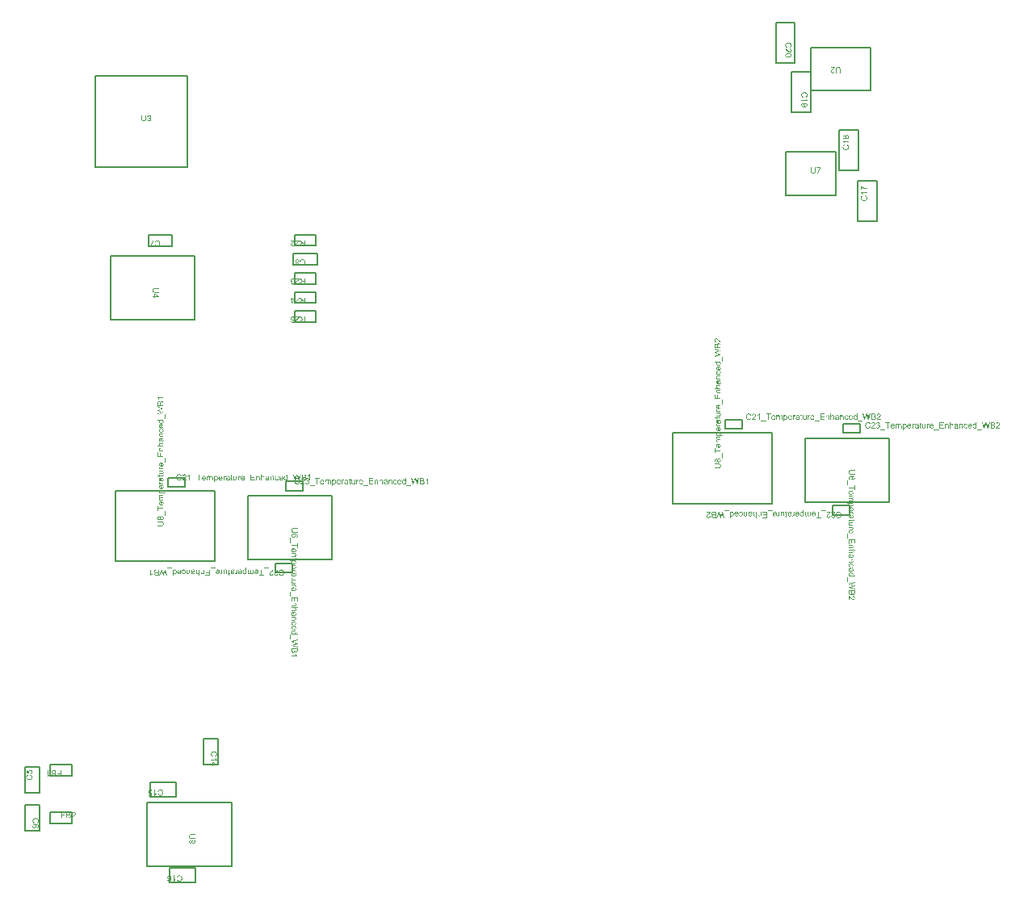
<source format=gbr>
%TF.GenerationSoftware,Altium Limited,Altium Designer,24.2.2 (26)*%
G04 Layer_Color=16711935*
%FSLAX45Y45*%
%MOMM*%
%TF.SameCoordinates,2C43E8B5-FC8E-40A2-A425-C8743FE8A27F*%
%TF.FilePolarity,Positive*%
%TF.FileFunction,Other,Top_Assembly*%
%TF.Part,Single*%
G01*
G75*
%TA.AperFunction,NonConductor*%
%ADD119C,0.20000*%
G36*
X6265209Y11212272D02*
X6266411Y11212088D01*
X6267890Y11211810D01*
X6269554Y11211348D01*
X6271219Y11210793D01*
X6272883Y11210054D01*
X6272975D01*
X6273068Y11209961D01*
X6273622Y11209684D01*
X6274455Y11209129D01*
X6275379Y11208482D01*
X6276489Y11207557D01*
X6277598Y11206540D01*
X6278708Y11205338D01*
X6279632Y11203951D01*
X6279725Y11203767D01*
X6280002Y11203304D01*
X6280372Y11202472D01*
X6280834Y11201455D01*
X6281296Y11200253D01*
X6281666Y11198866D01*
X6281943Y11197295D01*
X6282036Y11195723D01*
Y11195538D01*
Y11194983D01*
X6281943Y11194244D01*
X6281759Y11193227D01*
X6281481Y11192025D01*
X6281019Y11190730D01*
X6280464Y11189436D01*
X6279725Y11188141D01*
X6279632Y11187957D01*
X6279355Y11187587D01*
X6278800Y11186940D01*
X6278060Y11186200D01*
X6277136Y11185368D01*
X6276026Y11184443D01*
X6274732Y11183611D01*
X6273160Y11182779D01*
X6273253D01*
X6273438Y11182687D01*
X6273715Y11182594D01*
X6274085Y11182502D01*
X6275102Y11182132D01*
X6276396Y11181577D01*
X6277875Y11180837D01*
X6279355Y11179913D01*
X6280742Y11178711D01*
X6282036Y11177324D01*
X6282128Y11177139D01*
X6282498Y11176584D01*
X6283053Y11175660D01*
X6283608Y11174458D01*
X6284162Y11172979D01*
X6284717Y11171222D01*
X6285087Y11169188D01*
X6285179Y11166969D01*
Y11166877D01*
Y11166599D01*
Y11166137D01*
X6285087Y11165582D01*
X6284995Y11164843D01*
X6284810Y11164010D01*
X6284625Y11163086D01*
X6284440Y11162069D01*
X6283700Y11159850D01*
X6283145Y11158648D01*
X6282591Y11157539D01*
X6281851Y11156337D01*
X6281019Y11155135D01*
X6280094Y11153933D01*
X6278985Y11152823D01*
X6278892Y11152731D01*
X6278708Y11152546D01*
X6278338Y11152269D01*
X6277875Y11151899D01*
X6277321Y11151436D01*
X6276581Y11150974D01*
X6275749Y11150419D01*
X6274732Y11149957D01*
X6273715Y11149402D01*
X6272513Y11148848D01*
X6271311Y11148385D01*
X6269924Y11147923D01*
X6268445Y11147553D01*
X6266873Y11147276D01*
X6265301Y11147091D01*
X6263545Y11146999D01*
X6262713D01*
X6262158Y11147091D01*
X6261418Y11147183D01*
X6260586Y11147276D01*
X6259662Y11147461D01*
X6258645Y11147646D01*
X6256426Y11148200D01*
X6254114Y11149125D01*
X6252912Y11149680D01*
X6251803Y11150327D01*
X6250693Y11151159D01*
X6249584Y11151991D01*
X6249491Y11152084D01*
X6249307Y11152269D01*
X6249029Y11152546D01*
X6248752Y11152916D01*
X6248290Y11153378D01*
X6247827Y11154025D01*
X6247272Y11154672D01*
X6246718Y11155504D01*
X6246163Y11156429D01*
X6245608Y11157354D01*
X6244591Y11159573D01*
X6243759Y11162161D01*
X6243482Y11163548D01*
X6243297Y11165027D01*
X6251156Y11166044D01*
Y11165952D01*
X6251248Y11165767D01*
X6251341Y11165397D01*
X6251433Y11164935D01*
X6251525Y11164380D01*
X6251710Y11163733D01*
X6252173Y11162346D01*
X6252820Y11160682D01*
X6253652Y11159110D01*
X6254577Y11157631D01*
X6255686Y11156337D01*
X6255871Y11156244D01*
X6256241Y11155874D01*
X6256980Y11155412D01*
X6257905Y11154950D01*
X6259014Y11154395D01*
X6260401Y11153933D01*
X6261973Y11153563D01*
X6263637Y11153470D01*
X6264192D01*
X6264562Y11153563D01*
X6265579Y11153655D01*
X6266873Y11153933D01*
X6268352Y11154395D01*
X6269924Y11155042D01*
X6271496Y11155967D01*
X6272975Y11157261D01*
X6273160Y11157446D01*
X6273622Y11158001D01*
X6274177Y11158833D01*
X6274917Y11159942D01*
X6275656Y11161329D01*
X6276211Y11162901D01*
X6276674Y11164750D01*
X6276858Y11166784D01*
Y11166877D01*
Y11167061D01*
Y11167339D01*
X6276766Y11167709D01*
X6276674Y11168726D01*
X6276396Y11169928D01*
X6276026Y11171407D01*
X6275379Y11172886D01*
X6274455Y11174366D01*
X6273253Y11175752D01*
X6273068Y11175937D01*
X6272605Y11176307D01*
X6271866Y11176862D01*
X6270849Y11177509D01*
X6269554Y11178156D01*
X6267983Y11178711D01*
X6266226Y11179081D01*
X6264284Y11179266D01*
X6263452D01*
X6262805Y11179173D01*
X6261973Y11179081D01*
X6261048Y11178896D01*
X6259939Y11178711D01*
X6258737Y11178434D01*
X6259662Y11185368D01*
X6260124D01*
X6260494Y11185275D01*
X6261696D01*
X6262713Y11185460D01*
X6263915Y11185645D01*
X6265301Y11185923D01*
X6266873Y11186385D01*
X6268352Y11187032D01*
X6269924Y11187864D01*
X6270017D01*
X6270109Y11187957D01*
X6270571Y11188326D01*
X6271219Y11188974D01*
X6271958Y11189806D01*
X6272698Y11191008D01*
X6273345Y11192394D01*
X6273807Y11193966D01*
X6273992Y11194891D01*
Y11195908D01*
Y11196000D01*
Y11196093D01*
Y11196647D01*
X6273807Y11197387D01*
X6273622Y11198404D01*
X6273253Y11199514D01*
X6272790Y11200715D01*
X6272051Y11201917D01*
X6271034Y11203027D01*
X6270941Y11203119D01*
X6270479Y11203489D01*
X6269832Y11203951D01*
X6269000Y11204506D01*
X6267890Y11204968D01*
X6266596Y11205431D01*
X6265117Y11205801D01*
X6263452Y11205893D01*
X6262713D01*
X6261881Y11205708D01*
X6260771Y11205523D01*
X6259569Y11205153D01*
X6258367Y11204691D01*
X6257073Y11203951D01*
X6255871Y11203027D01*
X6255778Y11202934D01*
X6255409Y11202472D01*
X6254854Y11201825D01*
X6254207Y11200900D01*
X6253560Y11199698D01*
X6252912Y11198219D01*
X6252358Y11196462D01*
X6251988Y11194428D01*
X6244129Y11195815D01*
Y11195908D01*
X6244221Y11196185D01*
X6244314Y11196555D01*
X6244406Y11197110D01*
X6244591Y11197757D01*
X6244869Y11198497D01*
X6245423Y11200253D01*
X6246348Y11202287D01*
X6247457Y11204321D01*
X6248844Y11206263D01*
X6250601Y11208019D01*
X6250693Y11208112D01*
X6250878Y11208204D01*
X6251156Y11208389D01*
X6251525Y11208667D01*
X6251988Y11209037D01*
X6252635Y11209406D01*
X6253282Y11209776D01*
X6254114Y11210238D01*
X6255963Y11210978D01*
X6258090Y11211718D01*
X6260586Y11212180D01*
X6261881Y11212365D01*
X6264192D01*
X6265209Y11212272D01*
D02*
G37*
G36*
X6232295Y11175105D02*
Y11175013D01*
Y11174643D01*
Y11174181D01*
Y11173533D01*
X6232202Y11172701D01*
Y11171777D01*
X6232110Y11170667D01*
X6232017Y11169558D01*
X6231740Y11167061D01*
X6231370Y11164473D01*
X6230815Y11161976D01*
X6230446Y11160774D01*
X6230076Y11159665D01*
Y11159573D01*
X6229983Y11159388D01*
X6229798Y11159110D01*
X6229613Y11158740D01*
X6229059Y11157723D01*
X6228227Y11156429D01*
X6227117Y11154950D01*
X6225823Y11153470D01*
X6224158Y11151899D01*
X6222124Y11150512D01*
X6222032D01*
X6221847Y11150327D01*
X6221570Y11150234D01*
X6221107Y11149957D01*
X6220553Y11149680D01*
X6219813Y11149402D01*
X6219073Y11149125D01*
X6218149Y11148755D01*
X6217132Y11148385D01*
X6216022Y11148108D01*
X6214820Y11147831D01*
X6213434Y11147553D01*
X6212047Y11147368D01*
X6210567Y11147183D01*
X6207239Y11146999D01*
X6206407D01*
X6205760Y11147091D01*
X6205020D01*
X6204096Y11147183D01*
X6203079Y11147276D01*
X6202062Y11147368D01*
X6199750Y11147738D01*
X6197254Y11148293D01*
X6194850Y11149033D01*
X6192539Y11150050D01*
X6192446D01*
X6192261Y11150234D01*
X6191984Y11150419D01*
X6191614Y11150604D01*
X6190597Y11151344D01*
X6189395Y11152361D01*
X6188008Y11153655D01*
X6186714Y11155135D01*
X6185419Y11156984D01*
X6184402Y11159018D01*
Y11159110D01*
X6184310Y11159295D01*
X6184218Y11159665D01*
X6184033Y11160127D01*
X6183848Y11160682D01*
X6183663Y11161422D01*
X6183385Y11162254D01*
X6183200Y11163271D01*
X6183016Y11164380D01*
X6182738Y11165582D01*
X6182553Y11166877D01*
X6182368Y11168263D01*
X6182183Y11169835D01*
X6182091Y11171499D01*
X6181999Y11173256D01*
Y11175105D01*
Y11212088D01*
X6190505D01*
Y11175105D01*
Y11175013D01*
Y11174735D01*
Y11174273D01*
Y11173718D01*
X6190597Y11173071D01*
Y11172239D01*
X6190689Y11170482D01*
X6190874Y11168448D01*
X6191152Y11166414D01*
X6191522Y11164473D01*
X6191706Y11163641D01*
X6191984Y11162809D01*
X6192076Y11162624D01*
X6192261Y11162161D01*
X6192723Y11161514D01*
X6193278Y11160590D01*
X6193925Y11159665D01*
X6194850Y11158648D01*
X6195959Y11157631D01*
X6197254Y11156799D01*
X6197439Y11156706D01*
X6197901Y11156429D01*
X6198733Y11156152D01*
X6199843Y11155782D01*
X6201137Y11155320D01*
X6202801Y11155042D01*
X6204558Y11154765D01*
X6206499Y11154672D01*
X6207424D01*
X6207979Y11154765D01*
X6208811D01*
X6209643Y11154857D01*
X6211677Y11155227D01*
X6213896Y11155689D01*
X6216022Y11156429D01*
X6218056Y11157446D01*
X6218981Y11158093D01*
X6219813Y11158833D01*
X6219906Y11158925D01*
X6219998Y11159018D01*
X6220183Y11159295D01*
X6220460Y11159665D01*
X6220738Y11160220D01*
X6221107Y11160774D01*
X6221477Y11161607D01*
X6221847Y11162439D01*
X6222217Y11163456D01*
X6222494Y11164658D01*
X6222864Y11166044D01*
X6223141Y11167524D01*
X6223419Y11169188D01*
X6223604Y11170945D01*
X6223789Y11172979D01*
Y11175105D01*
Y11212088D01*
X6232295D01*
Y11175105D01*
D02*
G37*
G36*
X6945224Y4539909D02*
X6946149D01*
X6947073Y4539816D01*
X6948275Y4539724D01*
X6949477Y4539539D01*
X6952159Y4539077D01*
X6955117Y4538429D01*
X6958076Y4537505D01*
X6960942Y4536210D01*
X6961034Y4536118D01*
X6961312Y4536025D01*
X6961682Y4535841D01*
X6962144Y4535471D01*
X6962791Y4535101D01*
X6963531Y4534639D01*
X6965195Y4533437D01*
X6967044Y4531865D01*
X6968893Y4530016D01*
X6970742Y4527889D01*
X6972314Y4525393D01*
X6972406Y4525301D01*
X6972499Y4525023D01*
X6972684Y4524653D01*
X6972961Y4524191D01*
X6973239Y4523451D01*
X6973516Y4522712D01*
X6973886Y4521787D01*
X6974256Y4520770D01*
X6974625Y4519661D01*
X6974995Y4518459D01*
X6975550Y4515870D01*
X6976012Y4512911D01*
X6976197Y4509860D01*
Y4508936D01*
X6976105Y4508289D01*
X6976012Y4507457D01*
X6975920Y4506440D01*
X6975827Y4505423D01*
X6975550Y4504221D01*
X6974995Y4501724D01*
X6974163Y4498951D01*
X6973608Y4497564D01*
X6972961Y4496269D01*
X6972129Y4494975D01*
X6971297Y4493681D01*
X6971204Y4493588D01*
X6971112Y4493403D01*
X6970835Y4493033D01*
X6970372Y4492571D01*
X6969910Y4492109D01*
X6969263Y4491462D01*
X6968523Y4490814D01*
X6967784Y4490075D01*
X6966859Y4489335D01*
X6965750Y4488596D01*
X6964640Y4487763D01*
X6963438Y4487024D01*
X6962051Y4486377D01*
X6960665Y4485637D01*
X6959185Y4485082D01*
X6957521Y4484527D01*
X6955579Y4492849D01*
X6955672D01*
X6955857Y4492941D01*
X6956227Y4493126D01*
X6956689Y4493311D01*
X6957244Y4493496D01*
X6957983Y4493773D01*
X6959463Y4494513D01*
X6961127Y4495437D01*
X6962791Y4496547D01*
X6964363Y4497934D01*
X6965750Y4499413D01*
X6965935Y4499598D01*
X6966304Y4500153D01*
X6966767Y4501077D01*
X6967414Y4502279D01*
X6967969Y4503851D01*
X6968523Y4505607D01*
X6968893Y4507734D01*
X6968986Y4510045D01*
Y4510785D01*
X6968893Y4511247D01*
Y4511894D01*
X6968801Y4512634D01*
X6968523Y4514391D01*
X6968153Y4516332D01*
X6967506Y4518366D01*
X6966582Y4520493D01*
X6965380Y4522434D01*
Y4522527D01*
X6965195Y4522619D01*
X6964733Y4523267D01*
X6963993Y4524099D01*
X6962883Y4525116D01*
X6961497Y4526318D01*
X6959925Y4527427D01*
X6957983Y4528444D01*
X6955857Y4529369D01*
X6955764D01*
X6955579Y4529461D01*
X6955302Y4529554D01*
X6954840Y4529646D01*
X6954285Y4529831D01*
X6953638Y4530016D01*
X6952066Y4530293D01*
X6950217Y4530663D01*
X6948183Y4531033D01*
X6945964Y4531218D01*
X6943560Y4531310D01*
X6943468D01*
X6943190D01*
X6942728D01*
X6942173D01*
X6941526Y4531218D01*
X6940694D01*
X6939769Y4531125D01*
X6938752Y4531033D01*
X6936533Y4530755D01*
X6934130Y4530293D01*
X6931726Y4529738D01*
X6929322Y4528999D01*
X6929229D01*
X6929045Y4528906D01*
X6928767Y4528721D01*
X6928305Y4528537D01*
X6927195Y4527982D01*
X6925901Y4527150D01*
X6924422Y4526133D01*
X6922850Y4524838D01*
X6921463Y4523359D01*
X6920169Y4521602D01*
Y4521510D01*
X6920076Y4521325D01*
X6919891Y4521048D01*
X6919707Y4520678D01*
X6919522Y4520215D01*
X6919244Y4519661D01*
X6918689Y4518366D01*
X6918135Y4516702D01*
X6917672Y4514853D01*
X6917303Y4512819D01*
X6917210Y4510693D01*
Y4510045D01*
X6917303Y4509491D01*
Y4508843D01*
X6917395Y4508196D01*
X6917765Y4506532D01*
X6918227Y4504590D01*
X6918967Y4502649D01*
X6919984Y4500615D01*
X6920539Y4499598D01*
X6921278Y4498673D01*
X6921371Y4498581D01*
X6921463Y4498488D01*
X6921741Y4498211D01*
X6922018Y4497841D01*
X6922480Y4497471D01*
X6923035Y4497009D01*
X6923590Y4496454D01*
X6924329Y4495992D01*
X6925161Y4495437D01*
X6926086Y4494790D01*
X6927011Y4494235D01*
X6928120Y4493681D01*
X6929322Y4493218D01*
X6930616Y4492756D01*
X6932003Y4492294D01*
X6933482Y4491924D01*
X6931356Y4483418D01*
X6931264D01*
X6930894Y4483510D01*
X6930339Y4483695D01*
X6929599Y4483973D01*
X6928767Y4484250D01*
X6927750Y4484620D01*
X6926641Y4485082D01*
X6925439Y4485637D01*
X6922850Y4486931D01*
X6920261Y4488596D01*
X6918967Y4489613D01*
X6917672Y4490630D01*
X6916563Y4491739D01*
X6915454Y4493033D01*
X6915361Y4493126D01*
X6915176Y4493311D01*
X6914991Y4493773D01*
X6914621Y4494235D01*
X6914159Y4494975D01*
X6913697Y4495715D01*
X6913235Y4496732D01*
X6912772Y4497749D01*
X6912218Y4498951D01*
X6911755Y4500245D01*
X6911293Y4501632D01*
X6910831Y4503111D01*
X6910461Y4504683D01*
X6910276Y4506347D01*
X6910091Y4508104D01*
X6909999Y4509953D01*
Y4510970D01*
X6910091Y4511710D01*
Y4512542D01*
X6910184Y4513559D01*
X6910368Y4514668D01*
X6910553Y4515963D01*
X6911016Y4518644D01*
X6911755Y4521417D01*
X6912772Y4524191D01*
X6913419Y4525485D01*
X6914159Y4526780D01*
X6914252Y4526872D01*
X6914344Y4527057D01*
X6914621Y4527427D01*
X6914991Y4527797D01*
X6915361Y4528352D01*
X6915916Y4528999D01*
X6916563Y4529738D01*
X6917303Y4530478D01*
X6918135Y4531218D01*
X6918967Y4532050D01*
X6921093Y4533714D01*
X6923590Y4535286D01*
X6926363Y4536673D01*
X6926456D01*
X6926733Y4536858D01*
X6927195Y4536950D01*
X6927750Y4537227D01*
X6928490Y4537412D01*
X6929414Y4537690D01*
X6930431Y4538060D01*
X6931541Y4538337D01*
X6932743Y4538614D01*
X6934130Y4538984D01*
X6936996Y4539446D01*
X6940232Y4539816D01*
X6943560Y4540001D01*
X6943653D01*
X6944022D01*
X6944577D01*
X6945224Y4539909D01*
D02*
G37*
G36*
X6959278Y4470104D02*
X6959463Y4469919D01*
X6959555Y4469550D01*
X6959832Y4469087D01*
X6960110Y4468533D01*
X6960480Y4467885D01*
X6961404Y4466314D01*
X6962421Y4464465D01*
X6963716Y4462615D01*
X6965195Y4460674D01*
X6966767Y4458732D01*
X6966859Y4458640D01*
X6966952Y4458547D01*
X6967229Y4458270D01*
X6967506Y4457900D01*
X6968431Y4457068D01*
X6969540Y4455959D01*
X6970835Y4454849D01*
X6972314Y4453647D01*
X6973793Y4452630D01*
X6975365Y4451706D01*
Y4446621D01*
X6911108D01*
Y4454479D01*
X6961127D01*
X6961034Y4454572D01*
X6960665Y4455034D01*
X6960110Y4455589D01*
X6959463Y4456513D01*
X6958630Y4457530D01*
X6957706Y4458825D01*
X6956689Y4460304D01*
X6955672Y4461968D01*
Y4462061D01*
X6955579Y4462153D01*
X6955210Y4462708D01*
X6954747Y4463632D01*
X6954193Y4464742D01*
X6953545Y4466036D01*
X6952898Y4467423D01*
X6952251Y4468810D01*
X6951696Y4470197D01*
X6959278D01*
Y4470104D01*
D02*
G37*
G36*
X6975088Y4399838D02*
Y4393458D01*
X6933667D01*
Y4384767D01*
X6926456D01*
Y4393458D01*
X6911108D01*
Y4401317D01*
X6926456D01*
Y4429146D01*
X6933667D01*
X6975088Y4399838D01*
D02*
G37*
G36*
X5473413Y3904163D02*
X5474152Y3904070D01*
X5475077Y3903978D01*
X5476094Y3903793D01*
X5477111Y3903608D01*
X5479515Y3902961D01*
X5481919Y3902036D01*
X5483121Y3901482D01*
X5484323Y3900834D01*
X5485432Y3900002D01*
X5486449Y3899078D01*
X5486541Y3898985D01*
X5486726Y3898893D01*
X5486911Y3898523D01*
X5487281Y3898153D01*
X5487743Y3897691D01*
X5488206Y3897044D01*
X5488668Y3896397D01*
X5489223Y3895564D01*
X5490147Y3893808D01*
X5491072Y3891589D01*
X5491442Y3890479D01*
X5491627Y3889185D01*
X5491811Y3887891D01*
X5491904Y3886504D01*
Y3886319D01*
Y3885857D01*
X5491811Y3885117D01*
X5491719Y3884100D01*
X5491534Y3882990D01*
X5491164Y3881696D01*
X5490794Y3880309D01*
X5490240Y3878922D01*
X5490147Y3878737D01*
X5489962Y3878275D01*
X5489593Y3877536D01*
X5489038Y3876519D01*
X5488298Y3875409D01*
X5487374Y3874022D01*
X5486264Y3872635D01*
X5484970Y3871064D01*
X5484785Y3870879D01*
X5484323Y3870324D01*
X5483860Y3869862D01*
X5483398Y3869399D01*
X5482843Y3868845D01*
X5482104Y3868105D01*
X5481364Y3867365D01*
X5480439Y3866533D01*
X5479515Y3865609D01*
X5478405Y3864592D01*
X5477203Y3863575D01*
X5475909Y3862373D01*
X5474430Y3861171D01*
X5472950Y3859876D01*
X5472858Y3859784D01*
X5472673Y3859599D01*
X5472303Y3859322D01*
X5471841Y3858952D01*
X5471286Y3858397D01*
X5470639Y3857842D01*
X5469160Y3856640D01*
X5467588Y3855254D01*
X5466109Y3853867D01*
X5464814Y3852665D01*
X5464260Y3852203D01*
X5463797Y3851740D01*
X5463705Y3851648D01*
X5463427Y3851371D01*
X5463058Y3851001D01*
X5462595Y3850446D01*
X5462133Y3849799D01*
X5461578Y3849152D01*
X5460469Y3847580D01*
X5491996D01*
Y3839998D01*
X5449559D01*
Y3840091D01*
Y3840461D01*
Y3841015D01*
X5449652Y3841755D01*
X5449744Y3842587D01*
X5449929Y3843512D01*
X5450114Y3844436D01*
X5450484Y3845453D01*
Y3845546D01*
X5450576Y3845638D01*
X5450761Y3846193D01*
X5451131Y3847025D01*
X5451686Y3848135D01*
X5452425Y3849429D01*
X5453350Y3850908D01*
X5454367Y3852388D01*
X5455661Y3853959D01*
Y3854052D01*
X5455846Y3854144D01*
X5456308Y3854699D01*
X5457140Y3855531D01*
X5458342Y3856733D01*
X5459729Y3858120D01*
X5461486Y3859784D01*
X5463612Y3861633D01*
X5465924Y3863575D01*
X5466016Y3863667D01*
X5466386Y3863945D01*
X5466941Y3864407D01*
X5467588Y3864962D01*
X5468420Y3865701D01*
X5469437Y3866533D01*
X5470454Y3867458D01*
X5471656Y3868475D01*
X5473967Y3870694D01*
X5476279Y3872913D01*
X5477388Y3874022D01*
X5478405Y3875132D01*
X5479330Y3876149D01*
X5480070Y3877166D01*
Y3877258D01*
X5480254Y3877351D01*
X5480439Y3877628D01*
X5480624Y3877998D01*
X5481271Y3879015D01*
X5482011Y3880217D01*
X5482658Y3881696D01*
X5483306Y3883268D01*
X5483675Y3885024D01*
X5483860Y3886689D01*
Y3886781D01*
Y3886874D01*
X5483768Y3887428D01*
X5483675Y3888353D01*
X5483398Y3889370D01*
X5483028Y3890664D01*
X5482381Y3891959D01*
X5481549Y3893253D01*
X5480439Y3894547D01*
X5480254Y3894732D01*
X5479792Y3895102D01*
X5479145Y3895564D01*
X5478128Y3896212D01*
X5476834Y3896766D01*
X5475354Y3897321D01*
X5473598Y3897691D01*
X5471656Y3897783D01*
X5471101D01*
X5470732Y3897691D01*
X5469622Y3897599D01*
X5468328Y3897321D01*
X5466941Y3896951D01*
X5465369Y3896304D01*
X5463890Y3895472D01*
X5462503Y3894363D01*
X5462318Y3894178D01*
X5461948Y3893715D01*
X5461393Y3892976D01*
X5460839Y3891866D01*
X5460192Y3890572D01*
X5459637Y3888908D01*
X5459267Y3887059D01*
X5459082Y3884932D01*
X5451038Y3885764D01*
Y3885857D01*
X5451131Y3886134D01*
Y3886596D01*
X5451223Y3887243D01*
X5451408Y3887983D01*
X5451593Y3888815D01*
X5451870Y3889832D01*
X5452148Y3890849D01*
X5452887Y3893068D01*
X5453997Y3895287D01*
X5454644Y3896397D01*
X5455476Y3897506D01*
X5456308Y3898523D01*
X5457233Y3899448D01*
X5457325Y3899540D01*
X5457510Y3899633D01*
X5457788Y3899910D01*
X5458250Y3900187D01*
X5458805Y3900557D01*
X5459452Y3900927D01*
X5460192Y3901389D01*
X5461116Y3901851D01*
X5462133Y3902314D01*
X5463243Y3902776D01*
X5464444Y3903146D01*
X5465739Y3903516D01*
X5467126Y3903793D01*
X5468605Y3904070D01*
X5470177Y3904163D01*
X5471841Y3904255D01*
X5472766D01*
X5473413Y3904163D01*
D02*
G37*
G36*
X5419696Y3903886D02*
X5420435D01*
X5422100Y3903701D01*
X5423949Y3903516D01*
X5425890Y3903146D01*
X5427832Y3902684D01*
X5429589Y3902036D01*
X5429681D01*
X5429773Y3901944D01*
X5430328Y3901667D01*
X5431160Y3901204D01*
X5432085Y3900557D01*
X5433194Y3899725D01*
X5434396Y3898708D01*
X5435506Y3897414D01*
X5436523Y3896027D01*
X5436615Y3895842D01*
X5436893Y3895287D01*
X5437355Y3894547D01*
X5437817Y3893438D01*
X5438279Y3892144D01*
X5438742Y3890757D01*
X5439019Y3889185D01*
X5439112Y3887613D01*
Y3887428D01*
Y3886966D01*
X5439019Y3886134D01*
X5438834Y3885117D01*
X5438557Y3883915D01*
X5438095Y3882621D01*
X5437540Y3881326D01*
X5436800Y3879939D01*
X5436708Y3879754D01*
X5436430Y3879385D01*
X5435876Y3878645D01*
X5435136Y3877905D01*
X5434211Y3876981D01*
X5433102Y3875964D01*
X5431715Y3875039D01*
X5430143Y3874115D01*
X5430236D01*
X5430421Y3874022D01*
X5430698Y3873930D01*
X5431068Y3873745D01*
X5432177Y3873375D01*
X5433472Y3872728D01*
X5434859Y3871896D01*
X5436430Y3870879D01*
X5437817Y3869677D01*
X5439112Y3868197D01*
X5439204Y3868013D01*
X5439574Y3867458D01*
X5440129Y3866626D01*
X5440683Y3865516D01*
X5441238Y3864037D01*
X5441793Y3862465D01*
X5442163Y3860616D01*
X5442255Y3858582D01*
Y3858490D01*
Y3858397D01*
Y3857842D01*
X5442163Y3856918D01*
X5441978Y3855808D01*
X5441793Y3854514D01*
X5441423Y3853127D01*
X5440961Y3851648D01*
X5440313Y3850169D01*
X5440221Y3849984D01*
X5439944Y3849521D01*
X5439574Y3848874D01*
X5439019Y3847950D01*
X5438279Y3847025D01*
X5437540Y3846008D01*
X5436615Y3844991D01*
X5435598Y3844159D01*
X5435506Y3844066D01*
X5435136Y3843789D01*
X5434489Y3843419D01*
X5433657Y3843049D01*
X5432640Y3842495D01*
X5431438Y3841940D01*
X5430143Y3841478D01*
X5428572Y3841015D01*
X5428387D01*
X5427832Y3840831D01*
X5426907Y3840738D01*
X5425705Y3840553D01*
X5424226Y3840368D01*
X5422469Y3840183D01*
X5420528Y3840091D01*
X5418309Y3839998D01*
X5393901D01*
Y3903978D01*
X5419049D01*
X5419696Y3903886D01*
D02*
G37*
G36*
X5383268Y3896397D02*
X5348505D01*
Y3876611D01*
X5378553D01*
Y3869030D01*
X5348505D01*
Y3839998D01*
X5339999D01*
Y3903978D01*
X5383268D01*
Y3896397D01*
D02*
G37*
G36*
X5340001Y4276021D02*
X5296731D01*
Y4283603D01*
X5331495D01*
Y4303388D01*
X5301447D01*
Y4310970D01*
X5331495D01*
Y4340001D01*
X5340001D01*
Y4276021D01*
D02*
G37*
G36*
X5286099D02*
X5260951D01*
X5260304Y4276114D01*
X5259564D01*
X5257900Y4276299D01*
X5256051Y4276484D01*
X5254109Y4276854D01*
X5252168Y4277316D01*
X5250411Y4277963D01*
X5250318D01*
X5250226Y4278055D01*
X5249671Y4278333D01*
X5248839Y4278795D01*
X5247915Y4279442D01*
X5246805Y4280274D01*
X5245603Y4281291D01*
X5244494Y4282586D01*
X5243477Y4283973D01*
X5243384Y4284158D01*
X5243107Y4284712D01*
X5242645Y4285452D01*
X5242182Y4286561D01*
X5241720Y4287856D01*
X5241258Y4289243D01*
X5240980Y4290814D01*
X5240888Y4292386D01*
Y4292571D01*
Y4293033D01*
X5240980Y4293865D01*
X5241165Y4294882D01*
X5241443Y4296084D01*
X5241905Y4297379D01*
X5242460Y4298673D01*
X5243199Y4300060D01*
X5243292Y4300245D01*
X5243569Y4300615D01*
X5244124Y4301354D01*
X5244864Y4302094D01*
X5245788Y4303019D01*
X5246898Y4304036D01*
X5248284Y4304960D01*
X5249856Y4305885D01*
X5249764D01*
X5249579Y4305977D01*
X5249301Y4306070D01*
X5248932Y4306255D01*
X5247822Y4306624D01*
X5246528Y4307272D01*
X5245141Y4308104D01*
X5243569Y4309121D01*
X5242182Y4310323D01*
X5240888Y4311802D01*
X5240795Y4311987D01*
X5240426Y4312542D01*
X5239871Y4313374D01*
X5239316Y4314483D01*
X5238761Y4315962D01*
X5238207Y4317534D01*
X5237837Y4319383D01*
X5237744Y4321417D01*
Y4321510D01*
Y4321602D01*
Y4322157D01*
X5237837Y4323082D01*
X5238022Y4324191D01*
X5238207Y4325485D01*
X5238577Y4326872D01*
X5239039Y4328352D01*
X5239686Y4329831D01*
X5239778Y4330016D01*
X5240056Y4330478D01*
X5240426Y4331125D01*
X5240980Y4332050D01*
X5241720Y4332974D01*
X5242460Y4333991D01*
X5243384Y4335008D01*
X5244401Y4335840D01*
X5244494Y4335933D01*
X5244864Y4336210D01*
X5245511Y4336580D01*
X5246343Y4336950D01*
X5247360Y4337505D01*
X5248562Y4338059D01*
X5249856Y4338522D01*
X5251428Y4338984D01*
X5251613D01*
X5252168Y4339169D01*
X5253092Y4339261D01*
X5254294Y4339446D01*
X5255773Y4339631D01*
X5257530Y4339816D01*
X5259472Y4339909D01*
X5261691Y4340001D01*
X5286099D01*
Y4276021D01*
D02*
G37*
G36*
X5207604Y4289982D02*
X5207696Y4290075D01*
X5208158Y4290445D01*
X5208713Y4290999D01*
X5209638Y4291646D01*
X5210655Y4292479D01*
X5211949Y4293403D01*
X5213428Y4294420D01*
X5215093Y4295437D01*
X5215185D01*
X5215278Y4295530D01*
X5215832Y4295899D01*
X5216757Y4296362D01*
X5217866Y4296916D01*
X5219161Y4297564D01*
X5220548Y4298211D01*
X5221934Y4298858D01*
X5223321Y4299413D01*
Y4291831D01*
X5223229D01*
X5223044Y4291646D01*
X5222674Y4291554D01*
X5222212Y4291277D01*
X5221657Y4290999D01*
X5221010Y4290629D01*
X5219438Y4289705D01*
X5217589Y4288688D01*
X5215740Y4287394D01*
X5213798Y4285914D01*
X5211857Y4284342D01*
X5211764Y4284250D01*
X5211672Y4284158D01*
X5211394Y4283880D01*
X5211025Y4283603D01*
X5210193Y4282678D01*
X5209083Y4281569D01*
X5207974Y4280274D01*
X5206772Y4278795D01*
X5205755Y4277316D01*
X5204830Y4275744D01*
X5199745D01*
Y4340001D01*
X5207604D01*
Y4289982D01*
D02*
G37*
G36*
X5075224Y3839908D02*
X5076149D01*
X5077073Y3839816D01*
X5078275Y3839724D01*
X5079477Y3839539D01*
X5082158Y3839076D01*
X5085117Y3838429D01*
X5088076Y3837505D01*
X5090942Y3836210D01*
X5091034Y3836118D01*
X5091312Y3836025D01*
X5091681Y3835840D01*
X5092144Y3835471D01*
X5092791Y3835101D01*
X5093531Y3834639D01*
X5095195Y3833437D01*
X5097044Y3831865D01*
X5098893Y3830016D01*
X5100742Y3827889D01*
X5102314Y3825393D01*
X5102406Y3825300D01*
X5102499Y3825023D01*
X5102684Y3824653D01*
X5102961Y3824191D01*
X5103238Y3823451D01*
X5103516Y3822712D01*
X5103886Y3821787D01*
X5104255Y3820770D01*
X5104625Y3819661D01*
X5104995Y3818459D01*
X5105550Y3815870D01*
X5106012Y3812911D01*
X5106197Y3809860D01*
Y3808936D01*
X5106105Y3808289D01*
X5106012Y3807456D01*
X5105920Y3806439D01*
X5105827Y3805422D01*
X5105550Y3804220D01*
X5104995Y3801724D01*
X5104163Y3798950D01*
X5103608Y3797564D01*
X5102961Y3796269D01*
X5102129Y3794975D01*
X5101297Y3793680D01*
X5101204Y3793588D01*
X5101112Y3793403D01*
X5100835Y3793033D01*
X5100372Y3792571D01*
X5099910Y3792109D01*
X5099263Y3791462D01*
X5098523Y3790814D01*
X5097784Y3790075D01*
X5096859Y3789335D01*
X5095750Y3788595D01*
X5094640Y3787763D01*
X5093438Y3787024D01*
X5092051Y3786376D01*
X5090664Y3785637D01*
X5089185Y3785082D01*
X5087521Y3784527D01*
X5085579Y3792848D01*
X5085672D01*
X5085857Y3792941D01*
X5086227Y3793126D01*
X5086689Y3793311D01*
X5087244Y3793496D01*
X5087983Y3793773D01*
X5089463Y3794513D01*
X5091127Y3795437D01*
X5092791Y3796547D01*
X5094363Y3797933D01*
X5095750Y3799413D01*
X5095934Y3799598D01*
X5096304Y3800152D01*
X5096767Y3801077D01*
X5097414Y3802279D01*
X5097968Y3803851D01*
X5098523Y3805607D01*
X5098893Y3807734D01*
X5098985Y3810045D01*
Y3810785D01*
X5098893Y3811247D01*
Y3811894D01*
X5098801Y3812634D01*
X5098523Y3814391D01*
X5098153Y3816332D01*
X5097506Y3818366D01*
X5096582Y3820493D01*
X5095380Y3822434D01*
Y3822527D01*
X5095195Y3822619D01*
X5094733Y3823266D01*
X5093993Y3824099D01*
X5092883Y3825116D01*
X5091497Y3826317D01*
X5089925Y3827427D01*
X5087983Y3828444D01*
X5085857Y3829369D01*
X5085764D01*
X5085579Y3829461D01*
X5085302Y3829553D01*
X5084840Y3829646D01*
X5084285Y3829831D01*
X5083638Y3830016D01*
X5082066Y3830293D01*
X5080217Y3830663D01*
X5078183Y3831033D01*
X5075964Y3831218D01*
X5073560Y3831310D01*
X5073468D01*
X5073190D01*
X5072728D01*
X5072173D01*
X5071526Y3831218D01*
X5070694D01*
X5069769Y3831125D01*
X5068752Y3831033D01*
X5066533Y3830755D01*
X5064130Y3830293D01*
X5061726Y3829738D01*
X5059322Y3828999D01*
X5059229D01*
X5059044Y3828906D01*
X5058767Y3828721D01*
X5058305Y3828536D01*
X5057195Y3827982D01*
X5055901Y3827150D01*
X5054422Y3826133D01*
X5052850Y3824838D01*
X5051463Y3823359D01*
X5050169Y3821602D01*
Y3821510D01*
X5050076Y3821325D01*
X5049891Y3821047D01*
X5049706Y3820678D01*
X5049522Y3820215D01*
X5049244Y3819661D01*
X5048689Y3818366D01*
X5048135Y3816702D01*
X5047672Y3814853D01*
X5047303Y3812819D01*
X5047210Y3810692D01*
Y3810045D01*
X5047303Y3809490D01*
Y3808843D01*
X5047395Y3808196D01*
X5047765Y3806532D01*
X5048227Y3804590D01*
X5048967Y3802649D01*
X5049984Y3800615D01*
X5050539Y3799598D01*
X5051278Y3798673D01*
X5051371Y3798581D01*
X5051463Y3798488D01*
X5051740Y3798211D01*
X5052018Y3797841D01*
X5052480Y3797471D01*
X5053035Y3797009D01*
X5053590Y3796454D01*
X5054329Y3795992D01*
X5055161Y3795437D01*
X5056086Y3794790D01*
X5057010Y3794235D01*
X5058120Y3793680D01*
X5059322Y3793218D01*
X5060616Y3792756D01*
X5062003Y3792294D01*
X5063482Y3791924D01*
X5061356Y3783418D01*
X5061263D01*
X5060894Y3783510D01*
X5060339Y3783695D01*
X5059599Y3783973D01*
X5058767Y3784250D01*
X5057750Y3784620D01*
X5056641Y3785082D01*
X5055439Y3785637D01*
X5052850Y3786931D01*
X5050261Y3788595D01*
X5048967Y3789612D01*
X5047672Y3790629D01*
X5046563Y3791739D01*
X5045453Y3793033D01*
X5045361Y3793126D01*
X5045176Y3793311D01*
X5044991Y3793773D01*
X5044621Y3794235D01*
X5044159Y3794975D01*
X5043697Y3795715D01*
X5043235Y3796732D01*
X5042772Y3797749D01*
X5042218Y3798950D01*
X5041755Y3800245D01*
X5041293Y3801632D01*
X5040831Y3803111D01*
X5040461Y3804683D01*
X5040276Y3806347D01*
X5040091Y3808104D01*
X5039999Y3809953D01*
Y3810970D01*
X5040091Y3811709D01*
Y3812542D01*
X5040183Y3813559D01*
X5040368Y3814668D01*
X5040553Y3815962D01*
X5041016Y3818644D01*
X5041755Y3821417D01*
X5042772Y3824191D01*
X5043419Y3825485D01*
X5044159Y3826780D01*
X5044252Y3826872D01*
X5044344Y3827057D01*
X5044621Y3827427D01*
X5044991Y3827797D01*
X5045361Y3828351D01*
X5045916Y3828999D01*
X5046563Y3829738D01*
X5047303Y3830478D01*
X5048135Y3831218D01*
X5048967Y3832050D01*
X5051093Y3833714D01*
X5053590Y3835286D01*
X5056363Y3836673D01*
X5056456D01*
X5056733Y3836857D01*
X5057195Y3836950D01*
X5057750Y3837227D01*
X5058490Y3837412D01*
X5059414Y3837690D01*
X5060431Y3838059D01*
X5061541Y3838337D01*
X5062743Y3838614D01*
X5064130Y3838984D01*
X5066996Y3839446D01*
X5070232Y3839816D01*
X5073560Y3840001D01*
X5073653D01*
X5074022D01*
X5074577D01*
X5075224Y3839908D01*
D02*
G37*
G36*
X5072728Y3776484D02*
X5074022D01*
X5075502Y3776391D01*
X5077258Y3776206D01*
X5079200Y3776021D01*
X5081326Y3775744D01*
X5083453Y3775374D01*
X5085764Y3774912D01*
X5087983Y3774357D01*
X5090202Y3773710D01*
X5092329Y3772878D01*
X5094363Y3771953D01*
X5096304Y3770936D01*
X5097968Y3769734D01*
X5098061Y3769642D01*
X5098246Y3769457D01*
X5098616Y3769087D01*
X5099170Y3768625D01*
X5099725Y3768070D01*
X5100280Y3767331D01*
X5101020Y3766406D01*
X5101667Y3765481D01*
X5102314Y3764372D01*
X5103054Y3763170D01*
X5103608Y3761783D01*
X5104255Y3760396D01*
X5104718Y3758825D01*
X5105088Y3757160D01*
X5105272Y3755404D01*
X5105365Y3753555D01*
Y3752815D01*
X5105272Y3752260D01*
Y3751613D01*
X5105180Y3750873D01*
X5104810Y3749117D01*
X5104348Y3747175D01*
X5103608Y3745141D01*
X5102499Y3743107D01*
X5101852Y3742090D01*
X5101112Y3741165D01*
X5101020Y3741073D01*
X5100927Y3740981D01*
X5100650Y3740703D01*
X5100372Y3740426D01*
X5099910Y3739964D01*
X5099355Y3739594D01*
X5098061Y3738577D01*
X5096397Y3737560D01*
X5094363Y3736635D01*
X5092051Y3735803D01*
X5089463Y3735248D01*
X5088815Y3743107D01*
X5088908D01*
X5089000Y3743200D01*
X5089555Y3743292D01*
X5090387Y3743569D01*
X5091404Y3743939D01*
X5092514Y3744309D01*
X5093623Y3744864D01*
X5094640Y3745511D01*
X5095472Y3746158D01*
X5095657Y3746343D01*
X5096027Y3746713D01*
X5096582Y3747360D01*
X5097229Y3748285D01*
X5097784Y3749487D01*
X5098338Y3750781D01*
X5098708Y3752353D01*
X5098893Y3754017D01*
Y3754664D01*
X5098801Y3755404D01*
X5098616Y3756236D01*
X5098338Y3757345D01*
X5097968Y3758455D01*
X5097506Y3759564D01*
X5096767Y3760674D01*
X5096674Y3760859D01*
X5096304Y3761321D01*
X5095657Y3761968D01*
X5094733Y3762800D01*
X5093623Y3763725D01*
X5092329Y3764742D01*
X5090664Y3765666D01*
X5088815Y3766591D01*
X5088723D01*
X5088538Y3766683D01*
X5088261Y3766776D01*
X5087891Y3766961D01*
X5087336Y3767053D01*
X5086689Y3767238D01*
X5085949Y3767423D01*
X5085025Y3767608D01*
X5084008Y3767885D01*
X5082898Y3768070D01*
X5081696Y3768255D01*
X5080402Y3768348D01*
X5078923Y3768532D01*
X5077443Y3768625D01*
X5075779Y3768717D01*
X5074115D01*
X5074207Y3768625D01*
X5074762Y3768255D01*
X5075502Y3767608D01*
X5076426Y3766776D01*
X5077536Y3765851D01*
X5078553Y3764649D01*
X5079570Y3763355D01*
X5080494Y3761876D01*
Y3761783D01*
X5080587Y3761691D01*
X5080864Y3761136D01*
X5081141Y3760304D01*
X5081604Y3759194D01*
X5081974Y3757900D01*
X5082251Y3756421D01*
X5082528Y3754849D01*
X5082621Y3753185D01*
Y3752445D01*
X5082528Y3751890D01*
X5082436Y3751151D01*
X5082343Y3750411D01*
X5082158Y3749487D01*
X5081881Y3748562D01*
X5081234Y3746435D01*
X5080772Y3745326D01*
X5080124Y3744217D01*
X5079477Y3743107D01*
X5078738Y3741905D01*
X5077813Y3740796D01*
X5076796Y3739779D01*
X5076704Y3739686D01*
X5076519Y3739501D01*
X5076241Y3739224D01*
X5075779Y3738947D01*
X5075132Y3738484D01*
X5074485Y3738022D01*
X5073653Y3737560D01*
X5072728Y3737005D01*
X5071711Y3736450D01*
X5070601Y3735988D01*
X5069307Y3735526D01*
X5068013Y3735063D01*
X5066626Y3734786D01*
X5065054Y3734509D01*
X5063482Y3734324D01*
X5061818Y3734231D01*
X5061726D01*
X5061541D01*
X5061263D01*
X5060801D01*
X5060246Y3734324D01*
X5059692D01*
X5058212Y3734601D01*
X5056456Y3734878D01*
X5054607Y3735341D01*
X5052573Y3735988D01*
X5050631Y3736913D01*
X5050539D01*
X5050446Y3737005D01*
X5050169Y3737190D01*
X5049799Y3737375D01*
X5048874Y3737930D01*
X5047672Y3738762D01*
X5046378Y3739779D01*
X5045084Y3740981D01*
X5043789Y3742460D01*
X5042680Y3744032D01*
Y3744124D01*
X5042587Y3744217D01*
X5042402Y3744494D01*
X5042310Y3744864D01*
X5041848Y3745788D01*
X5041385Y3746990D01*
X5040831Y3748562D01*
X5040461Y3750319D01*
X5040091Y3752260D01*
X5039999Y3754387D01*
Y3754849D01*
X5040091Y3755311D01*
Y3756051D01*
X5040183Y3756883D01*
X5040368Y3757808D01*
X5040646Y3758917D01*
X5040923Y3760027D01*
X5041293Y3761321D01*
X5041755Y3762615D01*
X5042310Y3763910D01*
X5043050Y3765297D01*
X5043882Y3766591D01*
X5044806Y3767885D01*
X5045916Y3769180D01*
X5047210Y3770382D01*
X5047303Y3770474D01*
X5047580Y3770659D01*
X5047950Y3770936D01*
X5048597Y3771306D01*
X5049429Y3771861D01*
X5050354Y3772323D01*
X5051556Y3772878D01*
X5052850Y3773433D01*
X5054422Y3774080D01*
X5056178Y3774635D01*
X5058120Y3775097D01*
X5060246Y3775559D01*
X5062650Y3776021D01*
X5065239Y3776299D01*
X5068013Y3776484D01*
X5070971Y3776576D01*
X5071064D01*
X5071156D01*
X5071434D01*
X5071803D01*
X5072728Y3776484D01*
D02*
G37*
G36*
X5018736Y4346138D02*
X5019476Y4346046D01*
X5020308Y4345953D01*
X5021325Y4345768D01*
X5022342Y4345583D01*
X5024746Y4345029D01*
X5027242Y4344104D01*
X5028536Y4343549D01*
X5029738Y4342810D01*
X5031033Y4342070D01*
X5032235Y4341145D01*
X5032327Y4341053D01*
X5032604Y4340868D01*
X5032974Y4340498D01*
X5033436Y4340036D01*
X5033991Y4339389D01*
X5034731Y4338649D01*
X5035378Y4337725D01*
X5036118Y4336708D01*
X5036857Y4335598D01*
X5037505Y4334304D01*
X5038152Y4332917D01*
X5038799Y4331438D01*
X5039261Y4329866D01*
X5039631Y4328109D01*
X5039908Y4326260D01*
X5040001Y4324319D01*
Y4323486D01*
X5039908Y4322839D01*
X5039816Y4322100D01*
X5039723Y4321267D01*
X5039631Y4320250D01*
X5039354Y4319233D01*
X5038799Y4316922D01*
X5037967Y4314611D01*
X5037412Y4313409D01*
X5036765Y4312207D01*
X5036025Y4311097D01*
X5035193Y4309988D01*
X5035101Y4309895D01*
X5035008Y4309710D01*
X5034638Y4309526D01*
X5034269Y4309156D01*
X5033806Y4308693D01*
X5033252Y4308231D01*
X5032512Y4307676D01*
X5031680Y4307214D01*
X5030848Y4306659D01*
X5029831Y4306105D01*
X5027612Y4305088D01*
X5025023Y4304256D01*
X5023636Y4303978D01*
X5022157Y4303793D01*
X5021510Y4312022D01*
X5021602D01*
X5021787D01*
X5022064Y4312114D01*
X5022527Y4312207D01*
X5023544Y4312484D01*
X5024931Y4312854D01*
X5026317Y4313409D01*
X5027889Y4314148D01*
X5029276Y4315073D01*
X5030570Y4316182D01*
X5030663Y4316367D01*
X5031033Y4316737D01*
X5031495Y4317477D01*
X5032050Y4318494D01*
X5032604Y4319603D01*
X5033067Y4320990D01*
X5033436Y4322562D01*
X5033529Y4324319D01*
Y4324873D01*
X5033436Y4325243D01*
X5033344Y4326353D01*
X5032974Y4327647D01*
X5032512Y4329219D01*
X5031772Y4330790D01*
X5030663Y4332455D01*
X5030016Y4333194D01*
X5029276Y4333934D01*
X5029183Y4334026D01*
X5029091Y4334119D01*
X5028814Y4334304D01*
X5028536Y4334581D01*
X5027519Y4335228D01*
X5026225Y4335968D01*
X5024653Y4336615D01*
X5022712Y4337262D01*
X5020400Y4337725D01*
X5019198Y4337910D01*
X5017904D01*
X5017811D01*
X5017626D01*
X5017257D01*
X5016794Y4337817D01*
X5016240D01*
X5015592Y4337725D01*
X5014113Y4337447D01*
X5012356Y4336985D01*
X5010600Y4336338D01*
X5008936Y4335413D01*
X5007364Y4334119D01*
X5007271D01*
X5007179Y4333934D01*
X5006717Y4333472D01*
X5006069Y4332640D01*
X5005330Y4331530D01*
X5004683Y4330051D01*
X5004035Y4328387D01*
X5003573Y4326445D01*
X5003388Y4325336D01*
Y4323579D01*
X5003481Y4322839D01*
X5003573Y4321915D01*
X5003851Y4320805D01*
X5004128Y4319696D01*
X5004590Y4318494D01*
X5005145Y4317292D01*
X5005237Y4317199D01*
X5005422Y4316830D01*
X5005885Y4316275D01*
X5006347Y4315535D01*
X5006994Y4314796D01*
X5007826Y4314056D01*
X5008658Y4313224D01*
X5009675Y4312577D01*
X5008658Y4305180D01*
X4975744Y4311375D01*
Y4343180D01*
X4983233D01*
Y4317569D01*
X5000522Y4314148D01*
X5000430Y4314241D01*
X5000337Y4314426D01*
X5000152Y4314703D01*
X4999875Y4315165D01*
X4999598Y4315720D01*
X4999228Y4316367D01*
X4998488Y4317847D01*
X4997748Y4319696D01*
X4997101Y4321730D01*
X4996639Y4323949D01*
X4996454Y4325058D01*
Y4327092D01*
X4996547Y4327647D01*
X4996639Y4328387D01*
X4996731Y4329219D01*
X4996916Y4330143D01*
X4997194Y4331160D01*
X4997841Y4333379D01*
X4998303Y4334581D01*
X4998950Y4335783D01*
X4999598Y4336985D01*
X5000337Y4338187D01*
X5001262Y4339296D01*
X5002279Y4340406D01*
X5002371Y4340498D01*
X5002556Y4340683D01*
X5002834Y4340961D01*
X5003296Y4341330D01*
X5003943Y4341793D01*
X5004590Y4342255D01*
X5005422Y4342810D01*
X5006347Y4343364D01*
X5007364Y4343827D01*
X5008473Y4344381D01*
X5009768Y4344844D01*
X5011062Y4345306D01*
X5012449Y4345676D01*
X5014021Y4345953D01*
X5015592Y4346138D01*
X5017257Y4346231D01*
X5017349D01*
X5017626D01*
X5018089D01*
X5018736Y4346138D01*
D02*
G37*
G36*
X5019106Y4296489D02*
X5019661Y4296304D01*
X5020400Y4296027D01*
X5021232Y4295750D01*
X5022249Y4295380D01*
X5023359Y4294917D01*
X5024561Y4294363D01*
X5027149Y4293068D01*
X5029738Y4291404D01*
X5031033Y4290387D01*
X5032327Y4289370D01*
X5033436Y4288261D01*
X5034546Y4286966D01*
X5034638Y4286874D01*
X5034823Y4286689D01*
X5035008Y4286227D01*
X5035378Y4285764D01*
X5035840Y4285025D01*
X5036303Y4284285D01*
X5036765Y4283268D01*
X5037227Y4282251D01*
X5037782Y4281049D01*
X5038244Y4279755D01*
X5038706Y4278368D01*
X5039169Y4276889D01*
X5039539Y4275317D01*
X5039723Y4273653D01*
X5039908Y4271896D01*
X5040001Y4270047D01*
Y4269030D01*
X5039908Y4268290D01*
Y4267458D01*
X5039816Y4266441D01*
X5039631Y4265332D01*
X5039446Y4264037D01*
X5038984Y4261356D01*
X5038244Y4258582D01*
X5037227Y4255809D01*
X5036580Y4254514D01*
X5035840Y4253220D01*
X5035748Y4253127D01*
X5035655Y4252942D01*
X5035378Y4252573D01*
X5035008Y4252203D01*
X5034638Y4251648D01*
X5034084Y4251001D01*
X5033436Y4250261D01*
X5032697Y4249522D01*
X5031865Y4248782D01*
X5031033Y4247950D01*
X5028906Y4246286D01*
X5026410Y4244714D01*
X5023636Y4243327D01*
X5023544D01*
X5023266Y4243142D01*
X5022804Y4243050D01*
X5022249Y4242772D01*
X5021510Y4242587D01*
X5020585Y4242310D01*
X5019568Y4241940D01*
X5018459Y4241663D01*
X5017257Y4241385D01*
X5015870Y4241016D01*
X5013004Y4240553D01*
X5009768Y4240184D01*
X5006439Y4239999D01*
X5006347D01*
X5005977D01*
X5005422D01*
X5004775Y4240091D01*
X5003851D01*
X5002926Y4240184D01*
X5001724Y4240276D01*
X5000522Y4240461D01*
X4997841Y4240923D01*
X4994882Y4241570D01*
X4991924Y4242495D01*
X4989058Y4243789D01*
X4988965Y4243882D01*
X4988688Y4243974D01*
X4988318Y4244159D01*
X4987856Y4244529D01*
X4987208Y4244899D01*
X4986469Y4245361D01*
X4984805Y4246563D01*
X4982955Y4248135D01*
X4981106Y4249984D01*
X4979257Y4252110D01*
X4977685Y4254607D01*
X4977593Y4254699D01*
X4977501Y4254977D01*
X4977316Y4255346D01*
X4977038Y4255809D01*
X4976761Y4256548D01*
X4976484Y4257288D01*
X4976114Y4258212D01*
X4975744Y4259229D01*
X4975374Y4260339D01*
X4975004Y4261541D01*
X4974450Y4264130D01*
X4973987Y4267088D01*
X4973802Y4270139D01*
Y4271064D01*
X4973895Y4271711D01*
X4973987Y4272543D01*
X4974080Y4273560D01*
X4974172Y4274577D01*
X4974450Y4275779D01*
X4975004Y4278275D01*
X4975836Y4281049D01*
X4976391Y4282436D01*
X4977038Y4283730D01*
X4977870Y4285025D01*
X4978703Y4286319D01*
X4978795Y4286412D01*
X4978887Y4286596D01*
X4979165Y4286966D01*
X4979627Y4287429D01*
X4980089Y4287891D01*
X4980737Y4288538D01*
X4981476Y4289185D01*
X4982216Y4289925D01*
X4983140Y4290665D01*
X4984250Y4291404D01*
X4985359Y4292236D01*
X4986561Y4292976D01*
X4987948Y4293623D01*
X4989335Y4294363D01*
X4990814Y4294917D01*
X4992478Y4295472D01*
X4994420Y4287151D01*
X4994328D01*
X4994143Y4287059D01*
X4993773Y4286874D01*
X4993311Y4286689D01*
X4992756Y4286504D01*
X4992016Y4286227D01*
X4990537Y4285487D01*
X4988873Y4284562D01*
X4987208Y4283453D01*
X4985637Y4282066D01*
X4984250Y4280587D01*
X4984065Y4280402D01*
X4983695Y4279847D01*
X4983233Y4278923D01*
X4982586Y4277721D01*
X4982031Y4276149D01*
X4981476Y4274392D01*
X4981106Y4272266D01*
X4981014Y4269954D01*
Y4269215D01*
X4981106Y4268752D01*
Y4268105D01*
X4981199Y4267366D01*
X4981476Y4265609D01*
X4981846Y4263667D01*
X4982493Y4261633D01*
X4983418Y4259507D01*
X4984620Y4257565D01*
Y4257473D01*
X4984805Y4257380D01*
X4985267Y4256733D01*
X4986007Y4255901D01*
X4987116Y4254884D01*
X4988503Y4253682D01*
X4990075Y4252573D01*
X4992016Y4251556D01*
X4994143Y4250631D01*
X4994235D01*
X4994420Y4250539D01*
X4994697Y4250446D01*
X4995160Y4250354D01*
X4995714Y4250169D01*
X4996362Y4249984D01*
X4997933Y4249707D01*
X4999782Y4249337D01*
X5001817Y4248967D01*
X5004035Y4248782D01*
X5006439Y4248689D01*
X5006532D01*
X5006809D01*
X5007271D01*
X5007826D01*
X5008473Y4248782D01*
X5009305D01*
X5010230Y4248874D01*
X5011247Y4248967D01*
X5013466Y4249244D01*
X5015870Y4249707D01*
X5018274Y4250261D01*
X5020678Y4251001D01*
X5020770D01*
X5020955Y4251093D01*
X5021232Y4251278D01*
X5021695Y4251463D01*
X5022804Y4252018D01*
X5024098Y4252850D01*
X5025578Y4253867D01*
X5027149Y4255161D01*
X5028536Y4256641D01*
X5029831Y4258397D01*
Y4258490D01*
X5029923Y4258675D01*
X5030108Y4258952D01*
X5030293Y4259322D01*
X5030478Y4259784D01*
X5030755Y4260339D01*
X5031310Y4261633D01*
X5031865Y4263298D01*
X5032327Y4265147D01*
X5032697Y4267181D01*
X5032789Y4269307D01*
Y4269954D01*
X5032697Y4270509D01*
Y4271156D01*
X5032604Y4271803D01*
X5032235Y4273468D01*
X5031772Y4275409D01*
X5031033Y4277351D01*
X5030016Y4279385D01*
X5029461Y4280402D01*
X5028721Y4281326D01*
X5028629Y4281419D01*
X5028536Y4281511D01*
X5028259Y4281789D01*
X5027982Y4282159D01*
X5027519Y4282528D01*
X5026965Y4282991D01*
X5026410Y4283545D01*
X5025670Y4284008D01*
X5024838Y4284562D01*
X5023913Y4285210D01*
X5022989Y4285764D01*
X5021879Y4286319D01*
X5020678Y4286781D01*
X5019383Y4287244D01*
X5017996Y4287706D01*
X5016517Y4288076D01*
X5018644Y4296582D01*
X5018736D01*
X5019106Y4296489D01*
D02*
G37*
G36*
X6365088Y9391495D02*
X6328105D01*
X6328013D01*
X6327736D01*
X6327273D01*
X6326719D01*
X6326071Y9391403D01*
X6325239D01*
X6323483Y9391310D01*
X6321449Y9391125D01*
X6319415Y9390848D01*
X6317473Y9390478D01*
X6316641Y9390293D01*
X6315809Y9390016D01*
X6315624Y9389924D01*
X6315162Y9389739D01*
X6314514Y9389276D01*
X6313590Y9388722D01*
X6312665Y9388074D01*
X6311648Y9387150D01*
X6310631Y9386040D01*
X6309799Y9384746D01*
X6309707Y9384561D01*
X6309429Y9384099D01*
X6309152Y9383267D01*
X6308782Y9382157D01*
X6308320Y9380863D01*
X6308043Y9379199D01*
X6307765Y9377442D01*
X6307673Y9375500D01*
Y9374576D01*
X6307765Y9374021D01*
Y9373189D01*
X6307858Y9372357D01*
X6308227Y9370323D01*
X6308690Y9368104D01*
X6309429Y9365977D01*
X6310446Y9363943D01*
X6311094Y9363019D01*
X6311833Y9362187D01*
X6311926Y9362094D01*
X6312018Y9362002D01*
X6312295Y9361817D01*
X6312665Y9361540D01*
X6313220Y9361262D01*
X6313775Y9360892D01*
X6314607Y9360523D01*
X6315439Y9360153D01*
X6316456Y9359783D01*
X6317658Y9359506D01*
X6319045Y9359136D01*
X6320524Y9358858D01*
X6322188Y9358581D01*
X6323945Y9358396D01*
X6325979Y9358211D01*
X6328105D01*
X6365088D01*
Y9349705D01*
X6328105D01*
X6328013D01*
X6327643D01*
X6327181D01*
X6326534D01*
X6325702Y9349798D01*
X6324777D01*
X6323668Y9349890D01*
X6322558Y9349983D01*
X6320062Y9350260D01*
X6317473Y9350630D01*
X6314977Y9351184D01*
X6313775Y9351554D01*
X6312665Y9351924D01*
X6312573D01*
X6312388Y9352017D01*
X6312111Y9352202D01*
X6311741Y9352386D01*
X6310724Y9352941D01*
X6309429Y9353773D01*
X6307950Y9354883D01*
X6306471Y9356177D01*
X6304899Y9357841D01*
X6303512Y9359875D01*
Y9359968D01*
X6303327Y9360153D01*
X6303235Y9360430D01*
X6302957Y9360892D01*
X6302680Y9361447D01*
X6302403Y9362187D01*
X6302125Y9362926D01*
X6301755Y9363851D01*
X6301386Y9364868D01*
X6301108Y9365977D01*
X6300831Y9367179D01*
X6300554Y9368566D01*
X6300369Y9369953D01*
X6300184Y9371432D01*
X6299999Y9374761D01*
Y9375593D01*
X6300091Y9376240D01*
Y9376980D01*
X6300184Y9377904D01*
X6300276Y9378921D01*
X6300369Y9379938D01*
X6300738Y9382250D01*
X6301293Y9384746D01*
X6302033Y9387150D01*
X6303050Y9389461D01*
Y9389554D01*
X6303235Y9389739D01*
X6303420Y9390016D01*
X6303605Y9390386D01*
X6304344Y9391403D01*
X6305361Y9392605D01*
X6306656Y9393992D01*
X6308135Y9395286D01*
X6309984Y9396580D01*
X6312018Y9397597D01*
X6312111D01*
X6312295Y9397690D01*
X6312665Y9397782D01*
X6313128Y9397967D01*
X6313682Y9398152D01*
X6314422Y9398337D01*
X6315254Y9398614D01*
X6316271Y9398799D01*
X6317381Y9398984D01*
X6318582Y9399262D01*
X6319877Y9399447D01*
X6321264Y9399631D01*
X6322835Y9399816D01*
X6324500Y9399909D01*
X6326256Y9400001D01*
X6328105D01*
X6365088D01*
Y9391495D01*
D02*
G37*
G36*
Y9312168D02*
Y9305789D01*
X6323668D01*
Y9297098D01*
X6316456D01*
Y9305789D01*
X6301108D01*
Y9313647D01*
X6316456D01*
Y9341477D01*
X6323668D01*
X6365088Y9312168D01*
D02*
G37*
G36*
X6413271Y8243798D02*
X6363252D01*
X6363345Y8243705D01*
X6363714Y8243243D01*
X6364269Y8242688D01*
X6364916Y8241764D01*
X6365749Y8240747D01*
X6366673Y8239452D01*
X6367690Y8237973D01*
X6368707Y8236309D01*
Y8236216D01*
X6368800Y8236124D01*
X6369169Y8235569D01*
X6369632Y8234645D01*
X6370186Y8233535D01*
X6370834Y8232241D01*
X6371481Y8230854D01*
X6372128Y8229467D01*
X6372683Y8228080D01*
X6365101D01*
Y8228173D01*
X6364916Y8228358D01*
X6364824Y8228728D01*
X6364547Y8229190D01*
X6364269Y8229745D01*
X6363899Y8230392D01*
X6362975Y8231963D01*
X6361958Y8233813D01*
X6360663Y8235662D01*
X6359184Y8237603D01*
X6357612Y8239545D01*
X6357520Y8239637D01*
X6357427Y8239730D01*
X6357150Y8240007D01*
X6356873Y8240377D01*
X6355948Y8241209D01*
X6354839Y8242319D01*
X6353544Y8243428D01*
X6352065Y8244630D01*
X6350586Y8245647D01*
X6349014Y8246572D01*
Y8251657D01*
X6413271D01*
Y8243798D01*
D02*
G37*
G36*
X6396351Y8213565D02*
X6397461Y8213380D01*
X6398755Y8213195D01*
X6400142Y8212825D01*
X6401621Y8212363D01*
X6403101Y8211716D01*
X6403286Y8211623D01*
X6403748Y8211346D01*
X6404395Y8210976D01*
X6405320Y8210421D01*
X6406244Y8209682D01*
X6407261Y8208942D01*
X6408278Y8208017D01*
X6409110Y8207000D01*
X6409203Y8206908D01*
X6409480Y8206538D01*
X6409850Y8205891D01*
X6410220Y8205059D01*
X6410775Y8204042D01*
X6411329Y8202840D01*
X6411792Y8201545D01*
X6412254Y8199974D01*
Y8199789D01*
X6412439Y8199234D01*
X6412531Y8198309D01*
X6412716Y8197108D01*
X6412901Y8195628D01*
X6413086Y8193872D01*
X6413178Y8191930D01*
X6413271Y8189711D01*
Y8165303D01*
X6349291D01*
Y8190451D01*
X6349384Y8191098D01*
Y8191838D01*
X6349569Y8193502D01*
X6349754Y8195351D01*
X6350123Y8197292D01*
X6350586Y8199234D01*
X6351233Y8200991D01*
Y8201083D01*
X6351325Y8201176D01*
X6351603Y8201730D01*
X6352065Y8202562D01*
X6352712Y8203487D01*
X6353544Y8204596D01*
X6354561Y8205798D01*
X6355856Y8206908D01*
X6357243Y8207925D01*
X6357427Y8208017D01*
X6357982Y8208295D01*
X6358722Y8208757D01*
X6359831Y8209219D01*
X6361126Y8209682D01*
X6362513Y8210144D01*
X6364084Y8210421D01*
X6365656Y8210514D01*
X6365841D01*
X6366303D01*
X6367135Y8210421D01*
X6368152Y8210236D01*
X6369354Y8209959D01*
X6370649Y8209497D01*
X6371943Y8208942D01*
X6373330Y8208202D01*
X6373515Y8208110D01*
X6373885Y8207832D01*
X6374624Y8207278D01*
X6375364Y8206538D01*
X6376288Y8205614D01*
X6377306Y8204504D01*
X6378230Y8203117D01*
X6379155Y8201545D01*
Y8201638D01*
X6379247Y8201823D01*
X6379340Y8202100D01*
X6379524Y8202470D01*
X6379894Y8203579D01*
X6380541Y8204874D01*
X6381374Y8206261D01*
X6382391Y8207832D01*
X6383593Y8209219D01*
X6385072Y8210514D01*
X6385257Y8210606D01*
X6385811Y8210976D01*
X6386644Y8211531D01*
X6387753Y8212085D01*
X6389232Y8212640D01*
X6390804Y8213195D01*
X6392653Y8213565D01*
X6394687Y8213657D01*
X6394780D01*
X6394872D01*
X6395427D01*
X6396351Y8213565D01*
D02*
G37*
G36*
X6413271Y8140155D02*
Y8131834D01*
X6364547Y8118428D01*
X6364454D01*
X6364269Y8118335D01*
X6363992Y8118243D01*
X6363530Y8118150D01*
X6362513Y8117873D01*
X6361311Y8117595D01*
X6360016Y8117226D01*
X6358814Y8116856D01*
X6357797Y8116578D01*
X6357335Y8116486D01*
X6357058Y8116393D01*
X6357150D01*
X6357243Y8116301D01*
X6357797Y8116209D01*
X6358629Y8116024D01*
X6359646Y8115746D01*
X6360756Y8115469D01*
X6362050Y8115099D01*
X6363345Y8114822D01*
X6364547Y8114452D01*
X6413271Y8100953D01*
Y8092078D01*
X6349291Y8075343D01*
Y8084126D01*
X6391266Y8093649D01*
X6391359D01*
X6391544Y8093742D01*
X6391914Y8093834D01*
X6392376Y8093927D01*
X6393023Y8094019D01*
X6393670Y8094204D01*
X6394502Y8094389D01*
X6395427Y8094574D01*
X6397368Y8095036D01*
X6399587Y8095498D01*
X6401991Y8095961D01*
X6404395Y8096423D01*
X6404303D01*
X6403933Y8096515D01*
X6403471Y8096700D01*
X6402731Y8096793D01*
X6401991Y8096978D01*
X6401067Y8097255D01*
X6399033Y8097717D01*
X6396999Y8098272D01*
X6395982Y8098457D01*
X6395057Y8098734D01*
X6394225Y8098919D01*
X6393485Y8099104D01*
X6392931Y8099289D01*
X6392561Y8099382D01*
X6349291Y8111493D01*
Y8121756D01*
X6381743Y8130817D01*
X6381836D01*
X6382298Y8131002D01*
X6382945Y8131186D01*
X6383777Y8131371D01*
X6384887Y8131649D01*
X6386089Y8132019D01*
X6387476Y8132388D01*
X6389047Y8132758D01*
X6390804Y8133220D01*
X6392561Y8133590D01*
X6396351Y8134422D01*
X6400327Y8135254D01*
X6404395Y8135902D01*
X6404303D01*
X6404118Y8135994D01*
X6403748D01*
X6403286Y8136179D01*
X6402731Y8136272D01*
X6402084Y8136456D01*
X6401252Y8136549D01*
X6400327Y8136826D01*
X6398293Y8137289D01*
X6395889Y8137843D01*
X6393300Y8138398D01*
X6390434Y8139138D01*
X6349291Y8149123D01*
Y8157721D01*
X6413271Y8140155D01*
D02*
G37*
G36*
X6431022Y8023198D02*
X6425383D01*
Y8075251D01*
X6431022D01*
Y8023198D01*
D02*
G37*
G36*
X6413271Y8010716D02*
X6407446D01*
X6407539Y8010624D01*
X6407724Y8010531D01*
X6408093Y8010254D01*
X6408556Y8009884D01*
X6409018Y8009422D01*
X6409573Y8008867D01*
X6410220Y8008220D01*
X6410867Y8007388D01*
X6411514Y8006556D01*
X6412161Y8005631D01*
X6412716Y8004522D01*
X6413178Y8003320D01*
X6413641Y8002118D01*
X6414011Y8000731D01*
X6414195Y7999252D01*
X6414288Y7997680D01*
Y7997125D01*
X6414195Y7996755D01*
X6414103Y7995646D01*
X6413918Y7994352D01*
X6413548Y7992780D01*
X6412994Y7991023D01*
X6412254Y7989266D01*
X6411237Y7987510D01*
Y7987417D01*
X6411052Y7987325D01*
X6410682Y7986770D01*
X6409942Y7985938D01*
X6409018Y7984921D01*
X6407816Y7983719D01*
X6406337Y7982517D01*
X6404672Y7981315D01*
X6402731Y7980298D01*
X6402638D01*
X6402454Y7980206D01*
X6402176Y7980113D01*
X6401806Y7979928D01*
X6401252Y7979744D01*
X6400604Y7979466D01*
X6399957Y7979281D01*
X6399125Y7979096D01*
X6397276Y7978634D01*
X6395150Y7978172D01*
X6392746Y7977894D01*
X6390157Y7977802D01*
X6390064D01*
X6389880D01*
X6389510D01*
X6388955D01*
X6388400Y7977894D01*
X6387661D01*
X6385996Y7978079D01*
X6384055Y7978357D01*
X6381928Y7978819D01*
X6379709Y7979374D01*
X6377583Y7980113D01*
X6377490D01*
X6377306Y7980206D01*
X6377028Y7980391D01*
X6376658Y7980576D01*
X6375641Y7981130D01*
X6374347Y7981870D01*
X6372960Y7982795D01*
X6371573Y7983996D01*
X6370094Y7985383D01*
X6368892Y7987048D01*
Y7987140D01*
X6368800Y7987232D01*
X6368615Y7987510D01*
X6368430Y7987880D01*
X6367967Y7988804D01*
X6367320Y7990099D01*
X6366766Y7991578D01*
X6366303Y7993335D01*
X6365933Y7995276D01*
X6365841Y7997310D01*
Y7998050D01*
X6365933Y7998789D01*
X6366026Y7999806D01*
X6366303Y8001008D01*
X6366581Y8002303D01*
X6367043Y8003597D01*
X6367690Y8004799D01*
X6367783Y8004984D01*
X6367967Y8005354D01*
X6368430Y8005909D01*
X6368892Y8006648D01*
X6369539Y8007573D01*
X6370371Y8008405D01*
X6371203Y8009329D01*
X6372220Y8010162D01*
X6349291D01*
Y8018020D01*
X6413271D01*
Y8010716D01*
D02*
G37*
G36*
X6392098Y7971053D02*
Y7936382D01*
X6392191D01*
X6392468D01*
X6392838Y7936474D01*
X6393393D01*
X6394040Y7936567D01*
X6394780Y7936751D01*
X6396444Y7937029D01*
X6398293Y7937584D01*
X6400327Y7938323D01*
X6402176Y7939340D01*
X6403840Y7940635D01*
Y7940727D01*
X6404025Y7940820D01*
X6404488Y7941374D01*
X6405135Y7942206D01*
X6405782Y7943316D01*
X6406522Y7944795D01*
X6407169Y7946459D01*
X6407631Y7948308D01*
X6407724Y7949325D01*
X6407816Y7950435D01*
Y7951175D01*
X6407724Y7952007D01*
X6407539Y7953024D01*
X6407261Y7954133D01*
X6406891Y7955428D01*
X6406337Y7956630D01*
X6405597Y7957831D01*
X6405505Y7957924D01*
X6405135Y7958386D01*
X6404580Y7958941D01*
X6403840Y7959588D01*
X6402823Y7960328D01*
X6401529Y7961160D01*
X6400050Y7961992D01*
X6398293Y7962732D01*
X6399310Y7970868D01*
X6399402D01*
X6399587Y7970775D01*
X6399957Y7970683D01*
X6400512Y7970498D01*
X6401067Y7970221D01*
X6401806Y7969943D01*
X6403378Y7969204D01*
X6405135Y7968279D01*
X6406984Y7966985D01*
X6408741Y7965505D01*
X6410405Y7963656D01*
Y7963564D01*
X6410590Y7963379D01*
X6410775Y7963101D01*
X6411052Y7962732D01*
X6411329Y7962177D01*
X6411607Y7961622D01*
X6411977Y7960882D01*
X6412346Y7960050D01*
X6412716Y7959126D01*
X6413086Y7958201D01*
X6413641Y7955890D01*
X6414103Y7953301D01*
X6414288Y7950435D01*
Y7949418D01*
X6414195Y7948771D01*
X6414103Y7947939D01*
X6413918Y7946922D01*
X6413733Y7945812D01*
X6413548Y7944610D01*
X6412809Y7942021D01*
X6412254Y7940635D01*
X6411699Y7939340D01*
X6410959Y7937953D01*
X6410127Y7936659D01*
X6409203Y7935457D01*
X6408093Y7934255D01*
X6408001Y7934163D01*
X6407816Y7933978D01*
X6407446Y7933700D01*
X6406891Y7933331D01*
X6406244Y7932868D01*
X6405505Y7932406D01*
X6404580Y7931851D01*
X6403563Y7931297D01*
X6402361Y7930742D01*
X6401067Y7930187D01*
X6399587Y7929725D01*
X6398016Y7929263D01*
X6396351Y7928893D01*
X6394502Y7928615D01*
X6392561Y7928430D01*
X6390527Y7928338D01*
X6390434D01*
X6389972D01*
X6389417D01*
X6388585Y7928430D01*
X6387568Y7928523D01*
X6386459Y7928615D01*
X6385164Y7928800D01*
X6383870Y7929078D01*
X6380911Y7929817D01*
X6379432Y7930280D01*
X6377860Y7930834D01*
X6376381Y7931574D01*
X6374994Y7932406D01*
X6373607Y7933331D01*
X6372313Y7934348D01*
X6372220Y7934440D01*
X6372036Y7934625D01*
X6371758Y7934995D01*
X6371296Y7935457D01*
X6370834Y7936012D01*
X6370279Y7936751D01*
X6369632Y7937584D01*
X6369077Y7938601D01*
X6368430Y7939618D01*
X6367875Y7940820D01*
X6367320Y7942114D01*
X6366858Y7943501D01*
X6366396Y7944980D01*
X6366118Y7946552D01*
X6365933Y7948216D01*
X6365841Y7949973D01*
Y7950897D01*
X6365933Y7951544D01*
X6366026Y7952284D01*
X6366211Y7953209D01*
X6366396Y7954226D01*
X6366673Y7955428D01*
X6366950Y7956537D01*
X6367413Y7957831D01*
X6367875Y7959033D01*
X6368522Y7960328D01*
X6369262Y7961622D01*
X6370094Y7962917D01*
X6371111Y7964118D01*
X6372220Y7965228D01*
X6372313Y7965320D01*
X6372498Y7965505D01*
X6372868Y7965783D01*
X6373422Y7966152D01*
X6374070Y7966615D01*
X6374809Y7967077D01*
X6375734Y7967632D01*
X6376843Y7968187D01*
X6378045Y7968741D01*
X6379340Y7969296D01*
X6380819Y7969758D01*
X6382391Y7970221D01*
X6384147Y7970590D01*
X6385996Y7970868D01*
X6387938Y7971053D01*
X6390064Y7971145D01*
X6390157D01*
X6390527D01*
X6391174D01*
X6392098Y7971053D01*
D02*
G37*
G36*
X6397646Y7924177D02*
X6398016Y7924085D01*
X6398570Y7923993D01*
X6399310Y7923808D01*
X6400050Y7923623D01*
X6401899Y7922976D01*
X6403840Y7922143D01*
X6405967Y7920941D01*
X6408001Y7919462D01*
X6408925Y7918630D01*
X6409850Y7917706D01*
X6409942Y7917613D01*
X6410035Y7917428D01*
X6410220Y7917151D01*
X6410497Y7916781D01*
X6410867Y7916319D01*
X6411237Y7915671D01*
X6411607Y7914932D01*
X6412069Y7914192D01*
X6412901Y7912343D01*
X6413548Y7910124D01*
X6414103Y7907720D01*
X6414195Y7906333D01*
X6414288Y7904947D01*
Y7904022D01*
X6414195Y7903375D01*
X6414103Y7902543D01*
X6413918Y7901618D01*
X6413733Y7900601D01*
X6413548Y7899492D01*
X6412809Y7896995D01*
X6412254Y7895793D01*
X6411699Y7894499D01*
X6410959Y7893205D01*
X6410127Y7892003D01*
X6409203Y7890801D01*
X6408093Y7889691D01*
X6408001Y7889599D01*
X6407816Y7889414D01*
X6407446Y7889137D01*
X6406984Y7888767D01*
X6406337Y7888397D01*
X6405505Y7887842D01*
X6404580Y7887380D01*
X6403563Y7886825D01*
X6402361Y7886270D01*
X6400974Y7885808D01*
X6399587Y7885253D01*
X6397923Y7884884D01*
X6396259Y7884514D01*
X6394317Y7884236D01*
X6392376Y7884052D01*
X6390249Y7883959D01*
X6390157D01*
X6389880D01*
X6389510D01*
X6388955D01*
X6388308Y7884052D01*
X6387568D01*
X6386736Y7884144D01*
X6385811Y7884236D01*
X6383777Y7884514D01*
X6381558Y7884976D01*
X6379340Y7885531D01*
X6377121Y7886363D01*
X6377028D01*
X6376843Y7886455D01*
X6376566Y7886640D01*
X6376196Y7886825D01*
X6375179Y7887380D01*
X6373977Y7888212D01*
X6372590Y7889322D01*
X6371203Y7890616D01*
X6369817Y7892188D01*
X6368707Y7893944D01*
Y7894037D01*
X6368615Y7894222D01*
X6368430Y7894499D01*
X6368245Y7894869D01*
X6368060Y7895331D01*
X6367783Y7895886D01*
X6367228Y7897273D01*
X6366766Y7898845D01*
X6366303Y7900786D01*
X6365933Y7902820D01*
X6365841Y7905039D01*
Y7905779D01*
X6365933Y7906333D01*
Y7906888D01*
X6366026Y7907628D01*
X6366303Y7909384D01*
X6366766Y7911326D01*
X6367505Y7913360D01*
X6368430Y7915394D01*
X6369724Y7917336D01*
Y7917428D01*
X6369909Y7917521D01*
X6370464Y7918075D01*
X6371296Y7918907D01*
X6372498Y7919924D01*
X6373977Y7920941D01*
X6375826Y7921959D01*
X6377953Y7922883D01*
X6380449Y7923530D01*
X6381651Y7915856D01*
X6381558D01*
X6381466Y7915764D01*
X6380911Y7915671D01*
X6380079Y7915394D01*
X6379062Y7914932D01*
X6377953Y7914470D01*
X6376751Y7913730D01*
X6375641Y7912898D01*
X6374717Y7911973D01*
X6374624Y7911881D01*
X6374347Y7911511D01*
X6373977Y7910864D01*
X6373515Y7910124D01*
X6373053Y7909107D01*
X6372683Y7907998D01*
X6372405Y7906703D01*
X6372313Y7905316D01*
Y7904762D01*
X6372405Y7904299D01*
X6372498Y7903282D01*
X6372868Y7901896D01*
X6373330Y7900416D01*
X6374070Y7898752D01*
X6375179Y7897180D01*
X6375826Y7896441D01*
X6376566Y7895701D01*
X6376658D01*
X6376751Y7895516D01*
X6377028Y7895331D01*
X6377398Y7895146D01*
X6377860Y7894869D01*
X6378415Y7894499D01*
X6379062Y7894222D01*
X6379802Y7893852D01*
X6380726Y7893482D01*
X6381743Y7893205D01*
X6382853Y7892835D01*
X6384055Y7892557D01*
X6385349Y7892373D01*
X6386828Y7892188D01*
X6388400Y7892003D01*
X6390064D01*
X6390157D01*
X6390434D01*
X6390989D01*
X6391544Y7892095D01*
X6392376D01*
X6393208Y7892188D01*
X6395242Y7892465D01*
X6397461Y7892835D01*
X6399772Y7893482D01*
X6401806Y7894314D01*
X6402823Y7894869D01*
X6403655Y7895516D01*
X6403840Y7895701D01*
X6404303Y7896163D01*
X6404950Y7896995D01*
X6405689Y7898012D01*
X6406522Y7899399D01*
X6407169Y7900971D01*
X6407631Y7902820D01*
X6407724Y7903837D01*
X6407816Y7904854D01*
Y7905039D01*
X6407724Y7905594D01*
X6407631Y7906518D01*
X6407446Y7907535D01*
X6407169Y7908737D01*
X6406614Y7910032D01*
X6405967Y7911326D01*
X6405042Y7912528D01*
X6404950Y7912713D01*
X6404488Y7912990D01*
X6403840Y7913545D01*
X6402823Y7914192D01*
X6401621Y7914839D01*
X6400142Y7915579D01*
X6398293Y7916134D01*
X6396259Y7916504D01*
X6397276Y7924270D01*
X6397368D01*
X6397646Y7924177D01*
D02*
G37*
G36*
X6413271Y7866300D02*
X6385164D01*
X6385072D01*
X6384979D01*
X6384332D01*
X6383500D01*
X6382483Y7866208D01*
X6381281Y7866115D01*
X6380079Y7865930D01*
X6378970Y7865653D01*
X6377953Y7865375D01*
X6377860D01*
X6377583Y7865191D01*
X6377121Y7864913D01*
X6376566Y7864636D01*
X6376011Y7864174D01*
X6375364Y7863619D01*
X6374717Y7862879D01*
X6374162Y7862047D01*
X6374070Y7861955D01*
X6373885Y7861677D01*
X6373700Y7861122D01*
X6373422Y7860475D01*
X6373145Y7859736D01*
X6372868Y7858811D01*
X6372775Y7857702D01*
X6372683Y7856592D01*
Y7856130D01*
X6372775Y7855760D01*
X6372868Y7854835D01*
X6373053Y7853634D01*
X6373515Y7852339D01*
X6374070Y7850860D01*
X6374809Y7849381D01*
X6375919Y7847994D01*
X6376104Y7847809D01*
X6376566Y7847439D01*
X6376936Y7847162D01*
X6377398Y7846884D01*
X6377953Y7846514D01*
X6378600Y7846237D01*
X6379340Y7845867D01*
X6380264Y7845497D01*
X6381281Y7845220D01*
X6382391Y7844943D01*
X6383593Y7844758D01*
X6384887Y7844573D01*
X6386459Y7844388D01*
X6388030D01*
X6413271D01*
Y7836529D01*
X6366858D01*
Y7843556D01*
X6373515D01*
X6373422Y7843648D01*
X6373145Y7843833D01*
X6372775Y7844111D01*
X6372313Y7844480D01*
X6371758Y7845035D01*
X6371111Y7845682D01*
X6370371Y7846422D01*
X6369632Y7847347D01*
X6368984Y7848271D01*
X6368245Y7849381D01*
X6367598Y7850582D01*
X6367043Y7851877D01*
X6366581Y7853356D01*
X6366211Y7854835D01*
X6365933Y7856500D01*
X6365841Y7858256D01*
Y7858996D01*
X6365933Y7859736D01*
X6366026Y7860753D01*
X6366211Y7861955D01*
X6366488Y7863249D01*
X6366858Y7864636D01*
X6367413Y7865930D01*
X6367505Y7866115D01*
X6367690Y7866485D01*
X6367967Y7867132D01*
X6368430Y7867872D01*
X6368984Y7868796D01*
X6369724Y7869628D01*
X6370464Y7870461D01*
X6371388Y7871200D01*
X6371481Y7871293D01*
X6371851Y7871478D01*
X6372313Y7871755D01*
X6372960Y7872217D01*
X6373885Y7872587D01*
X6374809Y7872957D01*
X6375919Y7873419D01*
X6377121Y7873696D01*
X6377213D01*
X6377583Y7873789D01*
X6378138Y7873881D01*
X6378877Y7873974D01*
X6379987D01*
X6381281Y7874066D01*
X6382853Y7874159D01*
X6384794D01*
X6413271D01*
Y7866300D01*
D02*
G37*
G36*
Y7818593D02*
X6413178Y7818500D01*
X6412809Y7818408D01*
X6412346Y7818223D01*
X6411607Y7817946D01*
X6410775Y7817668D01*
X6409758Y7817483D01*
X6408648Y7817298D01*
X6407446Y7817113D01*
Y7817021D01*
X6407631Y7816928D01*
X6408093Y7816374D01*
X6408741Y7815542D01*
X6409573Y7814432D01*
X6410405Y7813045D01*
X6411329Y7811658D01*
X6412161Y7810179D01*
X6412809Y7808607D01*
X6412901Y7808423D01*
X6412994Y7807868D01*
X6413271Y7807036D01*
X6413548Y7806019D01*
X6413826Y7804724D01*
X6414011Y7803245D01*
X6414195Y7801581D01*
X6414288Y7799917D01*
Y7799177D01*
X6414195Y7798622D01*
Y7797975D01*
X6414103Y7797235D01*
X6413826Y7795571D01*
X6413363Y7793722D01*
X6412716Y7791688D01*
X6411792Y7789839D01*
X6410590Y7788175D01*
X6410405Y7787990D01*
X6409942Y7787527D01*
X6409110Y7786880D01*
X6408001Y7786141D01*
X6406614Y7785401D01*
X6405042Y7784754D01*
X6403101Y7784292D01*
X6402176Y7784199D01*
X6401067Y7784107D01*
X6400882D01*
X6400512D01*
X6399865Y7784199D01*
X6399033Y7784292D01*
X6398016Y7784476D01*
X6396999Y7784754D01*
X6395889Y7785124D01*
X6394872Y7785586D01*
X6394780Y7785678D01*
X6394410Y7785863D01*
X6393855Y7786233D01*
X6393208Y7786695D01*
X6392468Y7787250D01*
X6391729Y7787990D01*
X6390989Y7788729D01*
X6390342Y7789654D01*
X6390249Y7789746D01*
X6390064Y7790116D01*
X6389695Y7790579D01*
X6389325Y7791318D01*
X6388955Y7792150D01*
X6388493Y7793167D01*
X6388123Y7794184D01*
X6387753Y7795386D01*
Y7795479D01*
X6387661Y7795849D01*
X6387476Y7796403D01*
X6387383Y7797143D01*
X6387198Y7798067D01*
X6387013Y7799269D01*
X6386736Y7800656D01*
X6386551Y7802320D01*
Y7802413D01*
X6386459Y7802783D01*
Y7803245D01*
X6386366Y7803892D01*
X6386274Y7804632D01*
X6386089Y7805556D01*
X6385996Y7806573D01*
X6385811Y7807683D01*
X6385349Y7809902D01*
X6384887Y7812306D01*
X6384332Y7814432D01*
X6384055Y7815449D01*
X6383777Y7816374D01*
X6383685D01*
X6383500D01*
X6382945Y7816466D01*
X6382298D01*
X6381928D01*
X6381743D01*
X6381651D01*
X6381558D01*
X6381004D01*
X6380079Y7816374D01*
X6379062Y7816189D01*
X6377953Y7815911D01*
X6376843Y7815449D01*
X6375826Y7814894D01*
X6374994Y7814155D01*
X6374902Y7814062D01*
X6374532Y7813600D01*
X6374162Y7812860D01*
X6373607Y7811936D01*
X6373145Y7810641D01*
X6372683Y7809162D01*
X6372405Y7807313D01*
X6372313Y7805187D01*
Y7804262D01*
X6372405Y7803337D01*
X6372590Y7802043D01*
X6372775Y7800749D01*
X6373145Y7799362D01*
X6373607Y7798067D01*
X6374254Y7796958D01*
X6374347Y7796866D01*
X6374624Y7796496D01*
X6375087Y7796033D01*
X6375826Y7795479D01*
X6376751Y7794924D01*
X6377953Y7794277D01*
X6379432Y7793722D01*
X6381096Y7793167D01*
X6380079Y7785493D01*
X6379987D01*
X6379894Y7785586D01*
X6379617D01*
X6379247Y7785678D01*
X6378415Y7785956D01*
X6377213Y7786326D01*
X6376011Y7786788D01*
X6374717Y7787343D01*
X6373422Y7788082D01*
X6372220Y7788914D01*
X6372128Y7789007D01*
X6371758Y7789377D01*
X6371203Y7789931D01*
X6370464Y7790671D01*
X6369724Y7791688D01*
X6368984Y7792890D01*
X6368152Y7794277D01*
X6367505Y7795849D01*
Y7795941D01*
X6367413Y7796033D01*
X6367320Y7796311D01*
X6367228Y7796681D01*
X6366950Y7797605D01*
X6366673Y7798900D01*
X6366396Y7800379D01*
X6366118Y7802228D01*
X6365933Y7804170D01*
X6365841Y7806389D01*
Y7807406D01*
X6365933Y7808423D01*
X6366026Y7809809D01*
X6366211Y7811381D01*
X6366488Y7812953D01*
X6366858Y7814525D01*
X6367320Y7816004D01*
X6367413Y7816189D01*
X6367598Y7816651D01*
X6367875Y7817298D01*
X6368245Y7818130D01*
X6368800Y7819055D01*
X6369354Y7819980D01*
X6370094Y7820812D01*
X6370834Y7821551D01*
X6370926Y7821644D01*
X6371203Y7821829D01*
X6371666Y7822106D01*
X6372220Y7822476D01*
X6373053Y7822938D01*
X6373885Y7823308D01*
X6374902Y7823678D01*
X6376104Y7823955D01*
X6376196D01*
X6376473Y7824048D01*
X6377028Y7824140D01*
X6377768Y7824233D01*
X6378785D01*
X6379987Y7824325D01*
X6381558Y7824417D01*
X6383315D01*
X6393855D01*
X6393948D01*
X6394317D01*
X6394872D01*
X6395612D01*
X6396444D01*
X6397461D01*
X6399680Y7824510D01*
X6401991D01*
X6404303Y7824602D01*
X6405320Y7824695D01*
X6406244D01*
X6407076Y7824787D01*
X6407724Y7824880D01*
X6407816D01*
X6408186Y7824972D01*
X6408741Y7825065D01*
X6409480Y7825342D01*
X6410312Y7825527D01*
X6411237Y7825897D01*
X6412254Y7826359D01*
X6413271Y7826821D01*
Y7818593D01*
D02*
G37*
G36*
Y7766817D02*
X6383870D01*
X6383777D01*
X6383593D01*
X6383315D01*
X6382945D01*
X6381928Y7766725D01*
X6380634Y7766540D01*
X6379247Y7766170D01*
X6377860Y7765708D01*
X6376473Y7765061D01*
X6375364Y7764229D01*
X6375271Y7764136D01*
X6374902Y7763766D01*
X6374439Y7763212D01*
X6373977Y7762379D01*
X6373422Y7761362D01*
X6373053Y7760161D01*
X6372683Y7758681D01*
X6372590Y7757017D01*
Y7756462D01*
X6372683Y7755815D01*
X6372775Y7754891D01*
X6373053Y7753966D01*
X6373330Y7752856D01*
X6373792Y7751747D01*
X6374439Y7750545D01*
X6374532Y7750453D01*
X6374809Y7750083D01*
X6375179Y7749528D01*
X6375734Y7748881D01*
X6376473Y7748141D01*
X6377306Y7747402D01*
X6378323Y7746754D01*
X6379432Y7746200D01*
X6379617Y7746107D01*
X6379987Y7746015D01*
X6380726Y7745830D01*
X6381651Y7745552D01*
X6382853Y7745275D01*
X6384332Y7745090D01*
X6385996Y7744998D01*
X6387938Y7744905D01*
X6413271D01*
Y7737047D01*
X6349291D01*
Y7744905D01*
X6372220D01*
X6372128Y7744998D01*
X6371943Y7745183D01*
X6371666Y7745460D01*
X6371203Y7745922D01*
X6370741Y7746385D01*
X6370186Y7747032D01*
X6369632Y7747864D01*
X6368984Y7748696D01*
X6368430Y7749621D01*
X6367875Y7750638D01*
X6366858Y7753041D01*
X6366396Y7754336D01*
X6366118Y7755723D01*
X6365933Y7757202D01*
X6365841Y7758681D01*
Y7759513D01*
X6365933Y7760530D01*
X6366118Y7761732D01*
X6366303Y7763119D01*
X6366673Y7764598D01*
X6367228Y7766078D01*
X6367875Y7767557D01*
X6367967Y7767742D01*
X6368245Y7768204D01*
X6368707Y7768851D01*
X6369354Y7769683D01*
X6370186Y7770516D01*
X6371111Y7771440D01*
X6372220Y7772272D01*
X6373515Y7773012D01*
X6373700Y7773104D01*
X6374162Y7773289D01*
X6374994Y7773567D01*
X6376196Y7773844D01*
X6377675Y7774121D01*
X6379432Y7774399D01*
X6381558Y7774584D01*
X6383962Y7774676D01*
X6413271D01*
Y7766817D01*
D02*
G37*
G36*
Y7717076D02*
X6385164D01*
X6385072D01*
X6384979D01*
X6384332D01*
X6383500D01*
X6382483Y7716984D01*
X6381281Y7716891D01*
X6380079Y7716706D01*
X6378970Y7716429D01*
X6377953Y7716151D01*
X6377860D01*
X6377583Y7715967D01*
X6377121Y7715689D01*
X6376566Y7715412D01*
X6376011Y7714950D01*
X6375364Y7714395D01*
X6374717Y7713655D01*
X6374162Y7712823D01*
X6374070Y7712731D01*
X6373885Y7712453D01*
X6373700Y7711898D01*
X6373422Y7711251D01*
X6373145Y7710512D01*
X6372868Y7709587D01*
X6372775Y7708478D01*
X6372683Y7707368D01*
Y7706906D01*
X6372775Y7706536D01*
X6372868Y7705611D01*
X6373053Y7704410D01*
X6373515Y7703115D01*
X6374070Y7701636D01*
X6374809Y7700157D01*
X6375919Y7698770D01*
X6376104Y7698585D01*
X6376566Y7698215D01*
X6376936Y7697938D01*
X6377398Y7697660D01*
X6377953Y7697290D01*
X6378600Y7697013D01*
X6379340Y7696643D01*
X6380264Y7696273D01*
X6381281Y7695996D01*
X6382391Y7695719D01*
X6383593Y7695534D01*
X6384887Y7695349D01*
X6386459Y7695164D01*
X6388030D01*
X6413271D01*
Y7687305D01*
X6366858D01*
Y7694332D01*
X6373515D01*
X6373422Y7694424D01*
X6373145Y7694609D01*
X6372775Y7694887D01*
X6372313Y7695256D01*
X6371758Y7695811D01*
X6371111Y7696458D01*
X6370371Y7697198D01*
X6369632Y7698123D01*
X6368984Y7699047D01*
X6368245Y7700157D01*
X6367598Y7701358D01*
X6367043Y7702653D01*
X6366581Y7704132D01*
X6366211Y7705611D01*
X6365933Y7707276D01*
X6365841Y7709032D01*
Y7709772D01*
X6365933Y7710512D01*
X6366026Y7711529D01*
X6366211Y7712731D01*
X6366488Y7714025D01*
X6366858Y7715412D01*
X6367413Y7716706D01*
X6367505Y7716891D01*
X6367690Y7717261D01*
X6367967Y7717908D01*
X6368430Y7718648D01*
X6368984Y7719572D01*
X6369724Y7720404D01*
X6370464Y7721237D01*
X6371388Y7721976D01*
X6371481Y7722069D01*
X6371851Y7722254D01*
X6372313Y7722531D01*
X6372960Y7722993D01*
X6373885Y7723363D01*
X6374809Y7723733D01*
X6375919Y7724195D01*
X6377121Y7724472D01*
X6377213D01*
X6377583Y7724565D01*
X6378138Y7724657D01*
X6378877Y7724750D01*
X6379987D01*
X6381281Y7724842D01*
X6382853Y7724935D01*
X6384794D01*
X6413271D01*
Y7717076D01*
D02*
G37*
G36*
Y7628781D02*
X6349291D01*
Y7675101D01*
X6356873D01*
Y7637286D01*
X6376381D01*
Y7672697D01*
X6383962D01*
Y7637286D01*
X6405689D01*
Y7676580D01*
X6413271D01*
Y7628781D01*
D02*
G37*
G36*
X6431022Y7570626D02*
X6425383D01*
Y7622678D01*
X6431022D01*
Y7570626D01*
D02*
G37*
G36*
X6392098Y7568222D02*
Y7533551D01*
X6392191D01*
X6392468D01*
X6392838Y7533643D01*
X6393393D01*
X6394040Y7533736D01*
X6394780Y7533921D01*
X6396444Y7534198D01*
X6398293Y7534753D01*
X6400327Y7535492D01*
X6402176Y7536509D01*
X6403840Y7537804D01*
Y7537896D01*
X6404025Y7537989D01*
X6404488Y7538543D01*
X6405135Y7539376D01*
X6405782Y7540485D01*
X6406522Y7541964D01*
X6407169Y7543629D01*
X6407631Y7545478D01*
X6407724Y7546495D01*
X6407816Y7547604D01*
Y7548344D01*
X6407724Y7549176D01*
X6407539Y7550193D01*
X6407261Y7551302D01*
X6406891Y7552597D01*
X6406337Y7553799D01*
X6405597Y7555001D01*
X6405505Y7555093D01*
X6405135Y7555555D01*
X6404580Y7556110D01*
X6403840Y7556757D01*
X6402823Y7557497D01*
X6401529Y7558329D01*
X6400050Y7559161D01*
X6398293Y7559901D01*
X6399310Y7568037D01*
X6399402D01*
X6399587Y7567944D01*
X6399957Y7567852D01*
X6400512Y7567667D01*
X6401067Y7567390D01*
X6401806Y7567112D01*
X6403378Y7566373D01*
X6405135Y7565448D01*
X6406984Y7564154D01*
X6408741Y7562674D01*
X6410405Y7560825D01*
Y7560733D01*
X6410590Y7560548D01*
X6410775Y7560271D01*
X6411052Y7559901D01*
X6411329Y7559346D01*
X6411607Y7558791D01*
X6411977Y7558052D01*
X6412346Y7557220D01*
X6412716Y7556295D01*
X6413086Y7555370D01*
X6413641Y7553059D01*
X6414103Y7550470D01*
X6414288Y7547604D01*
Y7546587D01*
X6414195Y7545940D01*
X6414103Y7545108D01*
X6413918Y7544091D01*
X6413733Y7542981D01*
X6413548Y7541779D01*
X6412809Y7539191D01*
X6412254Y7537804D01*
X6411699Y7536509D01*
X6410959Y7535123D01*
X6410127Y7533828D01*
X6409203Y7532626D01*
X6408093Y7531424D01*
X6408001Y7531332D01*
X6407816Y7531147D01*
X6407446Y7530870D01*
X6406891Y7530500D01*
X6406244Y7530038D01*
X6405505Y7529575D01*
X6404580Y7529021D01*
X6403563Y7528466D01*
X6402361Y7527911D01*
X6401067Y7527356D01*
X6399587Y7526894D01*
X6398016Y7526432D01*
X6396351Y7526062D01*
X6394502Y7525785D01*
X6392561Y7525600D01*
X6390527Y7525507D01*
X6390434D01*
X6389972D01*
X6389417D01*
X6388585Y7525600D01*
X6387568Y7525692D01*
X6386459Y7525785D01*
X6385164Y7525969D01*
X6383870Y7526247D01*
X6380911Y7526986D01*
X6379432Y7527449D01*
X6377860Y7528003D01*
X6376381Y7528743D01*
X6374994Y7529575D01*
X6373607Y7530500D01*
X6372313Y7531517D01*
X6372220Y7531609D01*
X6372036Y7531794D01*
X6371758Y7532164D01*
X6371296Y7532626D01*
X6370834Y7533181D01*
X6370279Y7533921D01*
X6369632Y7534753D01*
X6369077Y7535770D01*
X6368430Y7536787D01*
X6367875Y7537989D01*
X6367320Y7539283D01*
X6366858Y7540670D01*
X6366396Y7542149D01*
X6366118Y7543721D01*
X6365933Y7545385D01*
X6365841Y7547142D01*
Y7548066D01*
X6365933Y7548714D01*
X6366026Y7549453D01*
X6366211Y7550378D01*
X6366396Y7551395D01*
X6366673Y7552597D01*
X6366950Y7553706D01*
X6367413Y7555001D01*
X6367875Y7556203D01*
X6368522Y7557497D01*
X6369262Y7558791D01*
X6370094Y7560086D01*
X6371111Y7561288D01*
X6372220Y7562397D01*
X6372313Y7562490D01*
X6372498Y7562674D01*
X6372868Y7562952D01*
X6373422Y7563322D01*
X6374070Y7563784D01*
X6374809Y7564246D01*
X6375734Y7564801D01*
X6376843Y7565356D01*
X6378045Y7565910D01*
X6379340Y7566465D01*
X6380819Y7566927D01*
X6382391Y7567390D01*
X6384147Y7567760D01*
X6385996Y7568037D01*
X6387938Y7568222D01*
X6390064Y7568314D01*
X6390157D01*
X6390527D01*
X6391174D01*
X6392098Y7568222D01*
D02*
G37*
G36*
X6375641Y7520607D02*
X6375549Y7520515D01*
X6375364Y7520145D01*
X6375087Y7519590D01*
X6374809Y7518850D01*
X6374532Y7518018D01*
X6374254Y7517001D01*
X6374070Y7515984D01*
X6373977Y7514967D01*
Y7514505D01*
X6374070Y7514043D01*
X6374162Y7513395D01*
X6374347Y7512748D01*
X6374624Y7511916D01*
X6374994Y7511084D01*
X6375549Y7510344D01*
X6375641Y7510252D01*
X6375826Y7509975D01*
X6376196Y7509697D01*
X6376658Y7509235D01*
X6377306Y7508773D01*
X6378045Y7508310D01*
X6378877Y7507848D01*
X6379894Y7507478D01*
X6380079Y7507386D01*
X6380634Y7507293D01*
X6381466Y7507108D01*
X6382575Y7506831D01*
X6383962Y7506554D01*
X6385534Y7506369D01*
X6387198Y7506276D01*
X6389047Y7506184D01*
X6413271D01*
Y7498325D01*
X6366858D01*
Y7505444D01*
X6373885D01*
X6373792Y7505537D01*
X6373145Y7505907D01*
X6372313Y7506369D01*
X6371296Y7507108D01*
X6370279Y7507848D01*
X6369169Y7508680D01*
X6368245Y7509512D01*
X6367505Y7510344D01*
X6367413Y7510437D01*
X6367228Y7510714D01*
X6366950Y7511269D01*
X6366673Y7511824D01*
X6366396Y7512563D01*
X6366118Y7513488D01*
X6365933Y7514412D01*
X6365841Y7515429D01*
Y7516077D01*
X6365933Y7516909D01*
X6366118Y7517926D01*
X6366488Y7519128D01*
X6366950Y7520422D01*
X6367598Y7521901D01*
X6368430Y7523473D01*
X6375641Y7520607D01*
D02*
G37*
G36*
X6413271Y7479094D02*
X6406522D01*
X6406614Y7479002D01*
X6406891Y7478817D01*
X6407261Y7478540D01*
X6407724Y7478077D01*
X6408278Y7477523D01*
X6409018Y7476875D01*
X6409665Y7476136D01*
X6410405Y7475211D01*
X6411144Y7474194D01*
X6411792Y7473085D01*
X6412439Y7471883D01*
X6413086Y7470588D01*
X6413548Y7469109D01*
X6413918Y7467630D01*
X6414195Y7465966D01*
X6414288Y7464301D01*
Y7463654D01*
X6414195Y7462822D01*
X6414103Y7461805D01*
X6413918Y7460603D01*
X6413641Y7459309D01*
X6413271Y7458014D01*
X6412716Y7456627D01*
X6412624Y7456443D01*
X6412439Y7456073D01*
X6412069Y7455426D01*
X6411607Y7454686D01*
X6411052Y7453761D01*
X6410405Y7452929D01*
X6409665Y7452097D01*
X6408833Y7451357D01*
X6408741Y7451265D01*
X6408371Y7451080D01*
X6407908Y7450803D01*
X6407169Y7450433D01*
X6406337Y7449971D01*
X6405320Y7449601D01*
X6404210Y7449231D01*
X6403008Y7448954D01*
X6402916D01*
X6402546Y7448861D01*
X6401991Y7448769D01*
X6401252D01*
X6400142Y7448676D01*
X6398940Y7448584D01*
X6397368Y7448491D01*
X6395612D01*
X6366858D01*
Y7456350D01*
X6392653D01*
X6392746D01*
X6392931D01*
X6393208D01*
X6393670D01*
X6394687D01*
X6395982Y7456443D01*
X6397368D01*
X6398755Y7456535D01*
X6399957Y7456627D01*
X6400974Y7456812D01*
X6401067D01*
X6401437Y7456997D01*
X6401991Y7457182D01*
X6402731Y7457460D01*
X6403471Y7457922D01*
X6404303Y7458477D01*
X6405042Y7459124D01*
X6405782Y7459956D01*
X6405874Y7460048D01*
X6406059Y7460418D01*
X6406337Y7460880D01*
X6406614Y7461620D01*
X6406984Y7462452D01*
X6407261Y7463469D01*
X6407446Y7464579D01*
X6407539Y7465873D01*
Y7466520D01*
X6407446Y7467167D01*
X6407354Y7468000D01*
X6407076Y7469017D01*
X6406799Y7470126D01*
X6406337Y7471328D01*
X6405782Y7472530D01*
X6405689Y7472715D01*
X6405412Y7473085D01*
X6405042Y7473639D01*
X6404488Y7474287D01*
X6403748Y7475026D01*
X6402916Y7475766D01*
X6401991Y7476413D01*
X6400882Y7476968D01*
X6400697Y7477060D01*
X6400327Y7477153D01*
X6399587Y7477338D01*
X6398570Y7477615D01*
X6397276Y7477892D01*
X6395704Y7478077D01*
X6393855Y7478170D01*
X6391729Y7478262D01*
X6366858D01*
Y7486121D01*
X6413271D01*
Y7479094D01*
D02*
G37*
G36*
Y7441742D02*
X6413363Y7441372D01*
X6413456Y7440725D01*
X6413548Y7439893D01*
X6413733Y7438968D01*
X6413826Y7437951D01*
X6413918Y7435917D01*
Y7435178D01*
X6413826Y7434438D01*
X6413733Y7433513D01*
X6413641Y7432404D01*
X6413363Y7431295D01*
X6413086Y7430277D01*
X6412624Y7429260D01*
X6412531Y7429168D01*
X6412346Y7428891D01*
X6412069Y7428521D01*
X6411607Y7427966D01*
X6411144Y7427504D01*
X6410497Y7426949D01*
X6409850Y7426394D01*
X6409018Y7426025D01*
X6408925D01*
X6408556Y7425840D01*
X6407908Y7425747D01*
X6406984Y7425562D01*
X6405782Y7425377D01*
X6405042Y7425285D01*
X6404210D01*
X6403193Y7425192D01*
X6402176Y7425100D01*
X6401067D01*
X6399772D01*
X6372960D01*
Y7419275D01*
X6366858D01*
Y7425100D01*
X6355393D01*
X6350678Y7432959D01*
X6366858D01*
Y7440910D01*
X6372960D01*
Y7432959D01*
X6400235D01*
X6400420D01*
X6400789D01*
X6401344D01*
X6401991Y7433051D01*
X6403471Y7433144D01*
X6404118Y7433236D01*
X6404580Y7433329D01*
X6404765Y7433421D01*
X6405135Y7433698D01*
X6405597Y7434068D01*
X6406059Y7434715D01*
X6406152Y7434900D01*
X6406337Y7435363D01*
X6406522Y7436195D01*
X6406614Y7437397D01*
Y7438321D01*
X6406522Y7438783D01*
Y7439431D01*
X6406429Y7440170D01*
X6406337Y7440910D01*
X6413271Y7441927D01*
Y7441742D01*
D02*
G37*
G36*
Y7405869D02*
X6413178Y7405777D01*
X6412809Y7405684D01*
X6412346Y7405499D01*
X6411607Y7405222D01*
X6410775Y7404945D01*
X6409758Y7404760D01*
X6408648Y7404575D01*
X6407446Y7404390D01*
Y7404297D01*
X6407631Y7404205D01*
X6408093Y7403650D01*
X6408741Y7402818D01*
X6409573Y7401709D01*
X6410405Y7400322D01*
X6411329Y7398935D01*
X6412161Y7397456D01*
X6412809Y7395884D01*
X6412901Y7395699D01*
X6412994Y7395144D01*
X6413271Y7394312D01*
X6413548Y7393295D01*
X6413826Y7392001D01*
X6414011Y7390521D01*
X6414195Y7388857D01*
X6414288Y7387193D01*
Y7386453D01*
X6414195Y7385899D01*
Y7385251D01*
X6414103Y7384512D01*
X6413826Y7382848D01*
X6413363Y7380998D01*
X6412716Y7378964D01*
X6411792Y7377115D01*
X6410590Y7375451D01*
X6410405Y7375266D01*
X6409942Y7374804D01*
X6409110Y7374157D01*
X6408001Y7373417D01*
X6406614Y7372677D01*
X6405042Y7372030D01*
X6403101Y7371568D01*
X6402176Y7371475D01*
X6401067Y7371383D01*
X6400882D01*
X6400512D01*
X6399865Y7371475D01*
X6399033Y7371568D01*
X6398016Y7371753D01*
X6396999Y7372030D01*
X6395889Y7372400D01*
X6394872Y7372862D01*
X6394780Y7372955D01*
X6394410Y7373140D01*
X6393855Y7373510D01*
X6393208Y7373972D01*
X6392468Y7374527D01*
X6391729Y7375266D01*
X6390989Y7376006D01*
X6390342Y7376930D01*
X6390249Y7377023D01*
X6390064Y7377393D01*
X6389695Y7377855D01*
X6389325Y7378595D01*
X6388955Y7379427D01*
X6388493Y7380444D01*
X6388123Y7381461D01*
X6387753Y7382663D01*
Y7382755D01*
X6387661Y7383125D01*
X6387476Y7383680D01*
X6387383Y7384419D01*
X6387198Y7385344D01*
X6387013Y7386546D01*
X6386736Y7387933D01*
X6386551Y7389597D01*
Y7389689D01*
X6386459Y7390059D01*
Y7390521D01*
X6386366Y7391169D01*
X6386274Y7391908D01*
X6386089Y7392833D01*
X6385996Y7393850D01*
X6385811Y7394959D01*
X6385349Y7397178D01*
X6384887Y7399582D01*
X6384332Y7401709D01*
X6384055Y7402726D01*
X6383777Y7403650D01*
X6383685D01*
X6383500D01*
X6382945Y7403743D01*
X6382298D01*
X6381928D01*
X6381743D01*
X6381651D01*
X6381558D01*
X6381004D01*
X6380079Y7403650D01*
X6379062Y7403465D01*
X6377953Y7403188D01*
X6376843Y7402726D01*
X6375826Y7402171D01*
X6374994Y7401431D01*
X6374902Y7401339D01*
X6374532Y7400876D01*
X6374162Y7400137D01*
X6373607Y7399212D01*
X6373145Y7397918D01*
X6372683Y7396439D01*
X6372405Y7394589D01*
X6372313Y7392463D01*
Y7391538D01*
X6372405Y7390614D01*
X6372590Y7389319D01*
X6372775Y7388025D01*
X6373145Y7386638D01*
X6373607Y7385344D01*
X6374254Y7384234D01*
X6374347Y7384142D01*
X6374624Y7383772D01*
X6375087Y7383310D01*
X6375826Y7382755D01*
X6376751Y7382200D01*
X6377953Y7381553D01*
X6379432Y7380998D01*
X6381096Y7380444D01*
X6380079Y7372770D01*
X6379987D01*
X6379894Y7372862D01*
X6379617D01*
X6379247Y7372955D01*
X6378415Y7373232D01*
X6377213Y7373602D01*
X6376011Y7374064D01*
X6374717Y7374619D01*
X6373422Y7375359D01*
X6372220Y7376191D01*
X6372128Y7376283D01*
X6371758Y7376653D01*
X6371203Y7377208D01*
X6370464Y7377947D01*
X6369724Y7378964D01*
X6368984Y7380166D01*
X6368152Y7381553D01*
X6367505Y7383125D01*
Y7383217D01*
X6367413Y7383310D01*
X6367320Y7383587D01*
X6367228Y7383957D01*
X6366950Y7384882D01*
X6366673Y7386176D01*
X6366396Y7387655D01*
X6366118Y7389504D01*
X6365933Y7391446D01*
X6365841Y7393665D01*
Y7394682D01*
X6365933Y7395699D01*
X6366026Y7397086D01*
X6366211Y7398658D01*
X6366488Y7400229D01*
X6366858Y7401801D01*
X6367320Y7403280D01*
X6367413Y7403465D01*
X6367598Y7403928D01*
X6367875Y7404575D01*
X6368245Y7405407D01*
X6368800Y7406331D01*
X6369354Y7407256D01*
X6370094Y7408088D01*
X6370834Y7408828D01*
X6370926Y7408920D01*
X6371203Y7409105D01*
X6371666Y7409382D01*
X6372220Y7409752D01*
X6373053Y7410215D01*
X6373885Y7410584D01*
X6374902Y7410954D01*
X6376104Y7411232D01*
X6376196D01*
X6376473Y7411324D01*
X6377028Y7411416D01*
X6377768Y7411509D01*
X6378785D01*
X6379987Y7411601D01*
X6381558Y7411694D01*
X6383315D01*
X6393855D01*
X6393948D01*
X6394317D01*
X6394872D01*
X6395612D01*
X6396444D01*
X6397461D01*
X6399680Y7411786D01*
X6401991D01*
X6404303Y7411879D01*
X6405320Y7411971D01*
X6406244D01*
X6407076Y7412064D01*
X6407724Y7412156D01*
X6407816D01*
X6408186Y7412249D01*
X6408741Y7412341D01*
X6409480Y7412618D01*
X6410312Y7412803D01*
X6411237Y7413173D01*
X6412254Y7413635D01*
X6413271Y7414098D01*
Y7405869D01*
D02*
G37*
G36*
X6375641Y7366483D02*
X6375549Y7366390D01*
X6375364Y7366021D01*
X6375087Y7365466D01*
X6374809Y7364726D01*
X6374532Y7363894D01*
X6374254Y7362877D01*
X6374070Y7361860D01*
X6373977Y7360843D01*
Y7360381D01*
X6374070Y7359918D01*
X6374162Y7359271D01*
X6374347Y7358624D01*
X6374624Y7357792D01*
X6374994Y7356960D01*
X6375549Y7356220D01*
X6375641Y7356128D01*
X6375826Y7355850D01*
X6376196Y7355573D01*
X6376658Y7355111D01*
X6377306Y7354648D01*
X6378045Y7354186D01*
X6378877Y7353724D01*
X6379894Y7353354D01*
X6380079Y7353262D01*
X6380634Y7353169D01*
X6381466Y7352984D01*
X6382575Y7352707D01*
X6383962Y7352430D01*
X6385534Y7352245D01*
X6387198Y7352152D01*
X6389047Y7352060D01*
X6413271D01*
Y7344201D01*
X6366858D01*
Y7351320D01*
X6373885D01*
X6373792Y7351413D01*
X6373145Y7351782D01*
X6372313Y7352245D01*
X6371296Y7352984D01*
X6370279Y7353724D01*
X6369169Y7354556D01*
X6368245Y7355388D01*
X6367505Y7356220D01*
X6367413Y7356313D01*
X6367228Y7356590D01*
X6366950Y7357145D01*
X6366673Y7357700D01*
X6366396Y7358439D01*
X6366118Y7359364D01*
X6365933Y7360288D01*
X6365841Y7361305D01*
Y7361953D01*
X6365933Y7362785D01*
X6366118Y7363802D01*
X6366488Y7365004D01*
X6366950Y7366298D01*
X6367598Y7367777D01*
X6368430Y7369349D01*
X6375641Y7366483D01*
D02*
G37*
G36*
X6392098Y7334586D02*
Y7299915D01*
X6392191D01*
X6392468D01*
X6392838Y7300007D01*
X6393393D01*
X6394040Y7300099D01*
X6394780Y7300284D01*
X6396444Y7300562D01*
X6398293Y7301116D01*
X6400327Y7301856D01*
X6402176Y7302873D01*
X6403840Y7304168D01*
Y7304260D01*
X6404025Y7304352D01*
X6404488Y7304907D01*
X6405135Y7305739D01*
X6405782Y7306849D01*
X6406522Y7308328D01*
X6407169Y7309992D01*
X6407631Y7311841D01*
X6407724Y7312858D01*
X6407816Y7313968D01*
Y7314707D01*
X6407724Y7315540D01*
X6407539Y7316557D01*
X6407261Y7317666D01*
X6406891Y7318960D01*
X6406337Y7320162D01*
X6405597Y7321364D01*
X6405505Y7321457D01*
X6405135Y7321919D01*
X6404580Y7322474D01*
X6403840Y7323121D01*
X6402823Y7323861D01*
X6401529Y7324693D01*
X6400050Y7325525D01*
X6398293Y7326264D01*
X6399310Y7334401D01*
X6399402D01*
X6399587Y7334308D01*
X6399957Y7334216D01*
X6400512Y7334031D01*
X6401067Y7333753D01*
X6401806Y7333476D01*
X6403378Y7332736D01*
X6405135Y7331812D01*
X6406984Y7330517D01*
X6408741Y7329038D01*
X6410405Y7327189D01*
Y7327097D01*
X6410590Y7326912D01*
X6410775Y7326634D01*
X6411052Y7326264D01*
X6411329Y7325710D01*
X6411607Y7325155D01*
X6411977Y7324415D01*
X6412346Y7323583D01*
X6412716Y7322659D01*
X6413086Y7321734D01*
X6413641Y7319423D01*
X6414103Y7316834D01*
X6414288Y7313968D01*
Y7312951D01*
X6414195Y7312304D01*
X6414103Y7311472D01*
X6413918Y7310455D01*
X6413733Y7309345D01*
X6413548Y7308143D01*
X6412809Y7305554D01*
X6412254Y7304168D01*
X6411699Y7302873D01*
X6410959Y7301486D01*
X6410127Y7300192D01*
X6409203Y7298990D01*
X6408093Y7297788D01*
X6408001Y7297696D01*
X6407816Y7297511D01*
X6407446Y7297233D01*
X6406891Y7296863D01*
X6406244Y7296401D01*
X6405505Y7295939D01*
X6404580Y7295384D01*
X6403563Y7294829D01*
X6402361Y7294275D01*
X6401067Y7293720D01*
X6399587Y7293258D01*
X6398016Y7292795D01*
X6396351Y7292426D01*
X6394502Y7292148D01*
X6392561Y7291963D01*
X6390527Y7291871D01*
X6390434D01*
X6389972D01*
X6389417D01*
X6388585Y7291963D01*
X6387568Y7292056D01*
X6386459Y7292148D01*
X6385164Y7292333D01*
X6383870Y7292611D01*
X6380911Y7293350D01*
X6379432Y7293812D01*
X6377860Y7294367D01*
X6376381Y7295107D01*
X6374994Y7295939D01*
X6373607Y7296863D01*
X6372313Y7297881D01*
X6372220Y7297973D01*
X6372036Y7298158D01*
X6371758Y7298528D01*
X6371296Y7298990D01*
X6370834Y7299545D01*
X6370279Y7300284D01*
X6369632Y7301116D01*
X6369077Y7302133D01*
X6368430Y7303150D01*
X6367875Y7304352D01*
X6367320Y7305647D01*
X6366858Y7307034D01*
X6366396Y7308513D01*
X6366118Y7310085D01*
X6365933Y7311749D01*
X6365841Y7313506D01*
Y7314430D01*
X6365933Y7315077D01*
X6366026Y7315817D01*
X6366211Y7316742D01*
X6366396Y7317759D01*
X6366673Y7318960D01*
X6366950Y7320070D01*
X6367413Y7321364D01*
X6367875Y7322566D01*
X6368522Y7323861D01*
X6369262Y7325155D01*
X6370094Y7326449D01*
X6371111Y7327651D01*
X6372220Y7328761D01*
X6372313Y7328853D01*
X6372498Y7329038D01*
X6372868Y7329316D01*
X6373422Y7329685D01*
X6374070Y7330148D01*
X6374809Y7330610D01*
X6375734Y7331165D01*
X6376843Y7331719D01*
X6378045Y7332274D01*
X6379340Y7332829D01*
X6380819Y7333291D01*
X6382391Y7333753D01*
X6384147Y7334123D01*
X6385996Y7334401D01*
X6387938Y7334586D01*
X6390064Y7334678D01*
X6390157D01*
X6390527D01*
X6391174D01*
X6392098Y7334586D01*
D02*
G37*
G36*
X6391636Y7284937D02*
X6392376D01*
X6394040Y7284752D01*
X6396074Y7284382D01*
X6398201Y7283920D01*
X6400420Y7283272D01*
X6402638Y7282440D01*
X6402731D01*
X6402916Y7282348D01*
X6403193Y7282163D01*
X6403563Y7281978D01*
X6404580Y7281331D01*
X6405874Y7280499D01*
X6407261Y7279482D01*
X6408648Y7278187D01*
X6410035Y7276708D01*
X6411329Y7274951D01*
Y7274859D01*
X6411422Y7274767D01*
X6411607Y7274489D01*
X6411792Y7274119D01*
X6412254Y7273195D01*
X6412809Y7271900D01*
X6413363Y7270329D01*
X6413826Y7268664D01*
X6414195Y7266723D01*
X6414288Y7264781D01*
Y7264134D01*
X6414195Y7263394D01*
X6414103Y7262470D01*
X6413918Y7261360D01*
X6413641Y7260158D01*
X6413271Y7258957D01*
X6412716Y7257755D01*
X6412624Y7257662D01*
X6412439Y7257200D01*
X6412069Y7256645D01*
X6411514Y7255905D01*
X6410959Y7255166D01*
X6410220Y7254241D01*
X6409388Y7253409D01*
X6408463Y7252670D01*
X6431022D01*
Y7244811D01*
X6366858D01*
Y7251930D01*
X6372960D01*
X6372775Y7252022D01*
X6372405Y7252392D01*
X6371758Y7252854D01*
X6371018Y7253594D01*
X6370094Y7254426D01*
X6369262Y7255351D01*
X6368430Y7256460D01*
X6367690Y7257570D01*
X6367598Y7257755D01*
X6367413Y7258124D01*
X6367135Y7258864D01*
X6366766Y7259789D01*
X6366396Y7260898D01*
X6366118Y7262192D01*
X6365933Y7263672D01*
X6365841Y7265336D01*
Y7266353D01*
X6365933Y7266815D01*
X6366026Y7267462D01*
X6366211Y7268849D01*
X6366581Y7270514D01*
X6367135Y7272270D01*
X6367967Y7274027D01*
X6368984Y7275784D01*
Y7275876D01*
X6369169Y7275968D01*
X6369539Y7276523D01*
X6370279Y7277355D01*
X6371203Y7278372D01*
X6372405Y7279482D01*
X6373885Y7280591D01*
X6375641Y7281701D01*
X6377583Y7282625D01*
X6377675D01*
X6377860Y7282718D01*
X6378138Y7282810D01*
X6378507Y7282995D01*
X6379062Y7283180D01*
X6379709Y7283365D01*
X6381189Y7283827D01*
X6383038Y7284289D01*
X6385072Y7284659D01*
X6387383Y7284937D01*
X6389787Y7285029D01*
X6389880D01*
X6390064D01*
X6390434D01*
X6390989D01*
X6391636Y7284937D01*
D02*
G37*
G36*
X6413271Y7225303D02*
X6384147D01*
X6384055D01*
X6383962D01*
X6383408D01*
X6382575D01*
X6381558Y7225210D01*
X6380449Y7225118D01*
X6379340Y7225025D01*
X6378230Y7224840D01*
X6377398Y7224563D01*
X6377306D01*
X6377028Y7224378D01*
X6376658Y7224193D01*
X6376196Y7223916D01*
X6375641Y7223546D01*
X6375087Y7223084D01*
X6374532Y7222529D01*
X6373977Y7221789D01*
X6373885Y7221697D01*
X6373792Y7221419D01*
X6373607Y7221050D01*
X6373330Y7220402D01*
X6373053Y7219755D01*
X6372868Y7218923D01*
X6372775Y7218091D01*
X6372683Y7217074D01*
Y7216612D01*
X6372775Y7216242D01*
X6372868Y7215317D01*
X6373053Y7214208D01*
X6373515Y7212913D01*
X6374070Y7211527D01*
X6374902Y7210140D01*
X6376011Y7208845D01*
X6376196Y7208753D01*
X6376658Y7208383D01*
X6377398Y7207828D01*
X6378507Y7207274D01*
X6379987Y7206626D01*
X6381743Y7206164D01*
X6383870Y7205794D01*
X6386366Y7205609D01*
X6413271D01*
Y7197751D01*
X6383223D01*
X6383130D01*
X6382945D01*
X6382760D01*
X6382391D01*
X6381374Y7197658D01*
X6380264Y7197473D01*
X6378970Y7197288D01*
X6377675Y7196919D01*
X6376473Y7196456D01*
X6375364Y7195809D01*
X6375271Y7195717D01*
X6374902Y7195439D01*
X6374532Y7194977D01*
X6373977Y7194330D01*
X6373515Y7193498D01*
X6373053Y7192388D01*
X6372775Y7191094D01*
X6372683Y7189522D01*
Y7188967D01*
X6372775Y7188320D01*
X6372868Y7187580D01*
X6373145Y7186656D01*
X6373422Y7185546D01*
X6373885Y7184529D01*
X6374439Y7183420D01*
X6374532Y7183328D01*
X6374809Y7182958D01*
X6375179Y7182495D01*
X6375734Y7181848D01*
X6376473Y7181201D01*
X6377398Y7180554D01*
X6378415Y7179907D01*
X6379617Y7179352D01*
X6379802Y7179259D01*
X6380264Y7179167D01*
X6381004Y7178982D01*
X6382021Y7178705D01*
X6383408Y7178427D01*
X6385072Y7178242D01*
X6387013Y7178150D01*
X6389232Y7178058D01*
X6413271D01*
Y7170199D01*
X6366858D01*
Y7177225D01*
X6373515D01*
X6373330Y7177318D01*
X6372960Y7177595D01*
X6372313Y7178150D01*
X6371573Y7178797D01*
X6370649Y7179629D01*
X6369724Y7180646D01*
X6368800Y7181756D01*
X6367967Y7183050D01*
X6367875Y7183235D01*
X6367598Y7183697D01*
X6367320Y7184437D01*
X6366858Y7185454D01*
X6366488Y7186656D01*
X6366211Y7188043D01*
X6365933Y7189615D01*
X6365841Y7191279D01*
Y7192111D01*
X6365933Y7193128D01*
X6366118Y7194237D01*
X6366396Y7195624D01*
X6366766Y7197011D01*
X6367320Y7198398D01*
X6368060Y7199692D01*
X6368152Y7199877D01*
X6368430Y7200247D01*
X6368892Y7200802D01*
X6369632Y7201541D01*
X6370464Y7202281D01*
X6371481Y7203113D01*
X6372683Y7203853D01*
X6374070Y7204407D01*
X6373977Y7204500D01*
X6373700Y7204685D01*
X6373330Y7204962D01*
X6372775Y7205425D01*
X6372128Y7205979D01*
X6371481Y7206626D01*
X6370741Y7207366D01*
X6369909Y7208291D01*
X6369169Y7209308D01*
X6368430Y7210325D01*
X6367783Y7211527D01*
X6367135Y7212821D01*
X6366581Y7214208D01*
X6366211Y7215687D01*
X6365933Y7217166D01*
X6365841Y7218831D01*
Y7219478D01*
X6365933Y7219940D01*
Y7220587D01*
X6366026Y7221234D01*
X6366303Y7222806D01*
X6366766Y7224470D01*
X6367505Y7226227D01*
X6368430Y7227984D01*
X6369724Y7229463D01*
X6369909Y7229648D01*
X6370464Y7230018D01*
X6371296Y7230665D01*
X6371943Y7230942D01*
X6372590Y7231312D01*
X6373422Y7231682D01*
X6374254Y7231959D01*
X6375179Y7232329D01*
X6376288Y7232607D01*
X6377398Y7232791D01*
X6378692Y7232976D01*
X6379987Y7233161D01*
X6381466D01*
X6413271D01*
Y7225303D01*
D02*
G37*
G36*
X6392098Y7160583D02*
Y7125912D01*
X6392191D01*
X6392468D01*
X6392838Y7126005D01*
X6393393D01*
X6394040Y7126097D01*
X6394780Y7126282D01*
X6396444Y7126560D01*
X6398293Y7127114D01*
X6400327Y7127854D01*
X6402176Y7128871D01*
X6403840Y7130165D01*
Y7130258D01*
X6404025Y7130350D01*
X6404488Y7130905D01*
X6405135Y7131737D01*
X6405782Y7132847D01*
X6406522Y7134326D01*
X6407169Y7135990D01*
X6407631Y7137839D01*
X6407724Y7138856D01*
X6407816Y7139966D01*
Y7140705D01*
X6407724Y7141537D01*
X6407539Y7142554D01*
X6407261Y7143664D01*
X6406891Y7144958D01*
X6406337Y7146160D01*
X6405597Y7147362D01*
X6405505Y7147455D01*
X6405135Y7147917D01*
X6404580Y7148472D01*
X6403840Y7149119D01*
X6402823Y7149858D01*
X6401529Y7150691D01*
X6400050Y7151523D01*
X6398293Y7152262D01*
X6399310Y7160398D01*
X6399402D01*
X6399587Y7160306D01*
X6399957Y7160214D01*
X6400512Y7160029D01*
X6401067Y7159751D01*
X6401806Y7159474D01*
X6403378Y7158734D01*
X6405135Y7157810D01*
X6406984Y7156515D01*
X6408741Y7155036D01*
X6410405Y7153187D01*
Y7153094D01*
X6410590Y7152909D01*
X6410775Y7152632D01*
X6411052Y7152262D01*
X6411329Y7151708D01*
X6411607Y7151153D01*
X6411977Y7150413D01*
X6412346Y7149581D01*
X6412716Y7148657D01*
X6413086Y7147732D01*
X6413641Y7145421D01*
X6414103Y7142832D01*
X6414288Y7139966D01*
Y7138949D01*
X6414195Y7138301D01*
X6414103Y7137469D01*
X6413918Y7136452D01*
X6413733Y7135343D01*
X6413548Y7134141D01*
X6412809Y7131552D01*
X6412254Y7130165D01*
X6411699Y7128871D01*
X6410959Y7127484D01*
X6410127Y7126190D01*
X6409203Y7124988D01*
X6408093Y7123786D01*
X6408001Y7123693D01*
X6407816Y7123508D01*
X6407446Y7123231D01*
X6406891Y7122861D01*
X6406244Y7122399D01*
X6405505Y7121937D01*
X6404580Y7121382D01*
X6403563Y7120827D01*
X6402361Y7120273D01*
X6401067Y7119718D01*
X6399587Y7119256D01*
X6398016Y7118793D01*
X6396351Y7118423D01*
X6394502Y7118146D01*
X6392561Y7117961D01*
X6390527Y7117869D01*
X6390434D01*
X6389972D01*
X6389417D01*
X6388585Y7117961D01*
X6387568Y7118054D01*
X6386459Y7118146D01*
X6385164Y7118331D01*
X6383870Y7118608D01*
X6380911Y7119348D01*
X6379432Y7119810D01*
X6377860Y7120365D01*
X6376381Y7121105D01*
X6374994Y7121937D01*
X6373607Y7122861D01*
X6372313Y7123878D01*
X6372220Y7123971D01*
X6372036Y7124156D01*
X6371758Y7124526D01*
X6371296Y7124988D01*
X6370834Y7125543D01*
X6370279Y7126282D01*
X6369632Y7127114D01*
X6369077Y7128131D01*
X6368430Y7129148D01*
X6367875Y7130350D01*
X6367320Y7131645D01*
X6366858Y7133031D01*
X6366396Y7134511D01*
X6366118Y7136083D01*
X6365933Y7137747D01*
X6365841Y7139503D01*
Y7140428D01*
X6365933Y7141075D01*
X6366026Y7141815D01*
X6366211Y7142739D01*
X6366396Y7143756D01*
X6366673Y7144958D01*
X6366950Y7146068D01*
X6367413Y7147362D01*
X6367875Y7148564D01*
X6368522Y7149858D01*
X6369262Y7151153D01*
X6370094Y7152447D01*
X6371111Y7153649D01*
X6372220Y7154759D01*
X6372313Y7154851D01*
X6372498Y7155036D01*
X6372868Y7155313D01*
X6373422Y7155683D01*
X6374070Y7156145D01*
X6374809Y7156608D01*
X6375734Y7157162D01*
X6376843Y7157717D01*
X6378045Y7158272D01*
X6379340Y7158827D01*
X6380819Y7159289D01*
X6382391Y7159751D01*
X6384147Y7160121D01*
X6385996Y7160398D01*
X6387938Y7160583D01*
X6390064Y7160676D01*
X6390157D01*
X6390527D01*
X6391174D01*
X6392098Y7160583D01*
D02*
G37*
G36*
X6356873Y7091704D02*
X6413271D01*
Y7083198D01*
X6356873D01*
Y7062118D01*
X6349291D01*
Y7112784D01*
X6356873D01*
Y7091704D01*
D02*
G37*
G36*
X6431022Y7008863D02*
X6425383D01*
Y7060916D01*
X6431022D01*
Y7008863D01*
D02*
G37*
G36*
X6396444Y7006182D02*
X6397091Y7006089D01*
X6397923Y7005997D01*
X6398848Y7005812D01*
X6399865Y7005535D01*
X6401991Y7004887D01*
X6403193Y7004425D01*
X6404303Y7003778D01*
X6405505Y7003131D01*
X6406614Y7002391D01*
X6407724Y7001467D01*
X6408833Y7000450D01*
X6408925Y7000357D01*
X6409110Y7000172D01*
X6409388Y6999895D01*
X6409665Y6999433D01*
X6410127Y6998785D01*
X6410590Y6998138D01*
X6411052Y6997306D01*
X6411607Y6996381D01*
X6412161Y6995364D01*
X6412624Y6994163D01*
X6413086Y6992868D01*
X6413548Y6991574D01*
X6413826Y6990094D01*
X6414103Y6988523D01*
X6414288Y6986951D01*
X6414380Y6985194D01*
Y6984270D01*
X6414288Y6983623D01*
X6414195Y6982790D01*
X6414103Y6981866D01*
X6413918Y6980849D01*
X6413641Y6979739D01*
X6412994Y6977243D01*
X6412531Y6975949D01*
X6412069Y6974747D01*
X6411422Y6973452D01*
X6410682Y6972158D01*
X6409850Y6970956D01*
X6408833Y6969847D01*
X6408741Y6969754D01*
X6408556Y6969569D01*
X6408278Y6969292D01*
X6407816Y6968922D01*
X6407261Y6968552D01*
X6406614Y6967997D01*
X6405874Y6967535D01*
X6404950Y6966980D01*
X6404025Y6966426D01*
X6402916Y6965963D01*
X6400604Y6965039D01*
X6399218Y6964669D01*
X6397831Y6964392D01*
X6396351Y6964207D01*
X6394872Y6964114D01*
X6394780D01*
X6394595D01*
X6394225D01*
X6393855Y6964207D01*
X6393300D01*
X6392653Y6964299D01*
X6391174Y6964484D01*
X6389510Y6964854D01*
X6387845Y6965409D01*
X6386089Y6966241D01*
X6384425Y6967258D01*
X6384332D01*
X6384240Y6967443D01*
X6383777Y6967813D01*
X6383038Y6968552D01*
X6382113Y6969569D01*
X6381189Y6970864D01*
X6380172Y6972435D01*
X6379340Y6974192D01*
X6378692Y6976319D01*
Y6976226D01*
X6378600Y6976134D01*
X6378507Y6975856D01*
X6378323Y6975486D01*
X6377953Y6974654D01*
X6377398Y6973545D01*
X6376658Y6972343D01*
X6375734Y6971141D01*
X6374717Y6970032D01*
X6373607Y6969015D01*
X6373422Y6968922D01*
X6373053Y6968645D01*
X6372313Y6968275D01*
X6371388Y6967905D01*
X6370186Y6967443D01*
X6368800Y6967073D01*
X6367228Y6966796D01*
X6365564Y6966703D01*
X6365471D01*
X6365286D01*
X6364916D01*
X6364362Y6966796D01*
X6363807Y6966888D01*
X6363067Y6966980D01*
X6361496Y6967350D01*
X6359646Y6967905D01*
X6357705Y6968830D01*
X6356688Y6969384D01*
X6355671Y6970032D01*
X6354746Y6970864D01*
X6353822Y6971696D01*
X6353729Y6971788D01*
X6353637Y6971973D01*
X6353359Y6972250D01*
X6353082Y6972620D01*
X6352712Y6973083D01*
X6352342Y6973730D01*
X6351880Y6974469D01*
X6351418Y6975209D01*
X6350956Y6976134D01*
X6350493Y6977151D01*
X6350123Y6978260D01*
X6349754Y6979462D01*
X6349199Y6982051D01*
X6349106Y6983530D01*
X6349014Y6985009D01*
Y6985842D01*
X6349106Y6986396D01*
X6349199Y6987136D01*
X6349291Y6987968D01*
X6349384Y6988893D01*
X6349661Y6989817D01*
X6350216Y6992036D01*
X6351048Y6994255D01*
X6351603Y6995364D01*
X6352250Y6996474D01*
X6353082Y6997491D01*
X6353914Y6998508D01*
X6354007Y6998600D01*
X6354099Y6998693D01*
X6354376Y6998970D01*
X6354746Y6999340D01*
X6355301Y6999710D01*
X6355856Y7000172D01*
X6357243Y7001097D01*
X6358999Y7002021D01*
X6361033Y7002853D01*
X6363345Y7003501D01*
X6364547Y7003593D01*
X6365841Y7003686D01*
X6365933D01*
X6366026D01*
X6366581D01*
X6367413Y7003593D01*
X6368430Y7003408D01*
X6369724Y7003131D01*
X6371018Y7002668D01*
X6372313Y7002114D01*
X6373607Y7001282D01*
X6373792Y7001189D01*
X6374162Y7000819D01*
X6374717Y7000265D01*
X6375456Y6999525D01*
X6376288Y6998508D01*
X6377121Y6997306D01*
X6377953Y6995919D01*
X6378692Y6994255D01*
Y6994347D01*
X6378785Y6994532D01*
X6378877Y6994810D01*
X6379062Y6995180D01*
X6379524Y6996289D01*
X6380172Y6997583D01*
X6381096Y6998970D01*
X6382113Y7000450D01*
X6383408Y7001836D01*
X6384887Y7003131D01*
X6384979D01*
X6385072Y7003223D01*
X6385627Y7003593D01*
X6386551Y7004148D01*
X6387753Y7004703D01*
X6389232Y7005257D01*
X6390989Y7005812D01*
X6392931Y7006182D01*
X6395057Y7006274D01*
X6395150D01*
X6395427D01*
X6395889D01*
X6396444Y7006182D01*
D02*
G37*
G36*
X6388678Y6953205D02*
X6389602D01*
X6390712Y6953112D01*
X6391821Y6953020D01*
X6394317Y6952742D01*
X6396906Y6952372D01*
X6399402Y6951818D01*
X6400604Y6951448D01*
X6401714Y6951078D01*
X6401806D01*
X6401991Y6950986D01*
X6402269Y6950801D01*
X6402638Y6950616D01*
X6403655Y6950061D01*
X6404950Y6949229D01*
X6406429Y6948119D01*
X6407908Y6946825D01*
X6409480Y6945161D01*
X6410867Y6943127D01*
Y6943034D01*
X6411052Y6942849D01*
X6411144Y6942572D01*
X6411422Y6942110D01*
X6411699Y6941555D01*
X6411977Y6940815D01*
X6412254Y6940076D01*
X6412624Y6939151D01*
X6412994Y6938134D01*
X6413271Y6937025D01*
X6413548Y6935823D01*
X6413826Y6934436D01*
X6414011Y6933049D01*
X6414195Y6931570D01*
X6414380Y6928241D01*
Y6927409D01*
X6414288Y6926762D01*
Y6926022D01*
X6414195Y6925098D01*
X6414103Y6924081D01*
X6414011Y6923064D01*
X6413641Y6920752D01*
X6413086Y6918256D01*
X6412346Y6915852D01*
X6411329Y6913541D01*
Y6913448D01*
X6411144Y6913264D01*
X6410959Y6912986D01*
X6410775Y6912616D01*
X6410035Y6911599D01*
X6409018Y6910397D01*
X6407724Y6909011D01*
X6406244Y6907716D01*
X6404395Y6906422D01*
X6402361Y6905405D01*
X6402269D01*
X6402084Y6905312D01*
X6401714Y6905220D01*
X6401252Y6905035D01*
X6400697Y6904850D01*
X6399957Y6904665D01*
X6399125Y6904388D01*
X6398108Y6904203D01*
X6396999Y6904018D01*
X6395797Y6903741D01*
X6394502Y6903556D01*
X6393115Y6903371D01*
X6391544Y6903186D01*
X6389880Y6903093D01*
X6388123Y6903001D01*
X6386274D01*
X6349291D01*
Y6911507D01*
X6386274D01*
X6386366D01*
X6386644D01*
X6387106D01*
X6387661D01*
X6388308Y6911599D01*
X6389140D01*
X6390897Y6911692D01*
X6392931Y6911877D01*
X6394965Y6912154D01*
X6396906Y6912524D01*
X6397738Y6912709D01*
X6398570Y6912986D01*
X6398755Y6913079D01*
X6399218Y6913264D01*
X6399865Y6913726D01*
X6400789Y6914281D01*
X6401714Y6914928D01*
X6402731Y6915852D01*
X6403748Y6916962D01*
X6404580Y6918256D01*
X6404672Y6918441D01*
X6404950Y6918903D01*
X6405227Y6919735D01*
X6405597Y6920845D01*
X6406059Y6922139D01*
X6406337Y6923804D01*
X6406614Y6925560D01*
X6406707Y6927502D01*
Y6928426D01*
X6406614Y6928981D01*
Y6929813D01*
X6406522Y6930645D01*
X6406152Y6932679D01*
X6405689Y6934898D01*
X6404950Y6937025D01*
X6403933Y6939059D01*
X6403286Y6939983D01*
X6402546Y6940815D01*
X6402454Y6940908D01*
X6402361Y6941000D01*
X6402084Y6941185D01*
X6401714Y6941463D01*
X6401159Y6941740D01*
X6400604Y6942110D01*
X6399772Y6942480D01*
X6398940Y6942849D01*
X6397923Y6943219D01*
X6396721Y6943497D01*
X6395334Y6943866D01*
X6393855Y6944144D01*
X6392191Y6944421D01*
X6390434Y6944606D01*
X6388400Y6944791D01*
X6386274D01*
X6349291D01*
Y6953297D01*
X6386274D01*
X6386366D01*
X6386736D01*
X6387198D01*
X6387845D01*
X6388678Y6953205D01*
D02*
G37*
G36*
X6579732Y7446749D02*
X6580564Y7446657D01*
X6581581Y7446564D01*
X6582598Y7446472D01*
X6583800Y7446195D01*
X6586296Y7445640D01*
X6589070Y7444808D01*
X6590457Y7444253D01*
X6591751Y7443606D01*
X6593046Y7442774D01*
X6594340Y7441942D01*
X6594433Y7441849D01*
X6594617Y7441757D01*
X6594987Y7441479D01*
X6595450Y7441017D01*
X6595912Y7440555D01*
X6596559Y7439908D01*
X6597206Y7439168D01*
X6597946Y7438428D01*
X6598686Y7437504D01*
X6599425Y7436394D01*
X6600257Y7435285D01*
X6600997Y7434083D01*
X6601644Y7432696D01*
X6602384Y7431309D01*
X6602939Y7429830D01*
X6603493Y7428166D01*
X6595172Y7426224D01*
Y7426317D01*
X6595080Y7426502D01*
X6594895Y7426871D01*
X6594710Y7427334D01*
X6594525Y7427888D01*
X6594248Y7428628D01*
X6593508Y7430107D01*
X6592583Y7431772D01*
X6591474Y7433436D01*
X6590087Y7435007D01*
X6588608Y7436394D01*
X6588423Y7436579D01*
X6587868Y7436949D01*
X6586944Y7437411D01*
X6585742Y7438059D01*
X6584170Y7438613D01*
X6582413Y7439168D01*
X6580287Y7439538D01*
X6577975Y7439630D01*
X6577236D01*
X6576773Y7439538D01*
X6576126D01*
X6575387Y7439445D01*
X6573630Y7439168D01*
X6571688Y7438798D01*
X6569654Y7438151D01*
X6567528Y7437226D01*
X6565586Y7436024D01*
X6565494D01*
X6565401Y7435840D01*
X6564754Y7435377D01*
X6563922Y7434638D01*
X6562905Y7433528D01*
X6561703Y7432141D01*
X6560594Y7430570D01*
X6559577Y7428628D01*
X6558652Y7426502D01*
Y7426409D01*
X6558560Y7426224D01*
X6558467Y7425947D01*
X6558375Y7425485D01*
X6558190Y7424930D01*
X6558005Y7424283D01*
X6557728Y7422711D01*
X6557358Y7420862D01*
X6556988Y7418828D01*
X6556803Y7416609D01*
X6556711Y7414205D01*
Y7414112D01*
Y7413835D01*
Y7413373D01*
Y7412818D01*
X6556803Y7412171D01*
Y7411339D01*
X6556895Y7410414D01*
X6556988Y7409397D01*
X6557265Y7407178D01*
X6557728Y7404774D01*
X6558282Y7402371D01*
X6559022Y7399967D01*
Y7399874D01*
X6559114Y7399689D01*
X6559299Y7399412D01*
X6559484Y7398950D01*
X6560039Y7397840D01*
X6560871Y7396546D01*
X6561888Y7395066D01*
X6563182Y7393495D01*
X6564662Y7392108D01*
X6566418Y7390814D01*
X6566511D01*
X6566696Y7390721D01*
X6566973Y7390536D01*
X6567343Y7390351D01*
X6567805Y7390166D01*
X6568360Y7389889D01*
X6569654Y7389334D01*
X6571319Y7388779D01*
X6573168Y7388317D01*
X6575202Y7387947D01*
X6577328Y7387855D01*
X6577975D01*
X6578530Y7387947D01*
X6579177D01*
X6579825Y7388040D01*
X6581489Y7388410D01*
X6583430Y7388872D01*
X6585372Y7389612D01*
X6587406Y7390629D01*
X6588423Y7391183D01*
X6589348Y7391923D01*
X6589440Y7392015D01*
X6589532Y7392108D01*
X6589810Y7392385D01*
X6590180Y7392663D01*
X6590549Y7393125D01*
X6591012Y7393680D01*
X6591566Y7394234D01*
X6592029Y7394974D01*
X6592583Y7395806D01*
X6593231Y7396731D01*
X6593785Y7397655D01*
X6594340Y7398765D01*
X6594802Y7399967D01*
X6595265Y7401261D01*
X6595727Y7402648D01*
X6596097Y7404127D01*
X6604603Y7402001D01*
Y7401908D01*
X6604510Y7401538D01*
X6604325Y7400984D01*
X6604048Y7400244D01*
X6603771Y7399412D01*
X6603401Y7398395D01*
X6602939Y7397285D01*
X6602384Y7396084D01*
X6601089Y7393495D01*
X6599425Y7390906D01*
X6598408Y7389612D01*
X6597391Y7388317D01*
X6596282Y7387208D01*
X6594987Y7386098D01*
X6594895Y7386006D01*
X6594710Y7385821D01*
X6594248Y7385636D01*
X6593785Y7385266D01*
X6593046Y7384804D01*
X6592306Y7384342D01*
X6591289Y7383879D01*
X6590272Y7383417D01*
X6589070Y7382862D01*
X6587776Y7382400D01*
X6586389Y7381938D01*
X6584910Y7381475D01*
X6583338Y7381106D01*
X6581674Y7380921D01*
X6579917Y7380736D01*
X6578068Y7380643D01*
X6577051D01*
X6576311Y7380736D01*
X6575479D01*
X6574462Y7380828D01*
X6573353Y7381013D01*
X6572058Y7381198D01*
X6569377Y7381660D01*
X6566603Y7382400D01*
X6563830Y7383417D01*
X6562535Y7384064D01*
X6561241Y7384804D01*
X6561148Y7384896D01*
X6560964Y7384989D01*
X6560594Y7385266D01*
X6560224Y7385636D01*
X6559669Y7386006D01*
X6559022Y7386561D01*
X6558282Y7387208D01*
X6557543Y7387947D01*
X6556803Y7388779D01*
X6555971Y7389612D01*
X6554307Y7391738D01*
X6552735Y7394234D01*
X6551348Y7397008D01*
Y7397101D01*
X6551163Y7397378D01*
X6551071Y7397840D01*
X6550793Y7398395D01*
X6550608Y7399135D01*
X6550331Y7400059D01*
X6549961Y7401076D01*
X6549684Y7402186D01*
X6549407Y7403388D01*
X6549037Y7404774D01*
X6548574Y7407641D01*
X6548205Y7410876D01*
X6548020Y7414205D01*
Y7414297D01*
Y7414667D01*
Y7415222D01*
X6548112Y7415869D01*
Y7416794D01*
X6548205Y7417718D01*
X6548297Y7418920D01*
X6548482Y7420122D01*
X6548944Y7422803D01*
X6549591Y7425762D01*
X6550516Y7428720D01*
X6551810Y7431587D01*
X6551903Y7431679D01*
X6551995Y7431956D01*
X6552180Y7432326D01*
X6552550Y7432789D01*
X6552920Y7433436D01*
X6553382Y7434175D01*
X6554584Y7435840D01*
X6556156Y7437689D01*
X6558005Y7439538D01*
X6560131Y7441387D01*
X6562628Y7442959D01*
X6562720Y7443051D01*
X6562998Y7443144D01*
X6563367Y7443329D01*
X6563830Y7443606D01*
X6564569Y7443883D01*
X6565309Y7444161D01*
X6566234Y7444530D01*
X6567251Y7444900D01*
X6568360Y7445270D01*
X6569562Y7445640D01*
X6572151Y7446195D01*
X6575109Y7446657D01*
X6578160Y7446842D01*
X6579085D01*
X6579732Y7446749D01*
D02*
G37*
G36*
X7715369Y7381753D02*
X7708065D01*
Y7387578D01*
X7707973Y7387485D01*
X7707880Y7387300D01*
X7707603Y7386931D01*
X7707233Y7386468D01*
X7706771Y7386006D01*
X7706216Y7385451D01*
X7705569Y7384804D01*
X7704737Y7384157D01*
X7703905Y7383510D01*
X7702980Y7382863D01*
X7701871Y7382308D01*
X7700669Y7381846D01*
X7699467Y7381383D01*
X7698080Y7381013D01*
X7696601Y7380829D01*
X7695029Y7380736D01*
X7694474D01*
X7694104Y7380829D01*
X7692995Y7380921D01*
X7691700Y7381106D01*
X7690129Y7381476D01*
X7688372Y7382030D01*
X7686615Y7382770D01*
X7684859Y7383787D01*
X7684766D01*
X7684674Y7383972D01*
X7684119Y7384342D01*
X7683287Y7385081D01*
X7682270Y7386006D01*
X7681068Y7387208D01*
X7679866Y7388687D01*
X7678664Y7390351D01*
X7677647Y7392293D01*
Y7392386D01*
X7677555Y7392570D01*
X7677462Y7392848D01*
X7677277Y7393218D01*
X7677092Y7393772D01*
X7676815Y7394420D01*
X7676630Y7395067D01*
X7676445Y7395899D01*
X7675983Y7397748D01*
X7675521Y7399874D01*
X7675243Y7402278D01*
X7675151Y7404867D01*
Y7404960D01*
Y7405144D01*
Y7405514D01*
Y7406069D01*
X7675243Y7406624D01*
Y7407363D01*
X7675428Y7409028D01*
X7675706Y7410969D01*
X7676168Y7413096D01*
X7676723Y7415315D01*
X7677462Y7417441D01*
Y7417534D01*
X7677555Y7417718D01*
X7677740Y7417996D01*
X7677924Y7418366D01*
X7678479Y7419383D01*
X7679219Y7420677D01*
X7680143Y7422064D01*
X7681345Y7423451D01*
X7682732Y7424930D01*
X7684396Y7426132D01*
X7684489D01*
X7684581Y7426224D01*
X7684859Y7426409D01*
X7685228Y7426594D01*
X7686153Y7427057D01*
X7687447Y7427704D01*
X7688927Y7428258D01*
X7690683Y7428721D01*
X7692625Y7429091D01*
X7694659Y7429183D01*
X7695399D01*
X7696138Y7429091D01*
X7697155Y7428998D01*
X7698357Y7428721D01*
X7699652Y7428443D01*
X7700946Y7427981D01*
X7702148Y7427334D01*
X7702333Y7427241D01*
X7702703Y7427057D01*
X7703257Y7426594D01*
X7703997Y7426132D01*
X7704922Y7425485D01*
X7705754Y7424653D01*
X7706678Y7423821D01*
X7707510Y7422804D01*
Y7445733D01*
X7715369D01*
Y7381753D01*
D02*
G37*
G36*
X6964164Y7429090D02*
X6964811Y7428998D01*
X6966198Y7428813D01*
X6967862Y7428443D01*
X6969619Y7427888D01*
X6971376Y7427056D01*
X6973132Y7426039D01*
X6973225D01*
X6973317Y7425854D01*
X6973872Y7425485D01*
X6974704Y7424745D01*
X6975721Y7423820D01*
X6976831Y7422618D01*
X6977940Y7421139D01*
X6979050Y7419382D01*
X6979974Y7417441D01*
Y7417348D01*
X6980067Y7417163D01*
X6980159Y7416886D01*
X6980344Y7416516D01*
X6980529Y7415962D01*
X6980714Y7415314D01*
X6981176Y7413835D01*
X6981638Y7411986D01*
X6982008Y7409952D01*
X6982286Y7407641D01*
X6982378Y7405237D01*
Y7405144D01*
Y7404959D01*
Y7404589D01*
Y7404035D01*
X6982286Y7403388D01*
Y7402648D01*
X6982101Y7400984D01*
X6981731Y7398950D01*
X6981268Y7396823D01*
X6980621Y7394604D01*
X6979789Y7392385D01*
Y7392293D01*
X6979697Y7392108D01*
X6979512Y7391831D01*
X6979327Y7391461D01*
X6978680Y7390444D01*
X6977848Y7389149D01*
X6976831Y7387762D01*
X6975536Y7386376D01*
X6974057Y7384989D01*
X6972300Y7383694D01*
X6972208D01*
X6972115Y7383602D01*
X6971838Y7383417D01*
X6971468Y7383232D01*
X6970544Y7382770D01*
X6969249Y7382215D01*
X6967677Y7381660D01*
X6966013Y7381198D01*
X6964072Y7380828D01*
X6962130Y7380736D01*
X6961483D01*
X6960743Y7380828D01*
X6959819Y7380921D01*
X6958709Y7381106D01*
X6957507Y7381383D01*
X6956305Y7381753D01*
X6955103Y7382308D01*
X6955011Y7382400D01*
X6954549Y7382585D01*
X6953994Y7382955D01*
X6953254Y7383509D01*
X6952515Y7384064D01*
X6951590Y7384804D01*
X6950758Y7385636D01*
X6950018Y7386561D01*
Y7364001D01*
X6942160D01*
Y7428166D01*
X6949279D01*
Y7422064D01*
X6949371Y7422249D01*
X6949741Y7422618D01*
X6950203Y7423266D01*
X6950943Y7424005D01*
X6951775Y7424930D01*
X6952700Y7425762D01*
X6953809Y7426594D01*
X6954919Y7427334D01*
X6955103Y7427426D01*
X6955473Y7427611D01*
X6956213Y7427888D01*
X6957137Y7428258D01*
X6958247Y7428628D01*
X6959541Y7428905D01*
X6961021Y7429090D01*
X6962685Y7429183D01*
X6963702D01*
X6964164Y7429090D01*
D02*
G37*
G36*
X7557084Y7429091D02*
X7558101Y7428998D01*
X7559303Y7428813D01*
X7560598Y7428536D01*
X7561985Y7428166D01*
X7563279Y7427611D01*
X7563464Y7427519D01*
X7563834Y7427334D01*
X7564481Y7427057D01*
X7565221Y7426594D01*
X7566145Y7426040D01*
X7566977Y7425300D01*
X7567809Y7424560D01*
X7568549Y7423636D01*
X7568641Y7423543D01*
X7568826Y7423173D01*
X7569104Y7422711D01*
X7569566Y7422064D01*
X7569936Y7421139D01*
X7570306Y7420215D01*
X7570768Y7419105D01*
X7571045Y7417903D01*
Y7417811D01*
X7571138Y7417441D01*
X7571230Y7416886D01*
X7571323Y7416147D01*
Y7415037D01*
X7571415Y7413743D01*
X7571508Y7412171D01*
Y7410230D01*
Y7381753D01*
X7563649D01*
Y7409860D01*
Y7409952D01*
Y7410045D01*
Y7410692D01*
Y7411524D01*
X7563556Y7412541D01*
X7563464Y7413743D01*
X7563279Y7414945D01*
X7563002Y7416054D01*
X7562724Y7417071D01*
Y7417164D01*
X7562539Y7417441D01*
X7562262Y7417903D01*
X7561985Y7418458D01*
X7561522Y7419013D01*
X7560968Y7419660D01*
X7560228Y7420307D01*
X7559396Y7420862D01*
X7559303Y7420954D01*
X7559026Y7421139D01*
X7558471Y7421324D01*
X7557824Y7421602D01*
X7557084Y7421879D01*
X7556160Y7422156D01*
X7555050Y7422249D01*
X7553941Y7422341D01*
X7553479D01*
X7553109Y7422249D01*
X7552184Y7422156D01*
X7550982Y7421971D01*
X7549688Y7421509D01*
X7548209Y7420954D01*
X7546729Y7420215D01*
X7545343Y7419105D01*
X7545158Y7418920D01*
X7544788Y7418458D01*
X7544510Y7418088D01*
X7544233Y7417626D01*
X7543863Y7417071D01*
X7543586Y7416424D01*
X7543216Y7415684D01*
X7542846Y7414760D01*
X7542569Y7413743D01*
X7542291Y7412633D01*
X7542107Y7411431D01*
X7541922Y7410137D01*
X7541737Y7408565D01*
Y7406994D01*
Y7381753D01*
X7533878D01*
Y7428166D01*
X7540905D01*
Y7421509D01*
X7540997Y7421602D01*
X7541182Y7421879D01*
X7541459Y7422249D01*
X7541829Y7422711D01*
X7542384Y7423266D01*
X7543031Y7423913D01*
X7543771Y7424653D01*
X7544695Y7425392D01*
X7545620Y7426040D01*
X7546729Y7426779D01*
X7547931Y7427426D01*
X7549226Y7427981D01*
X7550705Y7428443D01*
X7552184Y7428813D01*
X7553848Y7429091D01*
X7555605Y7429183D01*
X7556345D01*
X7557084Y7429091D01*
D02*
G37*
G36*
X7407860D02*
X7408877Y7428998D01*
X7410079Y7428813D01*
X7411374Y7428536D01*
X7412761Y7428166D01*
X7414055Y7427611D01*
X7414240Y7427519D01*
X7414610Y7427334D01*
X7415257Y7427057D01*
X7415997Y7426594D01*
X7416921Y7426040D01*
X7417753Y7425300D01*
X7418585Y7424560D01*
X7419325Y7423636D01*
X7419417Y7423543D01*
X7419602Y7423173D01*
X7419880Y7422711D01*
X7420342Y7422064D01*
X7420712Y7421139D01*
X7421082Y7420215D01*
X7421544Y7419105D01*
X7421821Y7417903D01*
Y7417811D01*
X7421914Y7417441D01*
X7422006Y7416886D01*
X7422099Y7416147D01*
Y7415037D01*
X7422191Y7413743D01*
X7422284Y7412171D01*
Y7410230D01*
Y7381753D01*
X7414425D01*
Y7409860D01*
Y7409952D01*
Y7410045D01*
Y7410692D01*
Y7411524D01*
X7414332Y7412541D01*
X7414240Y7413743D01*
X7414055Y7414945D01*
X7413778Y7416054D01*
X7413500Y7417071D01*
Y7417164D01*
X7413315Y7417441D01*
X7413038Y7417903D01*
X7412761Y7418458D01*
X7412298Y7419013D01*
X7411744Y7419660D01*
X7411004Y7420307D01*
X7410172Y7420862D01*
X7410079Y7420954D01*
X7409802Y7421139D01*
X7409247Y7421324D01*
X7408600Y7421602D01*
X7407860Y7421879D01*
X7406936Y7422156D01*
X7405826Y7422249D01*
X7404717Y7422341D01*
X7404255D01*
X7403885Y7422249D01*
X7402960Y7422156D01*
X7401758Y7421971D01*
X7400464Y7421509D01*
X7398985Y7420954D01*
X7397505Y7420215D01*
X7396119Y7419105D01*
X7395934Y7418920D01*
X7395564Y7418458D01*
X7395286Y7418088D01*
X7395009Y7417626D01*
X7394639Y7417071D01*
X7394362Y7416424D01*
X7393992Y7415684D01*
X7393622Y7414760D01*
X7393345Y7413743D01*
X7393068Y7412633D01*
X7392883Y7411431D01*
X7392698Y7410137D01*
X7392513Y7408565D01*
Y7406994D01*
Y7381753D01*
X7384654D01*
Y7428166D01*
X7391681D01*
Y7421509D01*
X7391773Y7421602D01*
X7391958Y7421879D01*
X7392235Y7422249D01*
X7392605Y7422711D01*
X7393160Y7423266D01*
X7393807Y7423913D01*
X7394547Y7424653D01*
X7395471Y7425392D01*
X7396396Y7426040D01*
X7397505Y7426779D01*
X7398707Y7427426D01*
X7400002Y7427981D01*
X7401481Y7428443D01*
X7402960Y7428813D01*
X7404625Y7429091D01*
X7406381Y7429183D01*
X7407121D01*
X7407860Y7429091D01*
D02*
G37*
G36*
X7214258Y7429090D02*
X7215275Y7428905D01*
X7216477Y7428536D01*
X7217771Y7428073D01*
X7219250Y7427426D01*
X7220822Y7426594D01*
X7217956Y7419382D01*
X7217863Y7419475D01*
X7217494Y7419660D01*
X7216939Y7419937D01*
X7216199Y7420215D01*
X7215367Y7420492D01*
X7214350Y7420769D01*
X7213333Y7420954D01*
X7212316Y7421047D01*
X7211854D01*
X7211391Y7420954D01*
X7210744Y7420862D01*
X7210097Y7420677D01*
X7209265Y7420399D01*
X7208433Y7420030D01*
X7207693Y7419475D01*
X7207601Y7419382D01*
X7207323Y7419198D01*
X7207046Y7418828D01*
X7206584Y7418365D01*
X7206121Y7417718D01*
X7205659Y7416979D01*
X7205197Y7416146D01*
X7204827Y7415129D01*
X7204735Y7414945D01*
X7204642Y7414390D01*
X7204457Y7413558D01*
X7204180Y7412448D01*
X7203903Y7411061D01*
X7203718Y7409490D01*
X7203625Y7407825D01*
X7203533Y7405976D01*
Y7381753D01*
X7195674D01*
Y7428166D01*
X7202793D01*
Y7421139D01*
X7202886Y7421232D01*
X7203255Y7421879D01*
X7203718Y7422711D01*
X7204457Y7423728D01*
X7205197Y7424745D01*
X7206029Y7425854D01*
X7206861Y7426779D01*
X7207693Y7427519D01*
X7207786Y7427611D01*
X7208063Y7427796D01*
X7208618Y7428073D01*
X7209173Y7428351D01*
X7209912Y7428628D01*
X7210837Y7428905D01*
X7211761Y7429090D01*
X7212778Y7429183D01*
X7213426D01*
X7214258Y7429090D01*
D02*
G37*
G36*
X7060133D02*
X7061150Y7428905D01*
X7062352Y7428536D01*
X7063647Y7428073D01*
X7065126Y7427426D01*
X7066698Y7426594D01*
X7063832Y7419382D01*
X7063739Y7419475D01*
X7063369Y7419660D01*
X7062815Y7419937D01*
X7062075Y7420215D01*
X7061243Y7420492D01*
X7060226Y7420769D01*
X7059209Y7420954D01*
X7058192Y7421047D01*
X7057730D01*
X7057267Y7420954D01*
X7056620Y7420862D01*
X7055973Y7420677D01*
X7055141Y7420399D01*
X7054309Y7420030D01*
X7053569Y7419475D01*
X7053477Y7419382D01*
X7053199Y7419198D01*
X7052922Y7418828D01*
X7052460Y7418365D01*
X7051997Y7417718D01*
X7051535Y7416979D01*
X7051073Y7416146D01*
X7050703Y7415129D01*
X7050610Y7414945D01*
X7050518Y7414390D01*
X7050333Y7413558D01*
X7050056Y7412448D01*
X7049778Y7411061D01*
X7049593Y7409490D01*
X7049501Y7407825D01*
X7049409Y7405976D01*
Y7381753D01*
X7041550D01*
Y7428166D01*
X7048669D01*
Y7421139D01*
X7048761Y7421232D01*
X7049131Y7421879D01*
X7049593Y7422711D01*
X7050333Y7423728D01*
X7051073Y7424745D01*
X7051905Y7425854D01*
X7052737Y7426779D01*
X7053569Y7427519D01*
X7053662Y7427611D01*
X7053939Y7427796D01*
X7054494Y7428073D01*
X7055048Y7428351D01*
X7055788Y7428628D01*
X7056713Y7428905D01*
X7057637Y7429090D01*
X7058654Y7429183D01*
X7059301D01*
X7060133Y7429090D01*
D02*
G37*
G36*
X6917289D02*
X6917936D01*
X6918583Y7428998D01*
X6920155Y7428720D01*
X6921819Y7428258D01*
X6923576Y7427519D01*
X6925333Y7426594D01*
X6926812Y7425300D01*
X6926997Y7425115D01*
X6927367Y7424560D01*
X6928014Y7423728D01*
X6928291Y7423081D01*
X6928661Y7422433D01*
X6929031Y7421601D01*
X6929308Y7420769D01*
X6929678Y7419845D01*
X6929955Y7418735D01*
X6930140Y7417626D01*
X6930325Y7416331D01*
X6930510Y7415037D01*
Y7413558D01*
Y7381753D01*
X6922651D01*
Y7410876D01*
Y7410969D01*
Y7411061D01*
Y7411616D01*
Y7412448D01*
X6922559Y7413465D01*
X6922466Y7414575D01*
X6922374Y7415684D01*
X6922189Y7416794D01*
X6921912Y7417626D01*
Y7417718D01*
X6921727Y7417996D01*
X6921542Y7418365D01*
X6921265Y7418828D01*
X6920895Y7419382D01*
X6920432Y7419937D01*
X6919878Y7420492D01*
X6919138Y7421047D01*
X6919046Y7421139D01*
X6918768Y7421232D01*
X6918398Y7421416D01*
X6917751Y7421694D01*
X6917104Y7421971D01*
X6916272Y7422156D01*
X6915440Y7422249D01*
X6914423Y7422341D01*
X6913961D01*
X6913591Y7422249D01*
X6912666Y7422156D01*
X6911557Y7421971D01*
X6910262Y7421509D01*
X6908875Y7420954D01*
X6907489Y7420122D01*
X6906194Y7419013D01*
X6906102Y7418828D01*
X6905732Y7418365D01*
X6905177Y7417626D01*
X6904622Y7416516D01*
X6903975Y7415037D01*
X6903513Y7413280D01*
X6903143Y7411154D01*
X6902958Y7408658D01*
Y7381753D01*
X6895099D01*
Y7411801D01*
Y7411893D01*
Y7412078D01*
Y7412263D01*
Y7412633D01*
X6895007Y7413650D01*
X6894822Y7414760D01*
X6894637Y7416054D01*
X6894267Y7417348D01*
X6893805Y7418550D01*
X6893158Y7419660D01*
X6893065Y7419752D01*
X6892788Y7420122D01*
X6892326Y7420492D01*
X6891679Y7421047D01*
X6890847Y7421509D01*
X6889737Y7421971D01*
X6888443Y7422249D01*
X6886871Y7422341D01*
X6886316D01*
X6885669Y7422249D01*
X6884929Y7422156D01*
X6884005Y7421879D01*
X6882895Y7421601D01*
X6881878Y7421139D01*
X6880769Y7420584D01*
X6880676Y7420492D01*
X6880307Y7420215D01*
X6879844Y7419845D01*
X6879197Y7419290D01*
X6878550Y7418550D01*
X6877903Y7417626D01*
X6877255Y7416609D01*
X6876701Y7415407D01*
X6876608Y7415222D01*
X6876516Y7414760D01*
X6876331Y7414020D01*
X6876054Y7413003D01*
X6875776Y7411616D01*
X6875591Y7409952D01*
X6875499Y7408010D01*
X6875406Y7405791D01*
Y7381753D01*
X6867548D01*
Y7428166D01*
X6874574D01*
Y7421509D01*
X6874667Y7421694D01*
X6874944Y7422064D01*
X6875499Y7422711D01*
X6876146Y7423450D01*
X6876978Y7424375D01*
X6877995Y7425300D01*
X6879105Y7426224D01*
X6880399Y7427056D01*
X6880584Y7427149D01*
X6881046Y7427426D01*
X6881786Y7427703D01*
X6882803Y7428166D01*
X6884005Y7428536D01*
X6885392Y7428813D01*
X6886963Y7429090D01*
X6888628Y7429183D01*
X6889460D01*
X6890477Y7429090D01*
X6891586Y7428905D01*
X6892973Y7428628D01*
X6894360Y7428258D01*
X6895747Y7427703D01*
X6897041Y7426964D01*
X6897226Y7426871D01*
X6897596Y7426594D01*
X6898151Y7426132D01*
X6898890Y7425392D01*
X6899630Y7424560D01*
X6900462Y7423543D01*
X6901202Y7422341D01*
X6901756Y7420954D01*
X6901849Y7421047D01*
X6902034Y7421324D01*
X6902311Y7421694D01*
X6902773Y7422249D01*
X6903328Y7422896D01*
X6903975Y7423543D01*
X6904715Y7424283D01*
X6905639Y7425115D01*
X6906656Y7425854D01*
X6907674Y7426594D01*
X6908875Y7427241D01*
X6910170Y7427888D01*
X6911557Y7428443D01*
X6913036Y7428813D01*
X6914515Y7429090D01*
X6916179Y7429183D01*
X6916827D01*
X6917289Y7429090D01*
D02*
G37*
G36*
X7603682Y7429091D02*
X7604237D01*
X7604977Y7428998D01*
X7606733Y7428721D01*
X7608675Y7428258D01*
X7610709Y7427519D01*
X7612743Y7426594D01*
X7614685Y7425300D01*
X7614777D01*
X7614869Y7425115D01*
X7615424Y7424560D01*
X7616256Y7423728D01*
X7617273Y7422526D01*
X7618290Y7421047D01*
X7619307Y7419198D01*
X7620232Y7417071D01*
X7620879Y7414575D01*
X7613205Y7413373D01*
Y7413465D01*
X7613113Y7413558D01*
X7613020Y7414113D01*
X7612743Y7414945D01*
X7612281Y7415962D01*
X7611818Y7417071D01*
X7611079Y7418273D01*
X7610247Y7419383D01*
X7609322Y7420307D01*
X7609230Y7420400D01*
X7608860Y7420677D01*
X7608213Y7421047D01*
X7607473Y7421509D01*
X7606456Y7421971D01*
X7605346Y7422341D01*
X7604052Y7422619D01*
X7602665Y7422711D01*
X7602111D01*
X7601648Y7422619D01*
X7600631Y7422526D01*
X7599244Y7422156D01*
X7597765Y7421694D01*
X7596101Y7420954D01*
X7594529Y7419845D01*
X7593789Y7419198D01*
X7593050Y7418458D01*
Y7418366D01*
X7592865Y7418273D01*
X7592680Y7417996D01*
X7592495Y7417626D01*
X7592218Y7417164D01*
X7591848Y7416609D01*
X7591571Y7415962D01*
X7591201Y7415222D01*
X7590831Y7414298D01*
X7590554Y7413281D01*
X7590184Y7412171D01*
X7589906Y7410969D01*
X7589721Y7409675D01*
X7589537Y7408195D01*
X7589352Y7406624D01*
Y7404960D01*
Y7404867D01*
Y7404590D01*
Y7404035D01*
X7589444Y7403480D01*
Y7402648D01*
X7589537Y7401816D01*
X7589814Y7399782D01*
X7590184Y7397563D01*
X7590831Y7395252D01*
X7591663Y7393218D01*
X7592218Y7392201D01*
X7592865Y7391369D01*
X7593050Y7391184D01*
X7593512Y7390721D01*
X7594344Y7390074D01*
X7595361Y7389334D01*
X7596748Y7388502D01*
X7598320Y7387855D01*
X7600169Y7387393D01*
X7601186Y7387300D01*
X7602203Y7387208D01*
X7602388D01*
X7602943Y7387300D01*
X7603867Y7387393D01*
X7604884Y7387578D01*
X7606086Y7387855D01*
X7607381Y7388410D01*
X7608675Y7389057D01*
X7609877Y7389982D01*
X7610062Y7390074D01*
X7610339Y7390536D01*
X7610894Y7391184D01*
X7611541Y7392201D01*
X7612188Y7393403D01*
X7612928Y7394882D01*
X7613483Y7396731D01*
X7613852Y7398765D01*
X7621619Y7397748D01*
Y7397656D01*
X7621526Y7397378D01*
X7621434Y7397008D01*
X7621341Y7396454D01*
X7621156Y7395714D01*
X7620972Y7394974D01*
X7620324Y7393125D01*
X7619492Y7391184D01*
X7618290Y7389057D01*
X7616811Y7387023D01*
X7615979Y7386099D01*
X7615054Y7385174D01*
X7614962Y7385081D01*
X7614777Y7384989D01*
X7614500Y7384804D01*
X7614130Y7384527D01*
X7613668Y7384157D01*
X7613020Y7383787D01*
X7612281Y7383417D01*
X7611541Y7382955D01*
X7609692Y7382123D01*
X7607473Y7381476D01*
X7605069Y7380921D01*
X7603682Y7380829D01*
X7602295Y7380736D01*
X7601371D01*
X7600724Y7380829D01*
X7599892Y7380921D01*
X7598967Y7381106D01*
X7597950Y7381291D01*
X7596841Y7381476D01*
X7594344Y7382215D01*
X7593142Y7382770D01*
X7591848Y7383325D01*
X7590554Y7384064D01*
X7589352Y7384897D01*
X7588150Y7385821D01*
X7587040Y7386931D01*
X7586948Y7387023D01*
X7586763Y7387208D01*
X7586485Y7387578D01*
X7586116Y7388040D01*
X7585746Y7388687D01*
X7585191Y7389519D01*
X7584729Y7390444D01*
X7584174Y7391461D01*
X7583619Y7392663D01*
X7583157Y7394050D01*
X7582602Y7395437D01*
X7582232Y7397101D01*
X7581863Y7398765D01*
X7581585Y7400707D01*
X7581400Y7402648D01*
X7581308Y7404775D01*
Y7404867D01*
Y7405144D01*
Y7405514D01*
Y7406069D01*
X7581400Y7406716D01*
Y7407456D01*
X7581493Y7408288D01*
X7581585Y7409213D01*
X7581863Y7411247D01*
X7582325Y7413465D01*
X7582880Y7415684D01*
X7583712Y7417903D01*
Y7417996D01*
X7583804Y7418181D01*
X7583989Y7418458D01*
X7584174Y7418828D01*
X7584729Y7419845D01*
X7585561Y7421047D01*
X7586670Y7422434D01*
X7587965Y7423821D01*
X7589537Y7425207D01*
X7591293Y7426317D01*
X7591386D01*
X7591571Y7426409D01*
X7591848Y7426594D01*
X7592218Y7426779D01*
X7592680Y7426964D01*
X7593235Y7427241D01*
X7594622Y7427796D01*
X7596193Y7428258D01*
X7598135Y7428721D01*
X7600169Y7429091D01*
X7602388Y7429183D01*
X7603128D01*
X7603682Y7429091D01*
D02*
G37*
G36*
X7840922Y7394204D02*
X7840997Y7394083D01*
X7841644Y7392696D01*
X7842384Y7391309D01*
X7842939Y7389830D01*
X7843493Y7388166D01*
X7838975Y7387111D01*
X7837504Y7381753D01*
X7829182D01*
X7824584Y7398467D01*
X7824170Y7398613D01*
X7822413Y7399168D01*
X7820287Y7399538D01*
X7817975Y7399630D01*
X7817236D01*
X7816774Y7399538D01*
X7816126D01*
X7815387Y7399445D01*
X7813630Y7399168D01*
X7811688Y7398798D01*
X7809654Y7398151D01*
X7807528Y7397227D01*
X7805586Y7396025D01*
X7805494D01*
X7805401Y7395840D01*
X7804754Y7395377D01*
X7803922Y7394638D01*
X7802905Y7393528D01*
X7801703Y7392141D01*
X7800842Y7390922D01*
X7798302Y7381753D01*
X7797536D01*
X7797358Y7380862D01*
X7796988Y7378828D01*
X7796803Y7376609D01*
X7796711Y7374205D01*
Y7374113D01*
Y7373835D01*
Y7373373D01*
Y7372818D01*
X7796803Y7372171D01*
Y7371339D01*
X7796896Y7370414D01*
X7796988Y7369397D01*
X7797265Y7367178D01*
X7797728Y7364774D01*
X7798282Y7362371D01*
X7799022Y7359967D01*
Y7359874D01*
X7799114Y7359689D01*
X7799299Y7359412D01*
X7799484Y7358950D01*
X7800039Y7357840D01*
X7800871Y7356546D01*
X7801888Y7355067D01*
X7803183Y7353495D01*
X7804662Y7352108D01*
X7806418Y7350814D01*
X7806511D01*
X7806696Y7350721D01*
X7806973Y7350536D01*
X7807343Y7350351D01*
X7807805Y7350166D01*
X7808360Y7349889D01*
X7809654Y7349334D01*
X7811319Y7348780D01*
X7813168Y7348317D01*
X7815202Y7347947D01*
X7817328Y7347855D01*
X7817975D01*
X7818530Y7347947D01*
X7819177D01*
X7819825Y7348040D01*
X7821489Y7348410D01*
X7823430Y7348872D01*
X7825372Y7349612D01*
X7827406Y7350629D01*
X7828423Y7351183D01*
X7829348Y7351923D01*
X7829440Y7352016D01*
X7829532Y7352108D01*
X7829810Y7352385D01*
X7830180Y7352663D01*
X7830549Y7353125D01*
X7831012Y7353680D01*
X7831567Y7354234D01*
X7832029Y7354974D01*
X7832584Y7355806D01*
X7833231Y7356731D01*
X7833785Y7357655D01*
X7834340Y7358765D01*
X7834802Y7359967D01*
X7835265Y7361261D01*
X7835727Y7362648D01*
X7836097Y7364127D01*
X7844603Y7362001D01*
Y7361908D01*
X7844510Y7361538D01*
X7844325Y7360984D01*
X7844048Y7360244D01*
X7843771Y7359412D01*
X7843401Y7358395D01*
X7842939Y7357286D01*
X7842384Y7356084D01*
X7841089Y7353495D01*
X7839425Y7350906D01*
X7838408Y7349612D01*
X7837391Y7348317D01*
X7836282Y7347208D01*
X7834987Y7346098D01*
X7834895Y7346006D01*
X7834710Y7345821D01*
X7834248Y7345636D01*
X7833785Y7345266D01*
X7833046Y7344804D01*
X7832306Y7344342D01*
X7831289Y7343879D01*
X7830272Y7343417D01*
X7829070Y7342862D01*
X7827776Y7342400D01*
X7826389Y7341938D01*
X7824910Y7341476D01*
X7823338Y7341106D01*
X7821674Y7340921D01*
X7819917Y7340736D01*
X7818068Y7340643D01*
X7817051D01*
X7816311Y7340736D01*
X7815479D01*
X7814462Y7340828D01*
X7813353Y7341013D01*
X7812058Y7341198D01*
X7809377Y7341660D01*
X7806603Y7342400D01*
X7803830Y7343417D01*
X7802535Y7344064D01*
X7801241Y7344804D01*
X7801148Y7344896D01*
X7800964Y7344989D01*
X7800594Y7345266D01*
X7800224Y7345636D01*
X7799669Y7346006D01*
X7799022Y7346561D01*
X7798282Y7347208D01*
X7797543Y7347947D01*
X7796803Y7348780D01*
X7795971Y7349612D01*
X7794307Y7351738D01*
X7792735Y7354234D01*
X7791348Y7357008D01*
Y7357101D01*
X7791163Y7357378D01*
X7791071Y7357840D01*
X7790793Y7358395D01*
X7790608Y7359135D01*
X7790331Y7360059D01*
X7789961Y7361076D01*
X7789684Y7362186D01*
X7789407Y7363388D01*
X7789037Y7364774D01*
X7788574Y7367641D01*
X7788205Y7370877D01*
X7788020Y7374205D01*
Y7374297D01*
Y7374667D01*
Y7375222D01*
X7788112Y7375869D01*
Y7376794D01*
X7788205Y7377718D01*
X7788297Y7378920D01*
X7788482Y7380122D01*
X7788944Y7382803D01*
X7789039Y7383235D01*
X7772692Y7445733D01*
X7781475D01*
X7790998Y7403758D01*
Y7403665D01*
X7791091Y7403480D01*
X7791183Y7403110D01*
X7791276Y7402648D01*
X7791368Y7402001D01*
X7791553Y7401354D01*
X7791738Y7400522D01*
X7791923Y7399597D01*
X7792385Y7397656D01*
X7792847Y7395437D01*
X7793159Y7393818D01*
X7793382Y7394175D01*
X7794584Y7395840D01*
X7795233Y7396603D01*
X7795621Y7398025D01*
X7795806Y7399042D01*
X7796083Y7399967D01*
X7796268Y7400799D01*
X7796453Y7401539D01*
X7796638Y7402093D01*
X7796730Y7402463D01*
X7808842Y7445733D01*
X7819105D01*
X7828165Y7413281D01*
Y7413188D01*
X7828350Y7412726D01*
X7828535Y7412079D01*
X7828720Y7411247D01*
X7828998Y7410137D01*
X7829367Y7408935D01*
X7829737Y7407548D01*
X7830107Y7405977D01*
X7830569Y7404220D01*
X7830575Y7404194D01*
X7831751Y7403606D01*
X7833046Y7402774D01*
X7834340Y7401942D01*
X7834433Y7401849D01*
X7834618Y7401757D01*
X7834987Y7401479D01*
X7835450Y7401017D01*
X7835570Y7400897D01*
X7835747Y7401724D01*
X7836486Y7404590D01*
X7846472Y7445733D01*
X7855070D01*
X7840922Y7394204D01*
D02*
G37*
G36*
X7183470Y7381753D02*
X7176443D01*
Y7388502D01*
X7176351Y7388410D01*
X7176166Y7388132D01*
X7175888Y7387762D01*
X7175426Y7387300D01*
X7174871Y7386745D01*
X7174224Y7386006D01*
X7173485Y7385359D01*
X7172560Y7384619D01*
X7171543Y7383879D01*
X7170433Y7383232D01*
X7169232Y7382585D01*
X7167937Y7381938D01*
X7166458Y7381475D01*
X7164979Y7381106D01*
X7163314Y7380828D01*
X7161650Y7380736D01*
X7161003D01*
X7160171Y7380828D01*
X7159154Y7380921D01*
X7157952Y7381106D01*
X7156658Y7381383D01*
X7155363Y7381753D01*
X7153976Y7382308D01*
X7153791Y7382400D01*
X7153422Y7382585D01*
X7152774Y7382955D01*
X7152035Y7383417D01*
X7151110Y7383972D01*
X7150278Y7384619D01*
X7149446Y7385359D01*
X7148706Y7386191D01*
X7148614Y7386283D01*
X7148429Y7386653D01*
X7148152Y7387115D01*
X7147782Y7387855D01*
X7147319Y7388687D01*
X7146950Y7389704D01*
X7146580Y7390814D01*
X7146302Y7392015D01*
Y7392108D01*
X7146210Y7392478D01*
X7146118Y7393032D01*
Y7393772D01*
X7146025Y7394882D01*
X7145933Y7396084D01*
X7145840Y7397655D01*
Y7399412D01*
Y7428166D01*
X7153699D01*
Y7402371D01*
Y7402278D01*
Y7402093D01*
Y7401816D01*
Y7401353D01*
Y7400336D01*
X7153791Y7399042D01*
Y7397655D01*
X7153884Y7396268D01*
X7153976Y7395066D01*
X7154161Y7394049D01*
Y7393957D01*
X7154346Y7393587D01*
X7154531Y7393032D01*
X7154808Y7392293D01*
X7155271Y7391553D01*
X7155825Y7390721D01*
X7156473Y7389981D01*
X7157305Y7389242D01*
X7157397Y7389149D01*
X7157767Y7388964D01*
X7158229Y7388687D01*
X7158969Y7388410D01*
X7159801Y7388040D01*
X7160818Y7387762D01*
X7161928Y7387578D01*
X7163222Y7387485D01*
X7163869D01*
X7164516Y7387578D01*
X7165348Y7387670D01*
X7166365Y7387947D01*
X7167475Y7388225D01*
X7168677Y7388687D01*
X7169879Y7389242D01*
X7170064Y7389334D01*
X7170433Y7389612D01*
X7170988Y7389981D01*
X7171635Y7390536D01*
X7172375Y7391276D01*
X7173115Y7392108D01*
X7173762Y7393032D01*
X7174317Y7394142D01*
X7174409Y7394327D01*
X7174502Y7394697D01*
X7174686Y7395436D01*
X7174964Y7396453D01*
X7175241Y7397748D01*
X7175426Y7399319D01*
X7175519Y7401169D01*
X7175611Y7403295D01*
Y7428166D01*
X7183470D01*
Y7381753D01*
D02*
G37*
G36*
X8955369Y7341753D02*
X8948065D01*
Y7347578D01*
X8947973Y7347485D01*
X8947880Y7347301D01*
X8947603Y7346931D01*
X8947233Y7346468D01*
X8946771Y7346006D01*
X8946216Y7345451D01*
X8945569Y7344804D01*
X8944737Y7344157D01*
X8943905Y7343510D01*
X8942980Y7342863D01*
X8941871Y7342308D01*
X8940669Y7341846D01*
X8939467Y7341383D01*
X8938080Y7341014D01*
X8936601Y7340829D01*
X8935029Y7340736D01*
X8934474D01*
X8934104Y7340829D01*
X8932995Y7340921D01*
X8931700Y7341106D01*
X8930129Y7341476D01*
X8928372Y7342031D01*
X8926615Y7342770D01*
X8924859Y7343787D01*
X8924766D01*
X8924674Y7343972D01*
X8924119Y7344342D01*
X8923287Y7345082D01*
X8922270Y7346006D01*
X8921068Y7347208D01*
X8919866Y7348687D01*
X8918664Y7350352D01*
X8917647Y7352293D01*
Y7352386D01*
X8917555Y7352571D01*
X8917462Y7352848D01*
X8917277Y7353218D01*
X8917092Y7353772D01*
X8916815Y7354420D01*
X8916630Y7355067D01*
X8916445Y7355899D01*
X8915983Y7357748D01*
X8915521Y7359875D01*
X8915243Y7362278D01*
X8915151Y7364867D01*
Y7364960D01*
Y7365145D01*
Y7365514D01*
Y7366069D01*
X8915243Y7366624D01*
Y7367363D01*
X8915428Y7369028D01*
X8915706Y7370969D01*
X8916168Y7373096D01*
X8916723Y7375315D01*
X8917462Y7377441D01*
Y7377534D01*
X8917555Y7377719D01*
X8917740Y7377996D01*
X8917925Y7378366D01*
X8918479Y7379383D01*
X8919219Y7380677D01*
X8920143Y7382064D01*
X8921345Y7383451D01*
X8922732Y7384930D01*
X8924396Y7386132D01*
X8924489D01*
X8924581Y7386224D01*
X8924859Y7386409D01*
X8925229Y7386594D01*
X8926153Y7387057D01*
X8927447Y7387704D01*
X8928927Y7388259D01*
X8930683Y7388721D01*
X8932625Y7389091D01*
X8934659Y7389183D01*
X8935399D01*
X8936138Y7389091D01*
X8937155Y7388998D01*
X8938357Y7388721D01*
X8939652Y7388443D01*
X8940946Y7387981D01*
X8942148Y7387334D01*
X8942333Y7387242D01*
X8942703Y7387057D01*
X8943257Y7386594D01*
X8943997Y7386132D01*
X8944922Y7385485D01*
X8945754Y7384653D01*
X8946678Y7383821D01*
X8947510Y7382804D01*
Y7405733D01*
X8955369D01*
Y7341753D01*
D02*
G37*
G36*
X8204164Y7389090D02*
X8204811Y7388998D01*
X8206198Y7388813D01*
X8207862Y7388443D01*
X8209619Y7387888D01*
X8211376Y7387056D01*
X8213132Y7386039D01*
X8213225D01*
X8213317Y7385854D01*
X8213872Y7385485D01*
X8214704Y7384745D01*
X8215721Y7383820D01*
X8216831Y7382618D01*
X8217940Y7381139D01*
X8219050Y7379382D01*
X8219974Y7377441D01*
Y7377348D01*
X8220067Y7377164D01*
X8220159Y7376886D01*
X8220344Y7376516D01*
X8220529Y7375962D01*
X8220714Y7375314D01*
X8221176Y7373835D01*
X8221638Y7371986D01*
X8222008Y7369952D01*
X8222286Y7367641D01*
X8222378Y7365237D01*
Y7365144D01*
Y7364959D01*
Y7364590D01*
Y7364035D01*
X8222286Y7363388D01*
Y7362648D01*
X8222101Y7360984D01*
X8221731Y7358950D01*
X8221269Y7356823D01*
X8220621Y7354604D01*
X8219789Y7352385D01*
Y7352293D01*
X8219697Y7352108D01*
X8219512Y7351831D01*
X8219327Y7351461D01*
X8218680Y7350444D01*
X8217848Y7349149D01*
X8216831Y7347763D01*
X8215536Y7346376D01*
X8214057Y7344989D01*
X8212300Y7343694D01*
X8212208D01*
X8212115Y7343602D01*
X8211838Y7343417D01*
X8211468Y7343232D01*
X8210544Y7342770D01*
X8209249Y7342215D01*
X8207678Y7341660D01*
X8206013Y7341198D01*
X8204072Y7340828D01*
X8202130Y7340736D01*
X8201483D01*
X8200743Y7340828D01*
X8199819Y7340921D01*
X8198709Y7341106D01*
X8197507Y7341383D01*
X8196305Y7341753D01*
X8195103Y7342308D01*
X8195011Y7342400D01*
X8194549Y7342585D01*
X8193994Y7342955D01*
X8193254Y7343510D01*
X8192515Y7344064D01*
X8191590Y7344804D01*
X8190758Y7345636D01*
X8190018Y7346561D01*
Y7324001D01*
X8182160D01*
Y7388166D01*
X8189279D01*
Y7382064D01*
X8189371Y7382249D01*
X8189741Y7382618D01*
X8190203Y7383266D01*
X8190943Y7384005D01*
X8191775Y7384930D01*
X8192700Y7385762D01*
X8193809Y7386594D01*
X8194919Y7387334D01*
X8195103Y7387426D01*
X8195473Y7387611D01*
X8196213Y7387888D01*
X8197138Y7388258D01*
X8198247Y7388628D01*
X8199541Y7388905D01*
X8201021Y7389090D01*
X8202685Y7389183D01*
X8203702D01*
X8204164Y7389090D01*
D02*
G37*
G36*
X7949005Y7381753D02*
X7941147D01*
Y7431772D01*
X7941054Y7431679D01*
X7940592Y7431309D01*
X7940037Y7430755D01*
X7939113Y7430108D01*
X7938096Y7429275D01*
X7936801Y7428351D01*
X7935322Y7427334D01*
X7933658Y7426317D01*
X7933565D01*
X7933473Y7426224D01*
X7932918Y7425855D01*
X7931994Y7425392D01*
X7930884Y7424838D01*
X7929590Y7424190D01*
X7928203Y7423543D01*
X7926816Y7422896D01*
X7925429Y7422341D01*
Y7429923D01*
X7925522D01*
X7925707Y7430108D01*
X7926076Y7430200D01*
X7926539Y7430477D01*
X7927093Y7430755D01*
X7927741Y7431125D01*
X7929312Y7432049D01*
X7931161Y7433066D01*
X7933011Y7434361D01*
X7934952Y7435840D01*
X7936894Y7437412D01*
X7936986Y7437504D01*
X7937079Y7437597D01*
X7937356Y7437874D01*
X7937726Y7438151D01*
X7938558Y7439076D01*
X7939667Y7440185D01*
X7940777Y7441480D01*
X7941979Y7442959D01*
X7942996Y7444438D01*
X7943920Y7446010D01*
X7949005D01*
Y7381753D01*
D02*
G37*
G36*
X7505771Y7429091D02*
X7507158Y7428998D01*
X7508730Y7428813D01*
X7510302Y7428536D01*
X7511873Y7428166D01*
X7513353Y7427704D01*
X7513538Y7427611D01*
X7514000Y7427426D01*
X7514647Y7427149D01*
X7515479Y7426779D01*
X7516404Y7426224D01*
X7517328Y7425670D01*
X7518160Y7424930D01*
X7518900Y7424190D01*
X7518993Y7424098D01*
X7519177Y7423821D01*
X7519455Y7423358D01*
X7519825Y7422804D01*
X7520287Y7421971D01*
X7520657Y7421139D01*
X7521027Y7420122D01*
X7521304Y7418920D01*
Y7418828D01*
X7521396Y7418551D01*
X7521489Y7417996D01*
X7521581Y7417256D01*
Y7416239D01*
X7521674Y7415037D01*
X7521766Y7413465D01*
Y7411709D01*
Y7401169D01*
Y7401076D01*
Y7400707D01*
Y7400152D01*
Y7399412D01*
Y7398580D01*
Y7397563D01*
X7521859Y7395344D01*
Y7393033D01*
X7521951Y7390721D01*
X7522044Y7389704D01*
Y7388780D01*
X7522136Y7387948D01*
X7522229Y7387300D01*
Y7387208D01*
X7522321Y7386838D01*
X7522413Y7386283D01*
X7522691Y7385544D01*
X7522876Y7384712D01*
X7523246Y7383787D01*
X7523708Y7382770D01*
X7524170Y7381753D01*
X7515942D01*
X7515849Y7381846D01*
X7515757Y7382215D01*
X7515572Y7382678D01*
X7515294Y7383417D01*
X7515017Y7384249D01*
X7514832Y7385266D01*
X7514647Y7386376D01*
X7514462Y7387578D01*
X7514370D01*
X7514277Y7387393D01*
X7513723Y7386931D01*
X7512890Y7386283D01*
X7511781Y7385451D01*
X7510394Y7384619D01*
X7509007Y7383695D01*
X7507528Y7382863D01*
X7505956Y7382215D01*
X7505771Y7382123D01*
X7505217Y7382030D01*
X7504385Y7381753D01*
X7503368Y7381476D01*
X7502073Y7381198D01*
X7500594Y7381013D01*
X7498930Y7380829D01*
X7497265Y7380736D01*
X7496526D01*
X7495971Y7380829D01*
X7495324D01*
X7494584Y7380921D01*
X7492920Y7381198D01*
X7491071Y7381661D01*
X7489037Y7382308D01*
X7487188Y7383232D01*
X7485524Y7384434D01*
X7485339Y7384619D01*
X7484876Y7385081D01*
X7484229Y7385914D01*
X7483489Y7387023D01*
X7482750Y7388410D01*
X7482103Y7389982D01*
X7481640Y7391923D01*
X7481548Y7392848D01*
X7481455Y7393957D01*
Y7394142D01*
Y7394512D01*
X7481548Y7395159D01*
X7481640Y7395991D01*
X7481825Y7397008D01*
X7482103Y7398025D01*
X7482472Y7399135D01*
X7482935Y7400152D01*
X7483027Y7400244D01*
X7483212Y7400614D01*
X7483582Y7401169D01*
X7484044Y7401816D01*
X7484599Y7402556D01*
X7485339Y7403295D01*
X7486078Y7404035D01*
X7487003Y7404682D01*
X7487095Y7404775D01*
X7487465Y7404960D01*
X7487927Y7405329D01*
X7488667Y7405699D01*
X7489499Y7406069D01*
X7490516Y7406531D01*
X7491533Y7406901D01*
X7492735Y7407271D01*
X7492828D01*
X7493197Y7407363D01*
X7493752Y7407548D01*
X7494492Y7407641D01*
X7495416Y7407826D01*
X7496618Y7408011D01*
X7498005Y7408288D01*
X7499669Y7408473D01*
X7499762D01*
X7500132Y7408565D01*
X7500594D01*
X7501241Y7408658D01*
X7501981Y7408750D01*
X7502905Y7408935D01*
X7503922Y7409028D01*
X7505032Y7409213D01*
X7507251Y7409675D01*
X7509655Y7410137D01*
X7511781Y7410692D01*
X7512798Y7410969D01*
X7513723Y7411247D01*
Y7411339D01*
Y7411524D01*
X7513815Y7412079D01*
Y7412726D01*
Y7413096D01*
Y7413281D01*
Y7413373D01*
Y7413465D01*
Y7414020D01*
X7513723Y7414945D01*
X7513538Y7415962D01*
X7513260Y7417071D01*
X7512798Y7418181D01*
X7512243Y7419198D01*
X7511504Y7420030D01*
X7511411Y7420122D01*
X7510949Y7420492D01*
X7510209Y7420862D01*
X7509285Y7421417D01*
X7507990Y7421879D01*
X7506511Y7422341D01*
X7504662Y7422619D01*
X7502535Y7422711D01*
X7501611D01*
X7500686Y7422619D01*
X7499392Y7422434D01*
X7498098Y7422249D01*
X7496711Y7421879D01*
X7495416Y7421417D01*
X7494307Y7420770D01*
X7494214Y7420677D01*
X7493845Y7420400D01*
X7493382Y7419937D01*
X7492828Y7419198D01*
X7492273Y7418273D01*
X7491626Y7417071D01*
X7491071Y7415592D01*
X7490516Y7413928D01*
X7482842Y7414945D01*
Y7415037D01*
X7482935Y7415130D01*
Y7415407D01*
X7483027Y7415777D01*
X7483305Y7416609D01*
X7483674Y7417811D01*
X7484137Y7419013D01*
X7484691Y7420307D01*
X7485431Y7421602D01*
X7486263Y7422804D01*
X7486356Y7422896D01*
X7486725Y7423266D01*
X7487280Y7423821D01*
X7488020Y7424560D01*
X7489037Y7425300D01*
X7490239Y7426040D01*
X7491626Y7426872D01*
X7493197Y7427519D01*
X7493290D01*
X7493382Y7427611D01*
X7493660Y7427704D01*
X7494029Y7427796D01*
X7494954Y7428074D01*
X7496248Y7428351D01*
X7497728Y7428628D01*
X7499577Y7428906D01*
X7501518Y7429091D01*
X7503737Y7429183D01*
X7504754D01*
X7505771Y7429091D01*
D02*
G37*
G36*
X7442254Y7422804D02*
X7442347Y7422896D01*
X7442531Y7423081D01*
X7442809Y7423358D01*
X7443271Y7423821D01*
X7443733Y7424283D01*
X7444381Y7424838D01*
X7445213Y7425392D01*
X7446045Y7426040D01*
X7446969Y7426594D01*
X7447986Y7427149D01*
X7450390Y7428166D01*
X7451685Y7428628D01*
X7453071Y7428906D01*
X7454551Y7429091D01*
X7456030Y7429183D01*
X7456862D01*
X7457879Y7429091D01*
X7459081Y7428906D01*
X7460468Y7428721D01*
X7461947Y7428351D01*
X7463427Y7427796D01*
X7464906Y7427149D01*
X7465091Y7427057D01*
X7465553Y7426779D01*
X7466200Y7426317D01*
X7467032Y7425670D01*
X7467864Y7424838D01*
X7468789Y7423913D01*
X7469621Y7422804D01*
X7470361Y7421509D01*
X7470453Y7421324D01*
X7470638Y7420862D01*
X7470915Y7420030D01*
X7471193Y7418828D01*
X7471470Y7417349D01*
X7471748Y7415592D01*
X7471932Y7413465D01*
X7472025Y7411062D01*
Y7381753D01*
X7464166D01*
Y7411154D01*
Y7411247D01*
Y7411431D01*
Y7411709D01*
Y7412079D01*
X7464074Y7413096D01*
X7463889Y7414390D01*
X7463519Y7415777D01*
X7463057Y7417164D01*
X7462410Y7418551D01*
X7461577Y7419660D01*
X7461485Y7419752D01*
X7461115Y7420122D01*
X7460560Y7420585D01*
X7459728Y7421047D01*
X7458711Y7421602D01*
X7457509Y7421971D01*
X7456030Y7422341D01*
X7454366Y7422434D01*
X7453811D01*
X7453164Y7422341D01*
X7452239Y7422249D01*
X7451315Y7421971D01*
X7450205Y7421694D01*
X7449096Y7421232D01*
X7447894Y7420585D01*
X7447801Y7420492D01*
X7447432Y7420215D01*
X7446877Y7419845D01*
X7446230Y7419290D01*
X7445490Y7418551D01*
X7444750Y7417718D01*
X7444103Y7416701D01*
X7443548Y7415592D01*
X7443456Y7415407D01*
X7443364Y7415037D01*
X7443179Y7414298D01*
X7442901Y7413373D01*
X7442624Y7412171D01*
X7442439Y7410692D01*
X7442347Y7409028D01*
X7442254Y7407086D01*
Y7381753D01*
X7434395D01*
Y7445733D01*
X7442254D01*
Y7422804D01*
D02*
G37*
G36*
X7372450Y7438151D02*
X7334635D01*
Y7418643D01*
X7370046D01*
Y7411062D01*
X7334635D01*
Y7389334D01*
X7373929D01*
Y7381753D01*
X7326129D01*
Y7445733D01*
X7372450D01*
Y7438151D01*
D02*
G37*
G36*
X7093048Y7429090D02*
X7094435Y7428998D01*
X7096006Y7428813D01*
X7097578Y7428536D01*
X7099150Y7428166D01*
X7100629Y7427703D01*
X7100814Y7427611D01*
X7101276Y7427426D01*
X7101924Y7427149D01*
X7102756Y7426779D01*
X7103680Y7426224D01*
X7104605Y7425669D01*
X7105437Y7424930D01*
X7106177Y7424190D01*
X7106269Y7424098D01*
X7106454Y7423820D01*
X7106731Y7423358D01*
X7107101Y7422803D01*
X7107563Y7421971D01*
X7107933Y7421139D01*
X7108303Y7420122D01*
X7108580Y7418920D01*
Y7418828D01*
X7108673Y7418550D01*
X7108765Y7417996D01*
X7108858Y7417256D01*
Y7416239D01*
X7108950Y7415037D01*
X7109043Y7413465D01*
Y7411709D01*
Y7401169D01*
Y7401076D01*
Y7400706D01*
Y7400152D01*
Y7399412D01*
Y7398580D01*
Y7397563D01*
X7109135Y7395344D01*
Y7393032D01*
X7109228Y7390721D01*
X7109320Y7389704D01*
Y7388779D01*
X7109413Y7387947D01*
X7109505Y7387300D01*
Y7387208D01*
X7109597Y7386838D01*
X7109690Y7386283D01*
X7109967Y7385544D01*
X7110152Y7384711D01*
X7110522Y7383787D01*
X7110984Y7382770D01*
X7111447Y7381753D01*
X7103218D01*
X7103125Y7381845D01*
X7103033Y7382215D01*
X7102848Y7382677D01*
X7102571Y7383417D01*
X7102293Y7384249D01*
X7102108Y7385266D01*
X7101924Y7386376D01*
X7101739Y7387578D01*
X7101646D01*
X7101554Y7387393D01*
X7100999Y7386930D01*
X7100167Y7386283D01*
X7099057Y7385451D01*
X7097671Y7384619D01*
X7096284Y7383694D01*
X7094804Y7382862D01*
X7093233Y7382215D01*
X7093048Y7382123D01*
X7092493Y7382030D01*
X7091661Y7381753D01*
X7090644Y7381475D01*
X7089350Y7381198D01*
X7087870Y7381013D01*
X7086206Y7380828D01*
X7084542Y7380736D01*
X7083802D01*
X7083247Y7380828D01*
X7082600D01*
X7081861Y7380921D01*
X7080196Y7381198D01*
X7078347Y7381660D01*
X7076313Y7382308D01*
X7074464Y7383232D01*
X7072800Y7384434D01*
X7072615Y7384619D01*
X7072153Y7385081D01*
X7071506Y7385913D01*
X7070766Y7387023D01*
X7070026Y7388410D01*
X7069379Y7389981D01*
X7068917Y7391923D01*
X7068824Y7392848D01*
X7068732Y7393957D01*
Y7394142D01*
Y7394512D01*
X7068824Y7395159D01*
X7068917Y7395991D01*
X7069102Y7397008D01*
X7069379Y7398025D01*
X7069749Y7399135D01*
X7070211Y7400152D01*
X7070304Y7400244D01*
X7070489Y7400614D01*
X7070858Y7401169D01*
X7071321Y7401816D01*
X7071875Y7402555D01*
X7072615Y7403295D01*
X7073355Y7404035D01*
X7074279Y7404682D01*
X7074372Y7404774D01*
X7074742Y7404959D01*
X7075204Y7405329D01*
X7075943Y7405699D01*
X7076776Y7406069D01*
X7077793Y7406531D01*
X7078810Y7406901D01*
X7080011Y7407271D01*
X7080104D01*
X7080474Y7407363D01*
X7081029Y7407548D01*
X7081768Y7407641D01*
X7082693Y7407825D01*
X7083895Y7408010D01*
X7085281Y7408288D01*
X7086946Y7408473D01*
X7087038D01*
X7087408Y7408565D01*
X7087870D01*
X7088517Y7408658D01*
X7089257Y7408750D01*
X7090182Y7408935D01*
X7091199Y7409027D01*
X7092308Y7409212D01*
X7094527Y7409675D01*
X7096931Y7410137D01*
X7099057Y7410692D01*
X7100074Y7410969D01*
X7100999Y7411246D01*
Y7411339D01*
Y7411524D01*
X7101091Y7412078D01*
Y7412726D01*
Y7413095D01*
Y7413280D01*
Y7413373D01*
Y7413465D01*
Y7414020D01*
X7100999Y7414945D01*
X7100814Y7415962D01*
X7100537Y7417071D01*
X7100074Y7418180D01*
X7099520Y7419198D01*
X7098780Y7420030D01*
X7098688Y7420122D01*
X7098225Y7420492D01*
X7097486Y7420862D01*
X7096561Y7421416D01*
X7095267Y7421879D01*
X7093787Y7422341D01*
X7091938Y7422618D01*
X7089812Y7422711D01*
X7088887D01*
X7087963Y7422618D01*
X7086668Y7422433D01*
X7085374Y7422249D01*
X7083987Y7421879D01*
X7082693Y7421416D01*
X7081583Y7420769D01*
X7081491Y7420677D01*
X7081121Y7420399D01*
X7080659Y7419937D01*
X7080104Y7419198D01*
X7079549Y7418273D01*
X7078902Y7417071D01*
X7078347Y7415592D01*
X7077793Y7413928D01*
X7070119Y7414945D01*
Y7415037D01*
X7070211Y7415129D01*
Y7415407D01*
X7070304Y7415777D01*
X7070581Y7416609D01*
X7070951Y7417811D01*
X7071413Y7419013D01*
X7071968Y7420307D01*
X7072707Y7421601D01*
X7073540Y7422803D01*
X7073632Y7422896D01*
X7074002Y7423266D01*
X7074557Y7423820D01*
X7075296Y7424560D01*
X7076313Y7425300D01*
X7077515Y7426039D01*
X7078902Y7426871D01*
X7080474Y7427519D01*
X7080566D01*
X7080659Y7427611D01*
X7080936Y7427703D01*
X7081306Y7427796D01*
X7082230Y7428073D01*
X7083525Y7428351D01*
X7085004Y7428628D01*
X7086853Y7428905D01*
X7088795Y7429090D01*
X7091014Y7429183D01*
X7092031D01*
X7093048Y7429090D01*
D02*
G37*
G36*
X6810132Y7438151D02*
X6789052D01*
Y7381753D01*
X6780547D01*
Y7438151D01*
X6759467D01*
Y7445732D01*
X6810132D01*
Y7438151D01*
D02*
G37*
G36*
X6691142Y7381753D02*
X6683283D01*
Y7431772D01*
X6683190Y7431679D01*
X6682728Y7431309D01*
X6682173Y7430755D01*
X6681249Y7430107D01*
X6680232Y7429275D01*
X6678937Y7428351D01*
X6677458Y7427334D01*
X6675794Y7426317D01*
X6675701D01*
X6675609Y7426224D01*
X6675054Y7425854D01*
X6674130Y7425392D01*
X6673020Y7424837D01*
X6671726Y7424190D01*
X6670339Y7423543D01*
X6668952Y7422896D01*
X6667565Y7422341D01*
Y7429922D01*
X6667658D01*
X6667843Y7430107D01*
X6668212Y7430200D01*
X6668675Y7430477D01*
X6669229Y7430755D01*
X6669877Y7431124D01*
X6671448Y7432049D01*
X6673298Y7433066D01*
X6675147Y7434360D01*
X6677088Y7435840D01*
X6679030Y7437411D01*
X6679122Y7437504D01*
X6679215Y7437596D01*
X6679492Y7437874D01*
X6679862Y7438151D01*
X6680694Y7439076D01*
X6681804Y7440185D01*
X6682913Y7441479D01*
X6684115Y7442959D01*
X6685132Y7444438D01*
X6686056Y7446010D01*
X6691142D01*
Y7381753D01*
D02*
G37*
G36*
X6634558Y7445917D02*
X6635298Y7445825D01*
X6636223Y7445732D01*
X6637240Y7445547D01*
X6638257Y7445363D01*
X6640661Y7444715D01*
X6643064Y7443791D01*
X6644266Y7443236D01*
X6645468Y7442589D01*
X6646578Y7441757D01*
X6647595Y7440832D01*
X6647687Y7440740D01*
X6647872Y7440647D01*
X6648057Y7440277D01*
X6648427Y7439908D01*
X6648889Y7439445D01*
X6649351Y7438798D01*
X6649814Y7438151D01*
X6650368Y7437319D01*
X6651293Y7435562D01*
X6652218Y7433343D01*
X6652587Y7432234D01*
X6652772Y7430939D01*
X6652957Y7429645D01*
X6653050Y7428258D01*
Y7428073D01*
Y7427611D01*
X6652957Y7426871D01*
X6652865Y7425854D01*
X6652680Y7424745D01*
X6652310Y7423450D01*
X6651940Y7422064D01*
X6651385Y7420677D01*
X6651293Y7420492D01*
X6651108Y7420030D01*
X6650738Y7419290D01*
X6650184Y7418273D01*
X6649444Y7417163D01*
X6648519Y7415777D01*
X6647410Y7414390D01*
X6646115Y7412818D01*
X6645931Y7412633D01*
X6645468Y7412078D01*
X6645006Y7411616D01*
X6644544Y7411154D01*
X6643989Y7410599D01*
X6643249Y7409859D01*
X6642510Y7409120D01*
X6641585Y7408288D01*
X6640661Y7407363D01*
X6639551Y7406346D01*
X6638349Y7405329D01*
X6637055Y7404127D01*
X6635576Y7402925D01*
X6634096Y7401631D01*
X6634004Y7401538D01*
X6633819Y7401353D01*
X6633449Y7401076D01*
X6632987Y7400706D01*
X6632432Y7400152D01*
X6631785Y7399597D01*
X6630306Y7398395D01*
X6628734Y7397008D01*
X6627254Y7395621D01*
X6625960Y7394419D01*
X6625405Y7393957D01*
X6624943Y7393495D01*
X6624851Y7393402D01*
X6624573Y7393125D01*
X6624203Y7392755D01*
X6623741Y7392200D01*
X6623279Y7391553D01*
X6622724Y7390906D01*
X6621615Y7389334D01*
X6653142D01*
Y7381753D01*
X6610705D01*
Y7381845D01*
Y7382215D01*
Y7382770D01*
X6610797Y7383509D01*
X6610890Y7384342D01*
X6611075Y7385266D01*
X6611260Y7386191D01*
X6611629Y7387208D01*
Y7387300D01*
X6611722Y7387393D01*
X6611907Y7387947D01*
X6612277Y7388779D01*
X6612831Y7389889D01*
X6613571Y7391183D01*
X6614496Y7392663D01*
X6615513Y7394142D01*
X6616807Y7395714D01*
Y7395806D01*
X6616992Y7395899D01*
X6617454Y7396453D01*
X6618286Y7397285D01*
X6619488Y7398487D01*
X6620875Y7399874D01*
X6622632Y7401538D01*
X6624758Y7403388D01*
X6627070Y7405329D01*
X6627162Y7405422D01*
X6627532Y7405699D01*
X6628087Y7406161D01*
X6628734Y7406716D01*
X6629566Y7407456D01*
X6630583Y7408288D01*
X6631600Y7409212D01*
X6632802Y7410229D01*
X6635113Y7412448D01*
X6637425Y7414667D01*
X6638534Y7415777D01*
X6639551Y7416886D01*
X6640476Y7417903D01*
X6641215Y7418920D01*
Y7419013D01*
X6641400Y7419105D01*
X6641585Y7419382D01*
X6641770Y7419752D01*
X6642417Y7420769D01*
X6643157Y7421971D01*
X6643804Y7423450D01*
X6644451Y7425022D01*
X6644821Y7426779D01*
X6645006Y7428443D01*
Y7428536D01*
Y7428628D01*
X6644914Y7429183D01*
X6644821Y7430107D01*
X6644544Y7431124D01*
X6644174Y7432419D01*
X6643527Y7433713D01*
X6642695Y7435007D01*
X6641585Y7436302D01*
X6641400Y7436487D01*
X6640938Y7436857D01*
X6640291Y7437319D01*
X6639274Y7437966D01*
X6637979Y7438521D01*
X6636500Y7439076D01*
X6634743Y7439445D01*
X6632802Y7439538D01*
X6632247D01*
X6631877Y7439445D01*
X6630768Y7439353D01*
X6629473Y7439076D01*
X6628087Y7438706D01*
X6626515Y7438059D01*
X6625036Y7437226D01*
X6623649Y7436117D01*
X6623464Y7435932D01*
X6623094Y7435470D01*
X6622539Y7434730D01*
X6621984Y7433621D01*
X6621337Y7432326D01*
X6620783Y7430662D01*
X6620413Y7428813D01*
X6620228Y7426686D01*
X6612184Y7427519D01*
Y7427611D01*
X6612277Y7427888D01*
Y7428351D01*
X6612369Y7428998D01*
X6612554Y7429737D01*
X6612739Y7430570D01*
X6613016Y7431587D01*
X6613294Y7432604D01*
X6614033Y7434823D01*
X6615143Y7437042D01*
X6615790Y7438151D01*
X6616622Y7439260D01*
X6617454Y7440277D01*
X6618379Y7441202D01*
X6618471Y7441294D01*
X6618656Y7441387D01*
X6618933Y7441664D01*
X6619396Y7441942D01*
X6619950Y7442312D01*
X6620598Y7442681D01*
X6621337Y7443144D01*
X6622262Y7443606D01*
X6623279Y7444068D01*
X6624388Y7444530D01*
X6625590Y7444900D01*
X6626885Y7445270D01*
X6628271Y7445547D01*
X6629751Y7445825D01*
X6631323Y7445917D01*
X6632987Y7446010D01*
X6633911D01*
X6634558Y7445917D01*
D02*
G37*
G36*
X8797085Y7389091D02*
X8798102Y7388998D01*
X8799303Y7388813D01*
X8800598Y7388536D01*
X8801985Y7388166D01*
X8803279Y7387611D01*
X8803464Y7387519D01*
X8803834Y7387334D01*
X8804481Y7387057D01*
X8805221Y7386594D01*
X8806145Y7386040D01*
X8806977Y7385300D01*
X8807809Y7384560D01*
X8808549Y7383636D01*
X8808642Y7383543D01*
X8808826Y7383173D01*
X8809104Y7382711D01*
X8809566Y7382064D01*
X8809936Y7381139D01*
X8810306Y7380215D01*
X8810768Y7379105D01*
X8811045Y7377903D01*
Y7377811D01*
X8811138Y7377441D01*
X8811230Y7376886D01*
X8811323Y7376147D01*
Y7375037D01*
X8811415Y7373743D01*
X8811508Y7372171D01*
Y7370230D01*
Y7341753D01*
X8803649D01*
Y7369860D01*
Y7369952D01*
Y7370045D01*
Y7370692D01*
Y7371524D01*
X8803556Y7372541D01*
X8803464Y7373743D01*
X8803279Y7374945D01*
X8803002Y7376054D01*
X8802724Y7377071D01*
Y7377164D01*
X8802539Y7377441D01*
X8802262Y7377903D01*
X8801985Y7378458D01*
X8801522Y7379013D01*
X8800968Y7379660D01*
X8800228Y7380307D01*
X8799396Y7380862D01*
X8799303Y7380955D01*
X8799026Y7381139D01*
X8798471Y7381324D01*
X8797824Y7381602D01*
X8797085Y7381879D01*
X8796160Y7382156D01*
X8795050Y7382249D01*
X8793941Y7382341D01*
X8793479D01*
X8793109Y7382249D01*
X8792184Y7382156D01*
X8790982Y7381972D01*
X8789688Y7381509D01*
X8788209Y7380955D01*
X8786729Y7380215D01*
X8785343Y7379105D01*
X8785158Y7378920D01*
X8784788Y7378458D01*
X8784510Y7378088D01*
X8784233Y7377626D01*
X8783863Y7377071D01*
X8783586Y7376424D01*
X8783216Y7375685D01*
X8782846Y7374760D01*
X8782569Y7373743D01*
X8782292Y7372633D01*
X8782107Y7371432D01*
X8781922Y7370137D01*
X8781737Y7368565D01*
Y7366994D01*
Y7341753D01*
X8773878D01*
Y7388166D01*
X8780905D01*
Y7381509D01*
X8780997Y7381602D01*
X8781182Y7381879D01*
X8781459Y7382249D01*
X8781829Y7382711D01*
X8782384Y7383266D01*
X8783031Y7383913D01*
X8783771Y7384653D01*
X8784695Y7385392D01*
X8785620Y7386040D01*
X8786729Y7386779D01*
X8787931Y7387426D01*
X8789226Y7387981D01*
X8790705Y7388443D01*
X8792184Y7388813D01*
X8793849Y7389091D01*
X8795605Y7389183D01*
X8796345D01*
X8797085Y7389091D01*
D02*
G37*
G36*
X8647861D02*
X8648878Y7388998D01*
X8650079Y7388813D01*
X8651374Y7388536D01*
X8652761Y7388166D01*
X8654055Y7387611D01*
X8654240Y7387519D01*
X8654610Y7387334D01*
X8655257Y7387057D01*
X8655997Y7386594D01*
X8656921Y7386040D01*
X8657753Y7385300D01*
X8658585Y7384560D01*
X8659325Y7383636D01*
X8659418Y7383543D01*
X8659602Y7383173D01*
X8659880Y7382711D01*
X8660342Y7382064D01*
X8660712Y7381139D01*
X8661082Y7380215D01*
X8661544Y7379105D01*
X8661821Y7377903D01*
Y7377811D01*
X8661914Y7377441D01*
X8662006Y7376886D01*
X8662099Y7376147D01*
Y7375037D01*
X8662191Y7373743D01*
X8662284Y7372171D01*
Y7370230D01*
Y7341753D01*
X8654425D01*
Y7369860D01*
Y7369952D01*
Y7370045D01*
Y7370692D01*
Y7371524D01*
X8654332Y7372541D01*
X8654240Y7373743D01*
X8654055Y7374945D01*
X8653778Y7376054D01*
X8653500Y7377071D01*
Y7377164D01*
X8653315Y7377441D01*
X8653038Y7377903D01*
X8652761Y7378458D01*
X8652298Y7379013D01*
X8651744Y7379660D01*
X8651004Y7380307D01*
X8650172Y7380862D01*
X8650079Y7380955D01*
X8649802Y7381139D01*
X8649247Y7381324D01*
X8648600Y7381602D01*
X8647861Y7381879D01*
X8646936Y7382156D01*
X8645826Y7382249D01*
X8644717Y7382341D01*
X8644255D01*
X8643885Y7382249D01*
X8642960Y7382156D01*
X8641758Y7381972D01*
X8640464Y7381509D01*
X8638985Y7380955D01*
X8637505Y7380215D01*
X8636119Y7379105D01*
X8635934Y7378920D01*
X8635564Y7378458D01*
X8635287Y7378088D01*
X8635009Y7377626D01*
X8634639Y7377071D01*
X8634362Y7376424D01*
X8633992Y7375685D01*
X8633622Y7374760D01*
X8633345Y7373743D01*
X8633068Y7372633D01*
X8632883Y7371432D01*
X8632698Y7370137D01*
X8632513Y7368565D01*
Y7366994D01*
Y7341753D01*
X8624654D01*
Y7388166D01*
X8631681D01*
Y7381509D01*
X8631773Y7381602D01*
X8631958Y7381879D01*
X8632235Y7382249D01*
X8632605Y7382711D01*
X8633160Y7383266D01*
X8633807Y7383913D01*
X8634547Y7384653D01*
X8635471Y7385392D01*
X8636396Y7386040D01*
X8637505Y7386779D01*
X8638707Y7387426D01*
X8640002Y7387981D01*
X8641481Y7388443D01*
X8642960Y7388813D01*
X8644625Y7389091D01*
X8646381Y7389183D01*
X8647121D01*
X8647861Y7389091D01*
D02*
G37*
G36*
X8454258Y7389090D02*
X8455275Y7388905D01*
X8456477Y7388536D01*
X8457771Y7388073D01*
X8459250Y7387426D01*
X8460822Y7386594D01*
X8457956Y7379382D01*
X8457863Y7379475D01*
X8457494Y7379660D01*
X8456939Y7379937D01*
X8456199Y7380215D01*
X8455367Y7380492D01*
X8454350Y7380769D01*
X8453333Y7380954D01*
X8452316Y7381047D01*
X8451854D01*
X8451392Y7380954D01*
X8450744Y7380862D01*
X8450097Y7380677D01*
X8449265Y7380400D01*
X8448433Y7380030D01*
X8447693Y7379475D01*
X8447601Y7379382D01*
X8447323Y7379198D01*
X8447046Y7378828D01*
X8446584Y7378365D01*
X8446122Y7377718D01*
X8445659Y7376979D01*
X8445197Y7376147D01*
X8444827Y7375130D01*
X8444735Y7374945D01*
X8444642Y7374390D01*
X8444457Y7373558D01*
X8444180Y7372448D01*
X8443903Y7371061D01*
X8443718Y7369490D01*
X8443625Y7367825D01*
X8443533Y7365976D01*
Y7341753D01*
X8435674D01*
Y7388166D01*
X8442793D01*
Y7381139D01*
X8442886Y7381232D01*
X8443255Y7381879D01*
X8443718Y7382711D01*
X8444457Y7383728D01*
X8445197Y7384745D01*
X8446029Y7385854D01*
X8446861Y7386779D01*
X8447693Y7387519D01*
X8447786Y7387611D01*
X8448063Y7387796D01*
X8448618Y7388073D01*
X8449173Y7388351D01*
X8449912Y7388628D01*
X8450837Y7388905D01*
X8451761Y7389090D01*
X8452778Y7389183D01*
X8453426D01*
X8454258Y7389090D01*
D02*
G37*
G36*
X8300134D02*
X8301151Y7388905D01*
X8302352Y7388536D01*
X8303647Y7388073D01*
X8305126Y7387426D01*
X8306698Y7386594D01*
X8303832Y7379382D01*
X8303739Y7379475D01*
X8303369Y7379660D01*
X8302815Y7379937D01*
X8302075Y7380215D01*
X8301243Y7380492D01*
X8300226Y7380769D01*
X8299209Y7380954D01*
X8298192Y7381047D01*
X8297730D01*
X8297267Y7380954D01*
X8296620Y7380862D01*
X8295973Y7380677D01*
X8295141Y7380400D01*
X8294309Y7380030D01*
X8293569Y7379475D01*
X8293477Y7379382D01*
X8293199Y7379198D01*
X8292922Y7378828D01*
X8292460Y7378365D01*
X8291997Y7377718D01*
X8291535Y7376979D01*
X8291073Y7376147D01*
X8290703Y7375130D01*
X8290611Y7374945D01*
X8290518Y7374390D01*
X8290333Y7373558D01*
X8290056Y7372448D01*
X8289778Y7371061D01*
X8289594Y7369490D01*
X8289501Y7367825D01*
X8289409Y7365976D01*
Y7341753D01*
X8281550D01*
Y7388166D01*
X8288669D01*
Y7381139D01*
X8288761Y7381232D01*
X8289131Y7381879D01*
X8289594Y7382711D01*
X8290333Y7383728D01*
X8291073Y7384745D01*
X8291905Y7385854D01*
X8292737Y7386779D01*
X8293569Y7387519D01*
X8293662Y7387611D01*
X8293939Y7387796D01*
X8294494Y7388073D01*
X8295048Y7388351D01*
X8295788Y7388628D01*
X8296713Y7388905D01*
X8297637Y7389090D01*
X8298654Y7389183D01*
X8299301D01*
X8300134Y7389090D01*
D02*
G37*
G36*
X7130308Y7428166D02*
X7138259D01*
Y7422064D01*
X7130308D01*
Y7394789D01*
Y7394604D01*
Y7394234D01*
Y7393680D01*
X7130400Y7393032D01*
X7130492Y7391553D01*
X7130585Y7390906D01*
X7130677Y7390444D01*
X7130770Y7390259D01*
X7131047Y7389889D01*
X7131417Y7389427D01*
X7132064Y7388964D01*
X7132249Y7388872D01*
X7132711Y7388687D01*
X7133544Y7388502D01*
X7134745Y7388410D01*
X7135670D01*
X7136132Y7388502D01*
X7136779D01*
X7137519Y7388595D01*
X7138259Y7388687D01*
X7139276Y7381753D01*
X7139091D01*
X7138721Y7381660D01*
X7138074Y7381568D01*
X7137242Y7381475D01*
X7136317Y7381291D01*
X7135300Y7381198D01*
X7133266Y7381106D01*
X7132527D01*
X7131787Y7381198D01*
X7130862Y7381291D01*
X7129753Y7381383D01*
X7128643Y7381660D01*
X7127626Y7381938D01*
X7126609Y7382400D01*
X7126517Y7382492D01*
X7126239Y7382677D01*
X7125870Y7382955D01*
X7125315Y7383417D01*
X7124853Y7383879D01*
X7124298Y7384527D01*
X7123743Y7385174D01*
X7123373Y7386006D01*
Y7386098D01*
X7123188Y7386468D01*
X7123096Y7387115D01*
X7122911Y7388040D01*
X7122726Y7389242D01*
X7122634Y7389981D01*
Y7390814D01*
X7122541Y7391831D01*
X7122449Y7392848D01*
Y7393957D01*
Y7395251D01*
Y7422064D01*
X7116624D01*
Y7428166D01*
X7122449D01*
Y7439630D01*
X7130308Y7444346D01*
Y7428166D01*
D02*
G37*
G36*
X8157289Y7389090D02*
X8157936D01*
X8158583Y7388998D01*
X8160155Y7388721D01*
X8161819Y7388258D01*
X8163576Y7387519D01*
X8165333Y7386594D01*
X8166812Y7385300D01*
X8166997Y7385115D01*
X8167367Y7384560D01*
X8168014Y7383728D01*
X8168291Y7383081D01*
X8168661Y7382434D01*
X8169031Y7381601D01*
X8169308Y7380769D01*
X8169678Y7379845D01*
X8169955Y7378735D01*
X8170140Y7377626D01*
X8170325Y7376331D01*
X8170510Y7375037D01*
Y7373558D01*
Y7341753D01*
X8162651D01*
Y7370877D01*
Y7370969D01*
Y7371061D01*
Y7371616D01*
Y7372448D01*
X8162559Y7373465D01*
X8162467Y7374575D01*
X8162374Y7375684D01*
X8162189Y7376794D01*
X8161912Y7377626D01*
Y7377718D01*
X8161727Y7377996D01*
X8161542Y7378365D01*
X8161265Y7378828D01*
X8160895Y7379382D01*
X8160432Y7379937D01*
X8159878Y7380492D01*
X8159138Y7381047D01*
X8159046Y7381139D01*
X8158768Y7381232D01*
X8158398Y7381417D01*
X8157751Y7381694D01*
X8157104Y7381971D01*
X8156272Y7382156D01*
X8155440Y7382249D01*
X8154423Y7382341D01*
X8153961D01*
X8153591Y7382249D01*
X8152666Y7382156D01*
X8151557Y7381971D01*
X8150262Y7381509D01*
X8148875Y7380954D01*
X8147489Y7380122D01*
X8146194Y7379013D01*
X8146102Y7378828D01*
X8145732Y7378365D01*
X8145177Y7377626D01*
X8144623Y7376516D01*
X8143975Y7375037D01*
X8143513Y7373280D01*
X8143143Y7371154D01*
X8142958Y7368658D01*
Y7341753D01*
X8135100D01*
Y7371801D01*
Y7371894D01*
Y7372078D01*
Y7372263D01*
Y7372633D01*
X8135007Y7373650D01*
X8134822Y7374760D01*
X8134637Y7376054D01*
X8134267Y7377348D01*
X8133805Y7378550D01*
X8133158Y7379660D01*
X8133066Y7379752D01*
X8132788Y7380122D01*
X8132326Y7380492D01*
X8131679Y7381047D01*
X8130847Y7381509D01*
X8129737Y7381971D01*
X8128443Y7382249D01*
X8126871Y7382341D01*
X8126316D01*
X8125669Y7382249D01*
X8124929Y7382156D01*
X8124005Y7381879D01*
X8122895Y7381601D01*
X8121878Y7381139D01*
X8120769Y7380584D01*
X8120676Y7380492D01*
X8120307Y7380215D01*
X8119844Y7379845D01*
X8119197Y7379290D01*
X8118550Y7378550D01*
X8117903Y7377626D01*
X8117256Y7376609D01*
X8116701Y7375407D01*
X8116608Y7375222D01*
X8116516Y7374760D01*
X8116331Y7374020D01*
X8116054Y7373003D01*
X8115776Y7371616D01*
X8115591Y7369952D01*
X8115499Y7368010D01*
X8115406Y7365791D01*
Y7341753D01*
X8107548D01*
Y7388166D01*
X8114574D01*
Y7381509D01*
X8114667Y7381694D01*
X8114944Y7382064D01*
X8115499Y7382711D01*
X8116146Y7383451D01*
X8116978Y7384375D01*
X8117995Y7385300D01*
X8119105Y7386224D01*
X8120399Y7387056D01*
X8120584Y7387149D01*
X8121046Y7387426D01*
X8121786Y7387704D01*
X8122803Y7388166D01*
X8124005Y7388536D01*
X8125392Y7388813D01*
X8126963Y7389090D01*
X8128628Y7389183D01*
X8129460D01*
X8130477Y7389090D01*
X8131586Y7388905D01*
X8132973Y7388628D01*
X8134360Y7388258D01*
X8135747Y7387704D01*
X8137041Y7386964D01*
X8137226Y7386871D01*
X8137596Y7386594D01*
X8138151Y7386132D01*
X8138890Y7385392D01*
X8139630Y7384560D01*
X8140462Y7383543D01*
X8141202Y7382341D01*
X8141756Y7380954D01*
X8141849Y7381047D01*
X8142034Y7381324D01*
X8142311Y7381694D01*
X8142773Y7382249D01*
X8143328Y7382896D01*
X8143975Y7383543D01*
X8144715Y7384283D01*
X8145640Y7385115D01*
X8146657Y7385854D01*
X8147674Y7386594D01*
X8148875Y7387241D01*
X8150170Y7387888D01*
X8151557Y7388443D01*
X8153036Y7388813D01*
X8154515Y7389090D01*
X8156180Y7389183D01*
X8156827D01*
X8157289Y7389090D01*
D02*
G37*
G36*
X7648893Y7429091D02*
X7649633Y7428998D01*
X7650557Y7428813D01*
X7651574Y7428628D01*
X7652776Y7428351D01*
X7653886Y7428074D01*
X7655180Y7427611D01*
X7656382Y7427149D01*
X7657677Y7426502D01*
X7658971Y7425762D01*
X7660265Y7424930D01*
X7661467Y7423913D01*
X7662577Y7422804D01*
X7662669Y7422711D01*
X7662854Y7422526D01*
X7663131Y7422156D01*
X7663501Y7421602D01*
X7663964Y7420954D01*
X7664426Y7420215D01*
X7664981Y7419290D01*
X7665535Y7418181D01*
X7666090Y7416979D01*
X7666645Y7415684D01*
X7667107Y7414205D01*
X7667569Y7412633D01*
X7667939Y7410877D01*
X7668217Y7409028D01*
X7668401Y7407086D01*
X7668494Y7404960D01*
Y7404867D01*
Y7404497D01*
Y7403850D01*
X7668401Y7402926D01*
X7633730D01*
Y7402833D01*
Y7402556D01*
X7633823Y7402186D01*
Y7401631D01*
X7633915Y7400984D01*
X7634100Y7400244D01*
X7634378Y7398580D01*
X7634932Y7396731D01*
X7635672Y7394697D01*
X7636689Y7392848D01*
X7637983Y7391184D01*
X7638076D01*
X7638168Y7390999D01*
X7638723Y7390536D01*
X7639555Y7389889D01*
X7640665Y7389242D01*
X7642144Y7388502D01*
X7643808Y7387855D01*
X7645657Y7387393D01*
X7646674Y7387300D01*
X7647784Y7387208D01*
X7648523D01*
X7649356Y7387300D01*
X7650373Y7387485D01*
X7651482Y7387763D01*
X7652776Y7388133D01*
X7653978Y7388687D01*
X7655180Y7389427D01*
X7655273Y7389519D01*
X7655735Y7389889D01*
X7656290Y7390444D01*
X7656937Y7391184D01*
X7657677Y7392201D01*
X7658509Y7393495D01*
X7659341Y7394974D01*
X7660080Y7396731D01*
X7668217Y7395714D01*
Y7395621D01*
X7668124Y7395437D01*
X7668032Y7395067D01*
X7667847Y7394512D01*
X7667569Y7393957D01*
X7667292Y7393218D01*
X7666552Y7391646D01*
X7665628Y7389889D01*
X7664333Y7388040D01*
X7662854Y7386283D01*
X7661005Y7384619D01*
X7660913D01*
X7660728Y7384434D01*
X7660450Y7384249D01*
X7660080Y7383972D01*
X7659526Y7383695D01*
X7658971Y7383417D01*
X7658231Y7383047D01*
X7657399Y7382678D01*
X7656475Y7382308D01*
X7655550Y7381938D01*
X7653239Y7381383D01*
X7650650Y7380921D01*
X7647784Y7380736D01*
X7646767D01*
X7646120Y7380829D01*
X7645287Y7380921D01*
X7644270Y7381106D01*
X7643161Y7381291D01*
X7641959Y7381476D01*
X7639370Y7382215D01*
X7637983Y7382770D01*
X7636689Y7383325D01*
X7635302Y7384064D01*
X7634008Y7384897D01*
X7632806Y7385821D01*
X7631604Y7386931D01*
X7631512Y7387023D01*
X7631327Y7387208D01*
X7631049Y7387578D01*
X7630679Y7388133D01*
X7630217Y7388780D01*
X7629755Y7389519D01*
X7629200Y7390444D01*
X7628645Y7391461D01*
X7628091Y7392663D01*
X7627536Y7393957D01*
X7627074Y7395437D01*
X7626611Y7397008D01*
X7626242Y7398673D01*
X7625964Y7400522D01*
X7625779Y7402463D01*
X7625687Y7404497D01*
Y7404590D01*
Y7405052D01*
Y7405607D01*
X7625779Y7406439D01*
X7625872Y7407456D01*
X7625964Y7408565D01*
X7626149Y7409860D01*
X7626426Y7411154D01*
X7627166Y7414113D01*
X7627628Y7415592D01*
X7628183Y7417164D01*
X7628923Y7418643D01*
X7629755Y7420030D01*
X7630679Y7421417D01*
X7631696Y7422711D01*
X7631789Y7422804D01*
X7631974Y7422988D01*
X7632344Y7423266D01*
X7632806Y7423728D01*
X7633361Y7424190D01*
X7634100Y7424745D01*
X7634932Y7425392D01*
X7635949Y7425947D01*
X7636966Y7426594D01*
X7638168Y7427149D01*
X7639463Y7427704D01*
X7640850Y7428166D01*
X7642329Y7428628D01*
X7643901Y7428906D01*
X7645565Y7429091D01*
X7647322Y7429183D01*
X7648246D01*
X7648893Y7429091D01*
D02*
G37*
G36*
X7246062Y7429090D02*
X7246802Y7428998D01*
X7247727Y7428813D01*
X7248744Y7428628D01*
X7249946Y7428351D01*
X7251055Y7428073D01*
X7252349Y7427611D01*
X7253551Y7427149D01*
X7254846Y7426502D01*
X7256140Y7425762D01*
X7257435Y7424930D01*
X7258636Y7423913D01*
X7259746Y7422803D01*
X7259838Y7422711D01*
X7260023Y7422526D01*
X7260301Y7422156D01*
X7260671Y7421601D01*
X7261133Y7420954D01*
X7261595Y7420215D01*
X7262150Y7419290D01*
X7262705Y7418180D01*
X7263259Y7416979D01*
X7263814Y7415684D01*
X7264276Y7414205D01*
X7264739Y7412633D01*
X7265108Y7410876D01*
X7265386Y7409027D01*
X7265571Y7407086D01*
X7265663Y7404959D01*
Y7404867D01*
Y7404497D01*
Y7403850D01*
X7265571Y7402925D01*
X7230900D01*
Y7402833D01*
Y7402555D01*
X7230992Y7402186D01*
Y7401631D01*
X7231085Y7400984D01*
X7231270Y7400244D01*
X7231547Y7398580D01*
X7232102Y7396731D01*
X7232841Y7394697D01*
X7233858Y7392848D01*
X7235153Y7391183D01*
X7235245D01*
X7235338Y7390998D01*
X7235892Y7390536D01*
X7236724Y7389889D01*
X7237834Y7389242D01*
X7239313Y7388502D01*
X7240977Y7387855D01*
X7242827Y7387393D01*
X7243844Y7387300D01*
X7244953Y7387208D01*
X7245693D01*
X7246525Y7387300D01*
X7247542Y7387485D01*
X7248651Y7387762D01*
X7249946Y7388132D01*
X7251148Y7388687D01*
X7252349Y7389427D01*
X7252442Y7389519D01*
X7252904Y7389889D01*
X7253459Y7390444D01*
X7254106Y7391183D01*
X7254846Y7392200D01*
X7255678Y7393495D01*
X7256510Y7394974D01*
X7257250Y7396731D01*
X7265386Y7395714D01*
Y7395621D01*
X7265293Y7395436D01*
X7265201Y7395066D01*
X7265016Y7394512D01*
X7264739Y7393957D01*
X7264461Y7393217D01*
X7263722Y7391646D01*
X7262797Y7389889D01*
X7261503Y7388040D01*
X7260023Y7386283D01*
X7258174Y7384619D01*
X7258082D01*
X7257897Y7384434D01*
X7257619Y7384249D01*
X7257250Y7383972D01*
X7256695Y7383694D01*
X7256140Y7383417D01*
X7255401Y7383047D01*
X7254568Y7382677D01*
X7253644Y7382308D01*
X7252719Y7381938D01*
X7250408Y7381383D01*
X7247819Y7380921D01*
X7244953Y7380736D01*
X7243936D01*
X7243289Y7380828D01*
X7242457Y7380921D01*
X7241440Y7381106D01*
X7240330Y7381291D01*
X7239128Y7381475D01*
X7236540Y7382215D01*
X7235153Y7382770D01*
X7233858Y7383325D01*
X7232471Y7384064D01*
X7231177Y7384896D01*
X7229975Y7385821D01*
X7228773Y7386930D01*
X7228681Y7387023D01*
X7228496Y7387208D01*
X7228218Y7387578D01*
X7227849Y7388132D01*
X7227386Y7388779D01*
X7226924Y7389519D01*
X7226369Y7390444D01*
X7225815Y7391461D01*
X7225260Y7392663D01*
X7224705Y7393957D01*
X7224243Y7395436D01*
X7223781Y7397008D01*
X7223411Y7398672D01*
X7223133Y7400521D01*
X7222948Y7402463D01*
X7222856Y7404497D01*
Y7404589D01*
Y7405052D01*
Y7405606D01*
X7222948Y7406439D01*
X7223041Y7407456D01*
X7223133Y7408565D01*
X7223318Y7409859D01*
X7223596Y7411154D01*
X7224335Y7414112D01*
X7224798Y7415592D01*
X7225352Y7417163D01*
X7226092Y7418643D01*
X7226924Y7420030D01*
X7227849Y7421416D01*
X7228866Y7422711D01*
X7228958Y7422803D01*
X7229143Y7422988D01*
X7229513Y7423266D01*
X7229975Y7423728D01*
X7230530Y7424190D01*
X7231270Y7424745D01*
X7232102Y7425392D01*
X7233119Y7425947D01*
X7234136Y7426594D01*
X7235338Y7427149D01*
X7236632Y7427703D01*
X7238019Y7428166D01*
X7239498Y7428628D01*
X7241070Y7428905D01*
X7242734Y7429090D01*
X7244491Y7429183D01*
X7245415D01*
X7246062Y7429090D01*
D02*
G37*
G36*
X7012426D02*
X7013166Y7428998D01*
X7014090Y7428813D01*
X7015107Y7428628D01*
X7016309Y7428351D01*
X7017419Y7428073D01*
X7018713Y7427611D01*
X7019915Y7427149D01*
X7021209Y7426502D01*
X7022504Y7425762D01*
X7023798Y7424930D01*
X7025000Y7423913D01*
X7026110Y7422803D01*
X7026202Y7422711D01*
X7026387Y7422526D01*
X7026664Y7422156D01*
X7027034Y7421601D01*
X7027496Y7420954D01*
X7027959Y7420215D01*
X7028514Y7419290D01*
X7029068Y7418180D01*
X7029623Y7416979D01*
X7030178Y7415684D01*
X7030640Y7414205D01*
X7031102Y7412633D01*
X7031472Y7410876D01*
X7031749Y7409027D01*
X7031934Y7407086D01*
X7032027Y7404959D01*
Y7404867D01*
Y7404497D01*
Y7403850D01*
X7031934Y7402925D01*
X6997263D01*
Y7402833D01*
Y7402555D01*
X6997356Y7402186D01*
Y7401631D01*
X6997448Y7400984D01*
X6997633Y7400244D01*
X6997911Y7398580D01*
X6998465Y7396731D01*
X6999205Y7394697D01*
X7000222Y7392848D01*
X7001516Y7391183D01*
X7001609D01*
X7001701Y7390998D01*
X7002256Y7390536D01*
X7003088Y7389889D01*
X7004198Y7389242D01*
X7005677Y7388502D01*
X7007341Y7387855D01*
X7009190Y7387393D01*
X7010207Y7387300D01*
X7011317Y7387208D01*
X7012056D01*
X7012888Y7387300D01*
X7013905Y7387485D01*
X7015015Y7387762D01*
X7016309Y7388132D01*
X7017511Y7388687D01*
X7018713Y7389427D01*
X7018806Y7389519D01*
X7019268Y7389889D01*
X7019823Y7390444D01*
X7020470Y7391183D01*
X7021209Y7392200D01*
X7022042Y7393495D01*
X7022874Y7394974D01*
X7023613Y7396731D01*
X7031749Y7395714D01*
Y7395621D01*
X7031657Y7395436D01*
X7031565Y7395066D01*
X7031380Y7394512D01*
X7031102Y7393957D01*
X7030825Y7393217D01*
X7030085Y7391646D01*
X7029161Y7389889D01*
X7027866Y7388040D01*
X7026387Y7386283D01*
X7024538Y7384619D01*
X7024445D01*
X7024261Y7384434D01*
X7023983Y7384249D01*
X7023613Y7383972D01*
X7023059Y7383694D01*
X7022504Y7383417D01*
X7021764Y7383047D01*
X7020932Y7382677D01*
X7020008Y7382308D01*
X7019083Y7381938D01*
X7016772Y7381383D01*
X7014183Y7380921D01*
X7011317Y7380736D01*
X7010300D01*
X7009652Y7380828D01*
X7008820Y7380921D01*
X7007803Y7381106D01*
X7006694Y7381291D01*
X7005492Y7381475D01*
X7002903Y7382215D01*
X7001516Y7382770D01*
X7000222Y7383325D01*
X6998835Y7384064D01*
X6997541Y7384896D01*
X6996339Y7385821D01*
X6995137Y7386930D01*
X6995044Y7387023D01*
X6994860Y7387208D01*
X6994582Y7387578D01*
X6994212Y7388132D01*
X6993750Y7388779D01*
X6993288Y7389519D01*
X6992733Y7390444D01*
X6992178Y7391461D01*
X6991624Y7392663D01*
X6991069Y7393957D01*
X6990607Y7395436D01*
X6990144Y7397008D01*
X6989774Y7398672D01*
X6989497Y7400521D01*
X6989312Y7402463D01*
X6989220Y7404497D01*
Y7404589D01*
Y7405052D01*
Y7405606D01*
X6989312Y7406439D01*
X6989405Y7407456D01*
X6989497Y7408565D01*
X6989682Y7409859D01*
X6989959Y7411154D01*
X6990699Y7414112D01*
X6991161Y7415592D01*
X6991716Y7417163D01*
X6992456Y7418643D01*
X6993288Y7420030D01*
X6994212Y7421416D01*
X6995229Y7422711D01*
X6995322Y7422803D01*
X6995507Y7422988D01*
X6995877Y7423266D01*
X6996339Y7423728D01*
X6996894Y7424190D01*
X6997633Y7424745D01*
X6998465Y7425392D01*
X6999482Y7425947D01*
X7000499Y7426594D01*
X7001701Y7427149D01*
X7002996Y7427703D01*
X7004382Y7428166D01*
X7005862Y7428628D01*
X7007434Y7428905D01*
X7009098Y7429090D01*
X7010854Y7429183D01*
X7011779D01*
X7012426Y7429090D01*
D02*
G37*
G36*
X6838424D02*
X6839164Y7428998D01*
X6840088Y7428813D01*
X6841105Y7428628D01*
X6842307Y7428351D01*
X6843417Y7428073D01*
X6844711Y7427611D01*
X6845913Y7427149D01*
X6847207Y7426502D01*
X6848502Y7425762D01*
X6849796Y7424930D01*
X6850998Y7423913D01*
X6852107Y7422803D01*
X6852200Y7422711D01*
X6852385Y7422526D01*
X6852662Y7422156D01*
X6853032Y7421601D01*
X6853494Y7420954D01*
X6853957Y7420215D01*
X6854511Y7419290D01*
X6855066Y7418180D01*
X6855621Y7416979D01*
X6856176Y7415684D01*
X6856638Y7414205D01*
X6857100Y7412633D01*
X6857470Y7410876D01*
X6857747Y7409027D01*
X6857932Y7407086D01*
X6858025Y7404959D01*
Y7404867D01*
Y7404497D01*
Y7403850D01*
X6857932Y7402925D01*
X6823261D01*
Y7402833D01*
Y7402555D01*
X6823354Y7402186D01*
Y7401631D01*
X6823446Y7400984D01*
X6823631Y7400244D01*
X6823908Y7398580D01*
X6824463Y7396731D01*
X6825203Y7394697D01*
X6826220Y7392848D01*
X6827514Y7391183D01*
X6827607D01*
X6827699Y7390998D01*
X6828254Y7390536D01*
X6829086Y7389889D01*
X6830195Y7389242D01*
X6831675Y7388502D01*
X6833339Y7387855D01*
X6835188Y7387393D01*
X6836205Y7387300D01*
X6837314Y7387208D01*
X6838054D01*
X6838886Y7387300D01*
X6839903Y7387485D01*
X6841013Y7387762D01*
X6842307Y7388132D01*
X6843509Y7388687D01*
X6844711Y7389427D01*
X6844803Y7389519D01*
X6845266Y7389889D01*
X6845820Y7390444D01*
X6846468Y7391183D01*
X6847207Y7392200D01*
X6848039Y7393495D01*
X6848871Y7394974D01*
X6849611Y7396731D01*
X6857747Y7395714D01*
Y7395621D01*
X6857655Y7395436D01*
X6857562Y7395066D01*
X6857377Y7394512D01*
X6857100Y7393957D01*
X6856823Y7393217D01*
X6856083Y7391646D01*
X6855159Y7389889D01*
X6853864Y7388040D01*
X6852385Y7386283D01*
X6850536Y7384619D01*
X6850443D01*
X6850258Y7384434D01*
X6849981Y7384249D01*
X6849611Y7383972D01*
X6849056Y7383694D01*
X6848502Y7383417D01*
X6847762Y7383047D01*
X6846930Y7382677D01*
X6846005Y7382308D01*
X6845081Y7381938D01*
X6842769Y7381383D01*
X6840181Y7380921D01*
X6837314Y7380736D01*
X6836297D01*
X6835650Y7380828D01*
X6834818Y7380921D01*
X6833801Y7381106D01*
X6832692Y7381291D01*
X6831490Y7381475D01*
X6828901Y7382215D01*
X6827514Y7382770D01*
X6826220Y7383325D01*
X6824833Y7384064D01*
X6823539Y7384896D01*
X6822337Y7385821D01*
X6821135Y7386930D01*
X6821042Y7387023D01*
X6820857Y7387208D01*
X6820580Y7387578D01*
X6820210Y7388132D01*
X6819748Y7388779D01*
X6819286Y7389519D01*
X6818731Y7390444D01*
X6818176Y7391461D01*
X6817621Y7392663D01*
X6817067Y7393957D01*
X6816604Y7395436D01*
X6816142Y7397008D01*
X6815772Y7398672D01*
X6815495Y7400521D01*
X6815310Y7402463D01*
X6815218Y7404497D01*
Y7404589D01*
Y7405052D01*
Y7405606D01*
X6815310Y7406439D01*
X6815402Y7407456D01*
X6815495Y7408565D01*
X6815680Y7409859D01*
X6815957Y7411154D01*
X6816697Y7414112D01*
X6817159Y7415592D01*
X6817714Y7417163D01*
X6818453Y7418643D01*
X6819286Y7420030D01*
X6820210Y7421416D01*
X6821227Y7422711D01*
X6821320Y7422803D01*
X6821505Y7422988D01*
X6821874Y7423266D01*
X6822337Y7423728D01*
X6822891Y7424190D01*
X6823631Y7424745D01*
X6824463Y7425392D01*
X6825480Y7425947D01*
X6826497Y7426594D01*
X6827699Y7427149D01*
X6828993Y7427703D01*
X6830380Y7428166D01*
X6831860Y7428628D01*
X6833431Y7428905D01*
X6835096Y7429090D01*
X6836852Y7429183D01*
X6837777D01*
X6838424Y7429090D01*
D02*
G37*
G36*
X7888447Y7445640D02*
X7889186D01*
X7890851Y7445455D01*
X7892700Y7445270D01*
X7894641Y7444901D01*
X7896583Y7444438D01*
X7898340Y7443791D01*
X7898432D01*
X7898524Y7443699D01*
X7899079Y7443421D01*
X7899911Y7442959D01*
X7900836Y7442312D01*
X7901945Y7441480D01*
X7903147Y7440463D01*
X7904257Y7439168D01*
X7905274Y7437781D01*
X7905366Y7437597D01*
X7905644Y7437042D01*
X7906106Y7436302D01*
X7906568Y7435193D01*
X7907030Y7433898D01*
X7907493Y7432511D01*
X7907770Y7430940D01*
X7907863Y7429368D01*
Y7429183D01*
Y7428721D01*
X7907770Y7427889D01*
X7907585Y7426872D01*
X7907308Y7425670D01*
X7906846Y7424375D01*
X7906291Y7423081D01*
X7905551Y7421694D01*
X7905459Y7421509D01*
X7905181Y7421139D01*
X7904627Y7420400D01*
X7903887Y7419660D01*
X7902962Y7418735D01*
X7901853Y7417718D01*
X7900466Y7416794D01*
X7898894Y7415869D01*
X7898987D01*
X7899172Y7415777D01*
X7899449Y7415684D01*
X7899819Y7415500D01*
X7900928Y7415130D01*
X7902223Y7414483D01*
X7903610Y7413650D01*
X7905181Y7412633D01*
X7906568Y7411431D01*
X7907863Y7409952D01*
X7907955Y7409767D01*
X7908325Y7409213D01*
X7908880Y7408380D01*
X7909434Y7407271D01*
X7909989Y7405792D01*
X7910544Y7404220D01*
X7910799Y7402944D01*
X7910986Y7403051D01*
X7911633Y7403421D01*
X7912466Y7403883D01*
X7914315Y7404623D01*
X7916441Y7405363D01*
X7918937Y7405825D01*
X7920232Y7406010D01*
X7922543D01*
X7923560Y7405917D01*
X7924762Y7405732D01*
X7926241Y7405455D01*
X7927906Y7404993D01*
X7929570Y7404438D01*
X7931234Y7403698D01*
X7931327D01*
X7931419Y7403606D01*
X7931974Y7403329D01*
X7932806Y7402774D01*
X7933730Y7402127D01*
X7934840Y7401202D01*
X7935949Y7400185D01*
X7937059Y7398983D01*
X7937983Y7397596D01*
X7938076Y7397411D01*
X7938353Y7396949D01*
X7938723Y7396117D01*
X7939185Y7395100D01*
X7939648Y7393898D01*
X7940017Y7392511D01*
X7940295Y7390939D01*
X7940387Y7389368D01*
Y7389183D01*
Y7388628D01*
X7940295Y7387888D01*
X7940110Y7386871D01*
X7939832Y7385670D01*
X7939370Y7384375D01*
X7938815Y7383081D01*
X7938076Y7381786D01*
X7937983Y7381601D01*
X7937706Y7381232D01*
X7937151Y7380584D01*
X7936412Y7379845D01*
X7935487Y7379013D01*
X7934378Y7378088D01*
X7933083Y7377256D01*
X7931511Y7376424D01*
X7931604D01*
X7931789Y7376331D01*
X7932066Y7376239D01*
X7932436Y7376147D01*
X7933453Y7375777D01*
X7934747Y7375222D01*
X7936227Y7374482D01*
X7937706Y7373558D01*
X7939093Y7372356D01*
X7940387Y7370969D01*
X7940480Y7370784D01*
X7940849Y7370229D01*
X7941404Y7369305D01*
X7941959Y7368103D01*
X7942514Y7366624D01*
X7943068Y7364867D01*
X7943438Y7362833D01*
X7943531Y7360614D01*
Y7360521D01*
Y7360244D01*
Y7359782D01*
X7943438Y7359227D01*
X7943346Y7358487D01*
X7943161Y7357655D01*
X7942976Y7356731D01*
X7942791Y7355714D01*
X7942051Y7353495D01*
X7941497Y7352293D01*
X7940942Y7351183D01*
X7940202Y7349981D01*
X7939370Y7348780D01*
X7938446Y7347578D01*
X7937336Y7346468D01*
X7937244Y7346376D01*
X7937059Y7346191D01*
X7936689Y7345913D01*
X7936227Y7345544D01*
X7935672Y7345081D01*
X7934932Y7344619D01*
X7934100Y7344064D01*
X7933083Y7343602D01*
X7932066Y7343047D01*
X7930864Y7342493D01*
X7929662Y7342030D01*
X7928275Y7341568D01*
X7926796Y7341198D01*
X7925224Y7340921D01*
X7923653Y7340736D01*
X7921896Y7340643D01*
X7921064D01*
X7920509Y7340736D01*
X7919770Y7340828D01*
X7918937Y7340921D01*
X7918013Y7341106D01*
X7916996Y7341291D01*
X7914777Y7341845D01*
X7912466Y7342770D01*
X7911264Y7343325D01*
X7910154Y7343972D01*
X7909045Y7344804D01*
X7907935Y7345636D01*
X7907843Y7345729D01*
X7907658Y7345913D01*
X7907380Y7346191D01*
X7907103Y7346561D01*
X7906641Y7347023D01*
X7906178Y7347670D01*
X7905624Y7348317D01*
X7905069Y7349149D01*
X7904514Y7350074D01*
X7903960Y7350999D01*
X7902943Y7353217D01*
X7902110Y7355806D01*
X7901833Y7357193D01*
X7901648Y7358672D01*
X7909507Y7359689D01*
Y7359597D01*
X7909599Y7359412D01*
X7909692Y7359042D01*
X7909784Y7358580D01*
X7909877Y7358025D01*
X7910062Y7357378D01*
X7910524Y7355991D01*
X7911171Y7354327D01*
X7912003Y7352755D01*
X7912928Y7351276D01*
X7914037Y7349981D01*
X7914222Y7349889D01*
X7914592Y7349519D01*
X7915332Y7349057D01*
X7916256Y7348595D01*
X7917366Y7348040D01*
X7918753Y7347578D01*
X7920324Y7347208D01*
X7921988Y7347115D01*
X7922543D01*
X7922913Y7347208D01*
X7923930Y7347300D01*
X7925224Y7347578D01*
X7926704Y7348040D01*
X7928275Y7348687D01*
X7929847Y7349612D01*
X7931327Y7350906D01*
X7931511Y7351091D01*
X7931974Y7351646D01*
X7932528Y7352478D01*
X7933268Y7353587D01*
X7934008Y7354974D01*
X7934562Y7356546D01*
X7935025Y7358395D01*
X7935210Y7360429D01*
Y7360521D01*
Y7360706D01*
Y7360984D01*
X7935117Y7361354D01*
X7935025Y7362371D01*
X7934747Y7363573D01*
X7934378Y7365052D01*
X7933730Y7366531D01*
X7932806Y7368010D01*
X7931604Y7369397D01*
X7931419Y7369582D01*
X7930957Y7369952D01*
X7930217Y7370507D01*
X7929200Y7371154D01*
X7927906Y7371801D01*
X7926334Y7372356D01*
X7924577Y7372726D01*
X7922636Y7372911D01*
X7921804D01*
X7921156Y7372818D01*
X7920324Y7372726D01*
X7919400Y7372541D01*
X7918290Y7372356D01*
X7917088Y7372078D01*
X7918013Y7379013D01*
X7918475D01*
X7918845Y7378920D01*
X7920047D01*
X7921064Y7379105D01*
X7922266Y7379290D01*
X7923653Y7379567D01*
X7925224Y7380030D01*
X7926704Y7380677D01*
X7928275Y7381509D01*
X7928368D01*
X7928460Y7381601D01*
X7928923Y7381971D01*
X7929570Y7382618D01*
X7930310Y7383451D01*
X7931049Y7384652D01*
X7931696Y7386039D01*
X7932159Y7387611D01*
X7932344Y7388536D01*
Y7389553D01*
Y7389645D01*
Y7389738D01*
Y7390292D01*
X7932159Y7391032D01*
X7931974Y7392049D01*
X7931604Y7393158D01*
X7931142Y7394360D01*
X7930402Y7395562D01*
X7929385Y7396672D01*
X7929292Y7396764D01*
X7928830Y7397134D01*
X7928183Y7397596D01*
X7927351Y7398151D01*
X7926241Y7398613D01*
X7924947Y7399076D01*
X7923468Y7399445D01*
X7921804Y7399538D01*
X7921064D01*
X7920232Y7399353D01*
X7919122Y7399168D01*
X7917920Y7398798D01*
X7916718Y7398336D01*
X7915424Y7397596D01*
X7914222Y7396672D01*
X7914130Y7396579D01*
X7913760Y7396117D01*
X7913205Y7395470D01*
X7912558Y7394545D01*
X7911911Y7393343D01*
X7911264Y7391864D01*
X7910709Y7390107D01*
X7910339Y7388073D01*
X7906951Y7388671D01*
X7906291Y7387763D01*
X7905366Y7386746D01*
X7904349Y7385914D01*
X7904257Y7385821D01*
X7903887Y7385544D01*
X7903240Y7385174D01*
X7902408Y7384804D01*
X7901391Y7384249D01*
X7900189Y7383695D01*
X7898894Y7383232D01*
X7897323Y7382770D01*
X7897138D01*
X7896583Y7382585D01*
X7895658Y7382493D01*
X7894456Y7382308D01*
X7892977Y7382123D01*
X7891919Y7382012D01*
X7891386Y7380677D01*
X7891293Y7380492D01*
X7891108Y7380030D01*
X7890738Y7379290D01*
X7890184Y7378273D01*
X7889444Y7377164D01*
X7888519Y7375777D01*
X7887410Y7374390D01*
X7886116Y7372818D01*
X7885931Y7372633D01*
X7885468Y7372078D01*
X7885006Y7371616D01*
X7884544Y7371154D01*
X7883989Y7370599D01*
X7883249Y7369860D01*
X7882510Y7369120D01*
X7881585Y7368288D01*
X7880661Y7367363D01*
X7879551Y7366346D01*
X7878349Y7365329D01*
X7877055Y7364127D01*
X7875576Y7362925D01*
X7874096Y7361631D01*
X7874004Y7361538D01*
X7873819Y7361354D01*
X7873449Y7361076D01*
X7872987Y7360706D01*
X7872432Y7360152D01*
X7871785Y7359597D01*
X7870306Y7358395D01*
X7868734Y7357008D01*
X7867255Y7355621D01*
X7865960Y7354419D01*
X7865405Y7353957D01*
X7864943Y7353495D01*
X7864851Y7353402D01*
X7864573Y7353125D01*
X7864203Y7352755D01*
X7863741Y7352200D01*
X7863279Y7351553D01*
X7862724Y7350906D01*
X7861615Y7349334D01*
X7893142D01*
Y7341753D01*
X7850705D01*
Y7341845D01*
Y7342215D01*
Y7342770D01*
X7850797Y7343510D01*
X7850890Y7344342D01*
X7851075Y7345266D01*
X7851260Y7346191D01*
X7851629Y7347208D01*
Y7347300D01*
X7851722Y7347393D01*
X7851907Y7347947D01*
X7852277Y7348780D01*
X7852831Y7349889D01*
X7853571Y7351183D01*
X7854496Y7352663D01*
X7855513Y7354142D01*
X7856807Y7355714D01*
Y7355806D01*
X7856992Y7355899D01*
X7857454Y7356453D01*
X7858286Y7357286D01*
X7859488Y7358487D01*
X7860875Y7359874D01*
X7862632Y7361538D01*
X7864758Y7363388D01*
X7867070Y7365329D01*
X7867162Y7365422D01*
X7867532Y7365699D01*
X7868087Y7366161D01*
X7868734Y7366716D01*
X7869566Y7367456D01*
X7870583Y7368288D01*
X7871600Y7369212D01*
X7872802Y7370229D01*
X7875113Y7372448D01*
X7877425Y7374667D01*
X7878534Y7375777D01*
X7879551Y7376886D01*
X7880476Y7377903D01*
X7881215Y7378920D01*
Y7379013D01*
X7881400Y7379105D01*
X7881585Y7379382D01*
X7881770Y7379752D01*
X7882417Y7380769D01*
X7883023Y7381753D01*
X7862652D01*
Y7394880D01*
X7862539Y7394730D01*
X7861985Y7393621D01*
X7861337Y7392326D01*
X7860783Y7390662D01*
X7860413Y7388813D01*
X7860228Y7386687D01*
X7852184Y7387519D01*
Y7387611D01*
X7852277Y7387888D01*
Y7388351D01*
X7852369Y7388998D01*
X7852554Y7389738D01*
X7852739Y7390570D01*
X7853016Y7391587D01*
X7853294Y7392604D01*
X7854033Y7394823D01*
X7855143Y7397042D01*
X7855790Y7398151D01*
X7856622Y7399261D01*
X7857454Y7400278D01*
X7858379Y7401202D01*
X7858471Y7401295D01*
X7858656Y7401387D01*
X7858933Y7401664D01*
X7859396Y7401942D01*
X7859950Y7402312D01*
X7860598Y7402681D01*
X7861337Y7403144D01*
X7862262Y7403606D01*
X7862652Y7403783D01*
Y7445733D01*
X7887800D01*
X7888447Y7445640D01*
D02*
G37*
G36*
X8843682Y7389091D02*
X8844237D01*
X8844977Y7388998D01*
X8846733Y7388721D01*
X8848675Y7388259D01*
X8850709Y7387519D01*
X8852743Y7386594D01*
X8854685Y7385300D01*
X8854777D01*
X8854870Y7385115D01*
X8855424Y7384560D01*
X8856256Y7383728D01*
X8857273Y7382526D01*
X8858290Y7381047D01*
X8859307Y7379198D01*
X8860232Y7377071D01*
X8860879Y7374575D01*
X8853205Y7373373D01*
Y7373466D01*
X8853113Y7373558D01*
X8853020Y7374113D01*
X8852743Y7374945D01*
X8852281Y7375962D01*
X8851818Y7377071D01*
X8851079Y7378273D01*
X8850247Y7379383D01*
X8849322Y7380307D01*
X8849230Y7380400D01*
X8848860Y7380677D01*
X8848213Y7381047D01*
X8847473Y7381509D01*
X8846456Y7381972D01*
X8845347Y7382341D01*
X8844052Y7382619D01*
X8842665Y7382711D01*
X8842111D01*
X8841648Y7382619D01*
X8840631Y7382526D01*
X8839244Y7382156D01*
X8837765Y7381694D01*
X8836101Y7380955D01*
X8834529Y7379845D01*
X8833790Y7379198D01*
X8833050Y7378458D01*
Y7378366D01*
X8832865Y7378273D01*
X8832680Y7377996D01*
X8832495Y7377626D01*
X8832218Y7377164D01*
X8831848Y7376609D01*
X8831571Y7375962D01*
X8831201Y7375222D01*
X8830831Y7374298D01*
X8830554Y7373281D01*
X8830184Y7372171D01*
X8829906Y7370969D01*
X8829721Y7369675D01*
X8829537Y7368196D01*
X8829352Y7366624D01*
Y7364960D01*
Y7364867D01*
Y7364590D01*
Y7364035D01*
X8829444Y7363480D01*
Y7362648D01*
X8829537Y7361816D01*
X8829814Y7359782D01*
X8830184Y7357563D01*
X8830831Y7355252D01*
X8831663Y7353218D01*
X8832218Y7352201D01*
X8832865Y7351369D01*
X8833050Y7351184D01*
X8833512Y7350721D01*
X8834344Y7350074D01*
X8835361Y7349335D01*
X8836748Y7348502D01*
X8838320Y7347855D01*
X8840169Y7347393D01*
X8841186Y7347301D01*
X8842203Y7347208D01*
X8842388D01*
X8842943Y7347301D01*
X8843867Y7347393D01*
X8844884Y7347578D01*
X8846086Y7347855D01*
X8847381Y7348410D01*
X8848675Y7349057D01*
X8849877Y7349982D01*
X8850062Y7350074D01*
X8850339Y7350536D01*
X8850894Y7351184D01*
X8851541Y7352201D01*
X8852188Y7353403D01*
X8852928Y7354882D01*
X8853483Y7356731D01*
X8853852Y7358765D01*
X8861619Y7357748D01*
Y7357656D01*
X8861526Y7357378D01*
X8861434Y7357008D01*
X8861341Y7356454D01*
X8861157Y7355714D01*
X8860972Y7354974D01*
X8860324Y7353125D01*
X8859492Y7351184D01*
X8858290Y7349057D01*
X8856811Y7347023D01*
X8855979Y7346099D01*
X8855054Y7345174D01*
X8854962Y7345082D01*
X8854777Y7344989D01*
X8854500Y7344804D01*
X8854130Y7344527D01*
X8853668Y7344157D01*
X8853020Y7343787D01*
X8852281Y7343417D01*
X8851541Y7342955D01*
X8849692Y7342123D01*
X8847473Y7341476D01*
X8845069Y7340921D01*
X8843682Y7340829D01*
X8842295Y7340736D01*
X8841371D01*
X8840724Y7340829D01*
X8839892Y7340921D01*
X8838967Y7341106D01*
X8837950Y7341291D01*
X8836841Y7341476D01*
X8834344Y7342215D01*
X8833142Y7342770D01*
X8831848Y7343325D01*
X8830554Y7344065D01*
X8829352Y7344897D01*
X8828150Y7345821D01*
X8827040Y7346931D01*
X8826948Y7347023D01*
X8826763Y7347208D01*
X8826486Y7347578D01*
X8826116Y7348040D01*
X8825746Y7348687D01*
X8825191Y7349519D01*
X8824729Y7350444D01*
X8824174Y7351461D01*
X8823619Y7352663D01*
X8823157Y7354050D01*
X8822602Y7355437D01*
X8822233Y7357101D01*
X8821863Y7358765D01*
X8821585Y7360707D01*
X8821400Y7362648D01*
X8821308Y7364775D01*
Y7364867D01*
Y7365145D01*
Y7365514D01*
Y7366069D01*
X8821400Y7366716D01*
Y7367456D01*
X8821493Y7368288D01*
X8821585Y7369213D01*
X8821863Y7371247D01*
X8822325Y7373466D01*
X8822880Y7375685D01*
X8823712Y7377903D01*
Y7377996D01*
X8823804Y7378181D01*
X8823989Y7378458D01*
X8824174Y7378828D01*
X8824729Y7379845D01*
X8825561Y7381047D01*
X8826670Y7382434D01*
X8827965Y7383821D01*
X8829537Y7385207D01*
X8831293Y7386317D01*
X8831386D01*
X8831571Y7386409D01*
X8831848Y7386594D01*
X8832218Y7386779D01*
X8832680Y7386964D01*
X8833235Y7387242D01*
X8834622Y7387796D01*
X8836193Y7388259D01*
X8838135Y7388721D01*
X8840169Y7389091D01*
X8842388Y7389183D01*
X8843128D01*
X8843682Y7389091D01*
D02*
G37*
G36*
X7772599Y7364002D02*
X7720547D01*
Y7369641D01*
X7772599D01*
Y7364002D01*
D02*
G37*
G36*
X7320027D02*
X7267975Y7364001D01*
Y7369641D01*
X7320027Y7369641D01*
Y7364002D01*
D02*
G37*
G36*
X6758265Y7364001D02*
X6706212D01*
Y7369641D01*
X6758265D01*
Y7364001D01*
D02*
G37*
G36*
X9077504Y7341753D02*
X9069183D01*
X9055776Y7390477D01*
Y7390570D01*
X9055684Y7390755D01*
X9055591Y7391032D01*
X9055499Y7391494D01*
X9055222Y7392512D01*
X9054944Y7393713D01*
X9054574Y7395008D01*
X9054205Y7396210D01*
X9053927Y7397227D01*
X9053835Y7397689D01*
X9053742Y7397966D01*
Y7397874D01*
X9053650Y7397781D01*
X9053557Y7397227D01*
X9053373Y7396395D01*
X9053095Y7395378D01*
X9052818Y7394268D01*
X9052448Y7392974D01*
X9052171Y7391679D01*
X9051801Y7390477D01*
X9038302Y7341753D01*
X9029426D01*
X9012692Y7405733D01*
X9021475D01*
X9030998Y7363758D01*
Y7363665D01*
X9031091Y7363480D01*
X9031183Y7363110D01*
X9031276Y7362648D01*
X9031368Y7362001D01*
X9031553Y7361354D01*
X9031738Y7360522D01*
X9031923Y7359597D01*
X9032385Y7357656D01*
X9032847Y7355437D01*
X9033310Y7353033D01*
X9033772Y7350629D01*
Y7350721D01*
X9033864Y7351091D01*
X9034049Y7351553D01*
X9034142Y7352293D01*
X9034327Y7353033D01*
X9034604Y7353957D01*
X9035066Y7355991D01*
X9035621Y7358025D01*
X9035806Y7359042D01*
X9036083Y7359967D01*
X9036268Y7360799D01*
X9036453Y7361539D01*
X9036638Y7362093D01*
X9036730Y7362463D01*
X9048842Y7405733D01*
X9059105D01*
X9068166Y7373281D01*
Y7373188D01*
X9068350Y7372726D01*
X9068535Y7372079D01*
X9068720Y7371247D01*
X9068998Y7370137D01*
X9069367Y7368935D01*
X9069737Y7367548D01*
X9070107Y7365977D01*
X9070569Y7364220D01*
X9070939Y7362463D01*
X9071771Y7358673D01*
X9072603Y7354697D01*
X9073251Y7350629D01*
Y7350721D01*
X9073343Y7350906D01*
Y7351276D01*
X9073528Y7351738D01*
X9073620Y7352293D01*
X9073805Y7352940D01*
X9073898Y7353772D01*
X9074175Y7354697D01*
X9074637Y7356731D01*
X9075192Y7359135D01*
X9075747Y7361724D01*
X9076487Y7364590D01*
X9086472Y7405733D01*
X9095070D01*
X9077504Y7341753D01*
D02*
G37*
G36*
X8423470Y7341753D02*
X8416443D01*
Y7348502D01*
X8416351Y7348410D01*
X8416166Y7348132D01*
X8415888Y7347763D01*
X8415426Y7347300D01*
X8414871Y7346746D01*
X8414224Y7346006D01*
X8413485Y7345359D01*
X8412560Y7344619D01*
X8411543Y7343879D01*
X8410434Y7343232D01*
X8409232Y7342585D01*
X8407937Y7341938D01*
X8406458Y7341476D01*
X8404979Y7341106D01*
X8403314Y7340828D01*
X8401650Y7340736D01*
X8401003D01*
X8400171Y7340828D01*
X8399154Y7340921D01*
X8397952Y7341106D01*
X8396658Y7341383D01*
X8395363Y7341753D01*
X8393976Y7342308D01*
X8393791Y7342400D01*
X8393422Y7342585D01*
X8392774Y7342955D01*
X8392035Y7343417D01*
X8391110Y7343972D01*
X8390278Y7344619D01*
X8389446Y7345359D01*
X8388706Y7346191D01*
X8388614Y7346283D01*
X8388429Y7346653D01*
X8388152Y7347115D01*
X8387782Y7347855D01*
X8387320Y7348687D01*
X8386950Y7349704D01*
X8386580Y7350814D01*
X8386303Y7352016D01*
Y7352108D01*
X8386210Y7352478D01*
X8386118Y7353033D01*
Y7353772D01*
X8386025Y7354882D01*
X8385933Y7356084D01*
X8385840Y7357655D01*
Y7359412D01*
Y7388166D01*
X8393699D01*
Y7362371D01*
Y7362278D01*
Y7362093D01*
Y7361816D01*
Y7361354D01*
Y7360337D01*
X8393791Y7359042D01*
Y7357655D01*
X8393884Y7356268D01*
X8393976Y7355067D01*
X8394161Y7354050D01*
Y7353957D01*
X8394346Y7353587D01*
X8394531Y7353033D01*
X8394808Y7352293D01*
X8395271Y7351553D01*
X8395825Y7350721D01*
X8396473Y7349981D01*
X8397305Y7349242D01*
X8397397Y7349149D01*
X8397767Y7348964D01*
X8398229Y7348687D01*
X8398969Y7348410D01*
X8399801Y7348040D01*
X8400818Y7347763D01*
X8401928Y7347578D01*
X8403222Y7347485D01*
X8403869D01*
X8404516Y7347578D01*
X8405348Y7347670D01*
X8406365Y7347947D01*
X8407475Y7348225D01*
X8408677Y7348687D01*
X8409879Y7349242D01*
X8410064Y7349334D01*
X8410434Y7349612D01*
X8410988Y7349981D01*
X8411635Y7350536D01*
X8412375Y7351276D01*
X8413115Y7352108D01*
X8413762Y7353033D01*
X8414317Y7354142D01*
X8414409Y7354327D01*
X8414502Y7354697D01*
X8414686Y7355436D01*
X8414964Y7356453D01*
X8415241Y7357748D01*
X8415426Y7359320D01*
X8415519Y7361169D01*
X8415611Y7363295D01*
Y7388166D01*
X8423470D01*
Y7341753D01*
D02*
G37*
G36*
X9189005Y7341753D02*
X9181147D01*
Y7391772D01*
X9181054Y7391679D01*
X9180592Y7391310D01*
X9180037Y7390755D01*
X9179113Y7390108D01*
X9178096Y7389276D01*
X9176801Y7388351D01*
X9175322Y7387334D01*
X9173658Y7386317D01*
X9173565D01*
X9173473Y7386224D01*
X9172918Y7385855D01*
X9171994Y7385392D01*
X9170884Y7384838D01*
X9169590Y7384190D01*
X9168203Y7383543D01*
X9166816Y7382896D01*
X9165429Y7382341D01*
Y7389923D01*
X9165522D01*
X9165707Y7390108D01*
X9166076Y7390200D01*
X9166539Y7390477D01*
X9167093Y7390755D01*
X9167741Y7391125D01*
X9169312Y7392049D01*
X9171161Y7393066D01*
X9173011Y7394361D01*
X9174952Y7395840D01*
X9176894Y7397412D01*
X9176986Y7397504D01*
X9177079Y7397597D01*
X9177356Y7397874D01*
X9177726Y7398151D01*
X9178558Y7399076D01*
X9179667Y7400185D01*
X9180777Y7401480D01*
X9181979Y7402959D01*
X9182996Y7404438D01*
X9183920Y7406010D01*
X9189005D01*
Y7341753D01*
D02*
G37*
G36*
X9128447Y7405640D02*
X9129186D01*
X9130851Y7405455D01*
X9132700Y7405270D01*
X9134641Y7404901D01*
X9136583Y7404438D01*
X9138340Y7403791D01*
X9138432D01*
X9138525Y7403699D01*
X9139079Y7403421D01*
X9139911Y7402959D01*
X9140836Y7402312D01*
X9141945Y7401480D01*
X9143147Y7400463D01*
X9144257Y7399168D01*
X9145274Y7397781D01*
X9145366Y7397597D01*
X9145644Y7397042D01*
X9146106Y7396302D01*
X9146568Y7395193D01*
X9147030Y7393898D01*
X9147493Y7392512D01*
X9147770Y7390940D01*
X9147863Y7389368D01*
Y7389183D01*
Y7388721D01*
X9147770Y7387889D01*
X9147585Y7386872D01*
X9147308Y7385670D01*
X9146846Y7384375D01*
X9146291Y7383081D01*
X9145551Y7381694D01*
X9145459Y7381509D01*
X9145181Y7381139D01*
X9144627Y7380400D01*
X9143887Y7379660D01*
X9142962Y7378736D01*
X9141853Y7377719D01*
X9140466Y7376794D01*
X9138894Y7375869D01*
X9138987D01*
X9139172Y7375777D01*
X9139449Y7375685D01*
X9139819Y7375500D01*
X9140928Y7375130D01*
X9142223Y7374483D01*
X9143610Y7373650D01*
X9145181Y7372633D01*
X9146568Y7371432D01*
X9147863Y7369952D01*
X9147955Y7369767D01*
X9148325Y7369213D01*
X9148880Y7368380D01*
X9149434Y7367271D01*
X9149989Y7365792D01*
X9150544Y7364220D01*
X9150914Y7362371D01*
X9151006Y7360337D01*
Y7360244D01*
Y7360152D01*
Y7359597D01*
X9150914Y7358673D01*
X9150729Y7357563D01*
X9150544Y7356269D01*
X9150174Y7354882D01*
X9149712Y7353403D01*
X9149065Y7351923D01*
X9148972Y7351738D01*
X9148695Y7351276D01*
X9148325Y7350629D01*
X9147770Y7349704D01*
X9147030Y7348780D01*
X9146291Y7347763D01*
X9145366Y7346746D01*
X9144349Y7345914D01*
X9144257Y7345821D01*
X9143887Y7345544D01*
X9143240Y7345174D01*
X9142408Y7344804D01*
X9141391Y7344249D01*
X9140189Y7343695D01*
X9138894Y7343232D01*
X9137323Y7342770D01*
X9137138D01*
X9136583Y7342585D01*
X9135658Y7342493D01*
X9134456Y7342308D01*
X9132977Y7342123D01*
X9131220Y7341938D01*
X9129279Y7341846D01*
X9127060Y7341753D01*
X9102652D01*
Y7405733D01*
X9127800D01*
X9128447Y7405640D01*
D02*
G37*
G36*
X8745771Y7389091D02*
X8747158Y7388998D01*
X8748730Y7388813D01*
X8750302Y7388536D01*
X8751874Y7388166D01*
X8753353Y7387704D01*
X8753538Y7387611D01*
X8754000Y7387426D01*
X8754647Y7387149D01*
X8755479Y7386779D01*
X8756404Y7386224D01*
X8757328Y7385670D01*
X8758161Y7384930D01*
X8758900Y7384190D01*
X8758993Y7384098D01*
X8759178Y7383821D01*
X8759455Y7383358D01*
X8759825Y7382804D01*
X8760287Y7381972D01*
X8760657Y7381139D01*
X8761027Y7380122D01*
X8761304Y7378920D01*
Y7378828D01*
X8761396Y7378551D01*
X8761489Y7377996D01*
X8761581Y7377256D01*
Y7376239D01*
X8761674Y7375037D01*
X8761766Y7373466D01*
Y7371709D01*
Y7361169D01*
Y7361076D01*
Y7360707D01*
Y7360152D01*
Y7359412D01*
Y7358580D01*
Y7357563D01*
X8761859Y7355344D01*
Y7353033D01*
X8761951Y7350721D01*
X8762044Y7349704D01*
Y7348780D01*
X8762136Y7347948D01*
X8762229Y7347301D01*
Y7347208D01*
X8762321Y7346838D01*
X8762414Y7346284D01*
X8762691Y7345544D01*
X8762876Y7344712D01*
X8763246Y7343787D01*
X8763708Y7342770D01*
X8764170Y7341753D01*
X8755942D01*
X8755849Y7341846D01*
X8755757Y7342215D01*
X8755572Y7342678D01*
X8755294Y7343417D01*
X8755017Y7344249D01*
X8754832Y7345266D01*
X8754647Y7346376D01*
X8754462Y7347578D01*
X8754370D01*
X8754277Y7347393D01*
X8753723Y7346931D01*
X8752891Y7346284D01*
X8751781Y7345451D01*
X8750394Y7344619D01*
X8749007Y7343695D01*
X8747528Y7342863D01*
X8745956Y7342215D01*
X8745771Y7342123D01*
X8745217Y7342031D01*
X8744385Y7341753D01*
X8743368Y7341476D01*
X8742073Y7341198D01*
X8740594Y7341014D01*
X8738930Y7340829D01*
X8737265Y7340736D01*
X8736526D01*
X8735971Y7340829D01*
X8735324D01*
X8734584Y7340921D01*
X8732920Y7341198D01*
X8731071Y7341661D01*
X8729037Y7342308D01*
X8727188Y7343232D01*
X8725524Y7344434D01*
X8725339Y7344619D01*
X8724876Y7345082D01*
X8724229Y7345914D01*
X8723490Y7347023D01*
X8722750Y7348410D01*
X8722103Y7349982D01*
X8721640Y7351923D01*
X8721548Y7352848D01*
X8721456Y7353957D01*
Y7354142D01*
Y7354512D01*
X8721548Y7355159D01*
X8721640Y7355991D01*
X8721825Y7357008D01*
X8722103Y7358025D01*
X8722473Y7359135D01*
X8722935Y7360152D01*
X8723027Y7360244D01*
X8723212Y7360614D01*
X8723582Y7361169D01*
X8724044Y7361816D01*
X8724599Y7362556D01*
X8725339Y7363295D01*
X8726078Y7364035D01*
X8727003Y7364682D01*
X8727095Y7364775D01*
X8727465Y7364960D01*
X8727927Y7365329D01*
X8728667Y7365699D01*
X8729499Y7366069D01*
X8730516Y7366531D01*
X8731533Y7366901D01*
X8732735Y7367271D01*
X8732828D01*
X8733197Y7367363D01*
X8733752Y7367548D01*
X8734492Y7367641D01*
X8735416Y7367826D01*
X8736618Y7368011D01*
X8738005Y7368288D01*
X8739669Y7368473D01*
X8739762D01*
X8740132Y7368565D01*
X8740594D01*
X8741241Y7368658D01*
X8741981Y7368750D01*
X8742905Y7368935D01*
X8743922Y7369028D01*
X8745032Y7369213D01*
X8747251Y7369675D01*
X8749655Y7370137D01*
X8751781Y7370692D01*
X8752798Y7370969D01*
X8753723Y7371247D01*
Y7371339D01*
Y7371524D01*
X8753815Y7372079D01*
Y7372726D01*
Y7373096D01*
Y7373281D01*
Y7373373D01*
Y7373466D01*
Y7374020D01*
X8753723Y7374945D01*
X8753538Y7375962D01*
X8753260Y7377071D01*
X8752798Y7378181D01*
X8752243Y7379198D01*
X8751504Y7380030D01*
X8751411Y7380122D01*
X8750949Y7380492D01*
X8750209Y7380862D01*
X8749285Y7381417D01*
X8747990Y7381879D01*
X8746511Y7382341D01*
X8744662Y7382619D01*
X8742535Y7382711D01*
X8741611D01*
X8740686Y7382619D01*
X8739392Y7382434D01*
X8738098Y7382249D01*
X8736711Y7381879D01*
X8735416Y7381417D01*
X8734307Y7380770D01*
X8734214Y7380677D01*
X8733845Y7380400D01*
X8733382Y7379937D01*
X8732828Y7379198D01*
X8732273Y7378273D01*
X8731626Y7377071D01*
X8731071Y7375592D01*
X8730516Y7373928D01*
X8722842Y7374945D01*
Y7375037D01*
X8722935Y7375130D01*
Y7375407D01*
X8723027Y7375777D01*
X8723305Y7376609D01*
X8723674Y7377811D01*
X8724137Y7379013D01*
X8724691Y7380307D01*
X8725431Y7381602D01*
X8726263Y7382804D01*
X8726356Y7382896D01*
X8726725Y7383266D01*
X8727280Y7383821D01*
X8728020Y7384560D01*
X8729037Y7385300D01*
X8730239Y7386040D01*
X8731626Y7386872D01*
X8733197Y7387519D01*
X8733290D01*
X8733382Y7387611D01*
X8733660Y7387704D01*
X8734030Y7387796D01*
X8734954Y7388074D01*
X8736248Y7388351D01*
X8737728Y7388628D01*
X8739577Y7388906D01*
X8741518Y7389091D01*
X8743737Y7389183D01*
X8744754D01*
X8745771Y7389091D01*
D02*
G37*
G36*
X8682254Y7382804D02*
X8682347Y7382896D01*
X8682532Y7383081D01*
X8682809Y7383358D01*
X8683271Y7383821D01*
X8683733Y7384283D01*
X8684381Y7384838D01*
X8685213Y7385392D01*
X8686045Y7386040D01*
X8686969Y7386594D01*
X8687986Y7387149D01*
X8690390Y7388166D01*
X8691685Y7388628D01*
X8693072Y7388906D01*
X8694551Y7389091D01*
X8696030Y7389183D01*
X8696862D01*
X8697879Y7389091D01*
X8699081Y7388906D01*
X8700468Y7388721D01*
X8701947Y7388351D01*
X8703427Y7387796D01*
X8704906Y7387149D01*
X8705091Y7387057D01*
X8705553Y7386779D01*
X8706200Y7386317D01*
X8707032Y7385670D01*
X8707864Y7384838D01*
X8708789Y7383913D01*
X8709621Y7382804D01*
X8710361Y7381509D01*
X8710453Y7381324D01*
X8710638Y7380862D01*
X8710916Y7380030D01*
X8711193Y7378828D01*
X8711470Y7377349D01*
X8711748Y7375592D01*
X8711933Y7373466D01*
X8712025Y7371062D01*
Y7341753D01*
X8704166D01*
Y7371154D01*
Y7371247D01*
Y7371432D01*
Y7371709D01*
Y7372079D01*
X8704074Y7373096D01*
X8703889Y7374390D01*
X8703519Y7375777D01*
X8703057Y7377164D01*
X8702410Y7378551D01*
X8701577Y7379660D01*
X8701485Y7379753D01*
X8701115Y7380122D01*
X8700560Y7380585D01*
X8699728Y7381047D01*
X8698711Y7381602D01*
X8697509Y7381972D01*
X8696030Y7382341D01*
X8694366Y7382434D01*
X8693811D01*
X8693164Y7382341D01*
X8692239Y7382249D01*
X8691315Y7381972D01*
X8690205Y7381694D01*
X8689096Y7381232D01*
X8687894Y7380585D01*
X8687802Y7380492D01*
X8687432Y7380215D01*
X8686877Y7379845D01*
X8686230Y7379290D01*
X8685490Y7378551D01*
X8684750Y7377719D01*
X8684103Y7376702D01*
X8683549Y7375592D01*
X8683456Y7375407D01*
X8683364Y7375037D01*
X8683179Y7374298D01*
X8682901Y7373373D01*
X8682624Y7372171D01*
X8682439Y7370692D01*
X8682347Y7369028D01*
X8682254Y7367086D01*
Y7341753D01*
X8674395D01*
Y7405733D01*
X8682254D01*
Y7382804D01*
D02*
G37*
G36*
X8612450Y7398151D02*
X8574635D01*
Y7378643D01*
X8610046D01*
Y7371062D01*
X8574635D01*
Y7349335D01*
X8613929D01*
Y7341753D01*
X8566129D01*
Y7405733D01*
X8612450D01*
Y7398151D01*
D02*
G37*
G36*
X8333048Y7389090D02*
X8334435Y7388998D01*
X8336006Y7388813D01*
X8337578Y7388536D01*
X8339150Y7388166D01*
X8340629Y7387704D01*
X8340814Y7387611D01*
X8341276Y7387426D01*
X8341924Y7387149D01*
X8342756Y7386779D01*
X8343680Y7386224D01*
X8344605Y7385670D01*
X8345437Y7384930D01*
X8346177Y7384190D01*
X8346269Y7384098D01*
X8346454Y7383820D01*
X8346731Y7383358D01*
X8347101Y7382803D01*
X8347563Y7381971D01*
X8347933Y7381139D01*
X8348303Y7380122D01*
X8348580Y7378920D01*
Y7378828D01*
X8348673Y7378550D01*
X8348765Y7377996D01*
X8348858Y7377256D01*
Y7376239D01*
X8348950Y7375037D01*
X8349043Y7373465D01*
Y7371709D01*
Y7361169D01*
Y7361076D01*
Y7360706D01*
Y7360152D01*
Y7359412D01*
Y7358580D01*
Y7357563D01*
X8349135Y7355344D01*
Y7353033D01*
X8349228Y7350721D01*
X8349320Y7349704D01*
Y7348780D01*
X8349413Y7347947D01*
X8349505Y7347300D01*
Y7347208D01*
X8349597Y7346838D01*
X8349690Y7346283D01*
X8349967Y7345544D01*
X8350152Y7344711D01*
X8350522Y7343787D01*
X8350984Y7342770D01*
X8351447Y7341753D01*
X8343218D01*
X8343126Y7341845D01*
X8343033Y7342215D01*
X8342848Y7342677D01*
X8342571Y7343417D01*
X8342293Y7344249D01*
X8342109Y7345266D01*
X8341924Y7346376D01*
X8341739Y7347578D01*
X8341646D01*
X8341554Y7347393D01*
X8340999Y7346930D01*
X8340167Y7346283D01*
X8339057Y7345451D01*
X8337671Y7344619D01*
X8336284Y7343694D01*
X8334805Y7342862D01*
X8333233Y7342215D01*
X8333048Y7342123D01*
X8332493Y7342030D01*
X8331661Y7341753D01*
X8330644Y7341476D01*
X8329350Y7341198D01*
X8327870Y7341013D01*
X8326206Y7340828D01*
X8324542Y7340736D01*
X8323802D01*
X8323248Y7340828D01*
X8322600D01*
X8321861Y7340921D01*
X8320196Y7341198D01*
X8318347Y7341660D01*
X8316313Y7342308D01*
X8314464Y7343232D01*
X8312800Y7344434D01*
X8312615Y7344619D01*
X8312153Y7345081D01*
X8311506Y7345913D01*
X8310766Y7347023D01*
X8310026Y7348410D01*
X8309379Y7349981D01*
X8308917Y7351923D01*
X8308824Y7352848D01*
X8308732Y7353957D01*
Y7354142D01*
Y7354512D01*
X8308824Y7355159D01*
X8308917Y7355991D01*
X8309102Y7357008D01*
X8309379Y7358025D01*
X8309749Y7359135D01*
X8310211Y7360152D01*
X8310304Y7360244D01*
X8310489Y7360614D01*
X8310858Y7361169D01*
X8311321Y7361816D01*
X8311875Y7362556D01*
X8312615Y7363295D01*
X8313355Y7364035D01*
X8314279Y7364682D01*
X8314372Y7364774D01*
X8314742Y7364959D01*
X8315204Y7365329D01*
X8315943Y7365699D01*
X8316776Y7366069D01*
X8317793Y7366531D01*
X8318810Y7366901D01*
X8320012Y7367271D01*
X8320104D01*
X8320474Y7367363D01*
X8321029Y7367548D01*
X8321768Y7367641D01*
X8322693Y7367825D01*
X8323895Y7368010D01*
X8325282Y7368288D01*
X8326946Y7368473D01*
X8327038D01*
X8327408Y7368565D01*
X8327870D01*
X8328518Y7368658D01*
X8329257Y7368750D01*
X8330182Y7368935D01*
X8331199Y7369027D01*
X8332308Y7369212D01*
X8334527Y7369675D01*
X8336931Y7370137D01*
X8339057Y7370692D01*
X8340075Y7370969D01*
X8340999Y7371246D01*
Y7371339D01*
Y7371524D01*
X8341092Y7372078D01*
Y7372726D01*
Y7373095D01*
Y7373280D01*
Y7373373D01*
Y7373465D01*
Y7374020D01*
X8340999Y7374945D01*
X8340814Y7375962D01*
X8340537Y7377071D01*
X8340075Y7378181D01*
X8339520Y7379198D01*
X8338780Y7380030D01*
X8338688Y7380122D01*
X8338225Y7380492D01*
X8337486Y7380862D01*
X8336561Y7381417D01*
X8335267Y7381879D01*
X8333787Y7382341D01*
X8331938Y7382618D01*
X8329812Y7382711D01*
X8328887D01*
X8327963Y7382618D01*
X8326668Y7382434D01*
X8325374Y7382249D01*
X8323987Y7381879D01*
X8322693Y7381417D01*
X8321583Y7380769D01*
X8321491Y7380677
... [750355 chars truncated]
</source>
